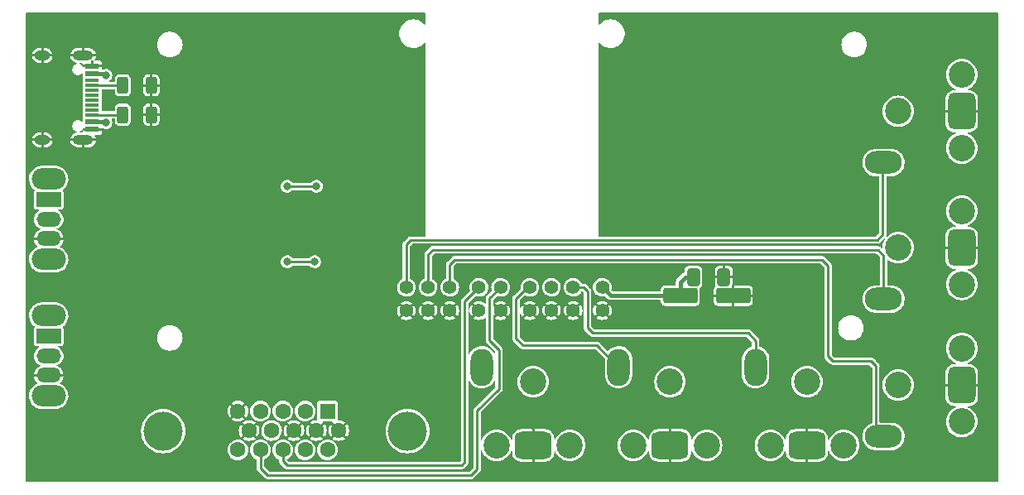
<source format=gbr>
%TF.GenerationSoftware,KiCad,Pcbnew,(6.0.7)*%
%TF.CreationDate,2022-09-12T19:31:41+02:00*%
%TF.ProjectId,Analog2HDMI,416e616c-6f67-4324-9844-4d492e6b6963,rev?*%
%TF.SameCoordinates,Original*%
%TF.FileFunction,Copper,L1,Top*%
%TF.FilePolarity,Positive*%
%FSLAX46Y46*%
G04 Gerber Fmt 4.6, Leading zero omitted, Abs format (unit mm)*
G04 Created by KiCad (PCBNEW (6.0.7)) date 2022-09-12 19:31:41*
%MOMM*%
%LPD*%
G01*
G04 APERTURE LIST*
G04 Aperture macros list*
%AMRoundRect*
0 Rectangle with rounded corners*
0 $1 Rounding radius*
0 $2 $3 $4 $5 $6 $7 $8 $9 X,Y pos of 4 corners*
0 Add a 4 corners polygon primitive as box body*
4,1,4,$2,$3,$4,$5,$6,$7,$8,$9,$2,$3,0*
0 Add four circle primitives for the rounded corners*
1,1,$1+$1,$2,$3*
1,1,$1+$1,$4,$5*
1,1,$1+$1,$6,$7*
1,1,$1+$1,$8,$9*
0 Add four rect primitives between the rounded corners*
20,1,$1+$1,$2,$3,$4,$5,0*
20,1,$1+$1,$4,$5,$6,$7,0*
20,1,$1+$1,$6,$7,$8,$9,0*
20,1,$1+$1,$8,$9,$2,$3,0*%
G04 Aperture macros list end*
%TA.AperFunction,SMDPad,CuDef*%
%ADD10R,1.450000X0.600000*%
%TD*%
%TA.AperFunction,SMDPad,CuDef*%
%ADD11R,1.450000X0.300000*%
%TD*%
%TA.AperFunction,ComponentPad*%
%ADD12O,2.100000X1.000000*%
%TD*%
%TA.AperFunction,ComponentPad*%
%ADD13O,1.600000X1.000000*%
%TD*%
%TA.AperFunction,ComponentPad*%
%ADD14O,3.500000X2.200000*%
%TD*%
%TA.AperFunction,ComponentPad*%
%ADD15R,2.500000X1.500000*%
%TD*%
%TA.AperFunction,ComponentPad*%
%ADD16O,2.500000X1.500000*%
%TD*%
%TA.AperFunction,SMDPad,CuDef*%
%ADD17RoundRect,0.250000X0.312500X0.625000X-0.312500X0.625000X-0.312500X-0.625000X0.312500X-0.625000X0*%
%TD*%
%TA.AperFunction,WasherPad*%
%ADD18C,2.700000*%
%TD*%
%TA.AperFunction,ComponentPad*%
%ADD19O,3.800000X2.300000*%
%TD*%
%TA.AperFunction,ComponentPad*%
%ADD20RoundRect,0.700000X-0.700000X1.200000X-0.700000X-1.200000X0.700000X-1.200000X0.700000X1.200000X0*%
%TD*%
%TA.AperFunction,ComponentPad*%
%ADD21O,2.300000X3.800000*%
%TD*%
%TA.AperFunction,ComponentPad*%
%ADD22RoundRect,0.700000X1.200000X0.700000X-1.200000X0.700000X-1.200000X-0.700000X1.200000X-0.700000X0*%
%TD*%
%TA.AperFunction,ComponentPad*%
%ADD23C,1.400000*%
%TD*%
%TA.AperFunction,ComponentPad*%
%ADD24C,4.000000*%
%TD*%
%TA.AperFunction,ComponentPad*%
%ADD25R,1.600000X1.600000*%
%TD*%
%TA.AperFunction,ComponentPad*%
%ADD26C,1.600000*%
%TD*%
%TA.AperFunction,SMDPad,CuDef*%
%ADD27RoundRect,0.250000X-1.500000X-0.550000X1.500000X-0.550000X1.500000X0.550000X-1.500000X0.550000X0*%
%TD*%
%TA.AperFunction,SMDPad,CuDef*%
%ADD28RoundRect,0.250000X-0.412500X-0.650000X0.412500X-0.650000X0.412500X0.650000X-0.412500X0.650000X0*%
%TD*%
%TA.AperFunction,ViaPad*%
%ADD29C,0.800000*%
%TD*%
%TA.AperFunction,Conductor*%
%ADD30C,0.400000*%
%TD*%
%TA.AperFunction,Conductor*%
%ADD31C,0.250000*%
%TD*%
G04 APERTURE END LIST*
D10*
%TO.P,J1,A1,GND*%
%TO.N,GND*%
X107055000Y-57185000D03*
%TO.P,J1,A4,VBUS*%
%TO.N,+5V*%
X107055000Y-57985000D03*
D11*
%TO.P,J1,A5,CC1*%
%TO.N,Net-(J1-PadA5)*%
X107055000Y-59185000D03*
%TO.P,J1,A6,D+*%
%TO.N,unconnected-(J1-PadA6)*%
X107055000Y-60185000D03*
%TO.P,J1,A7,D-*%
%TO.N,unconnected-(J1-PadA7)*%
X107055000Y-60685000D03*
%TO.P,J1,A8,SBU1*%
%TO.N,unconnected-(J1-PadA8)*%
X107055000Y-61685000D03*
D10*
%TO.P,J1,A9,VBUS*%
%TO.N,+5V*%
X107055000Y-62885000D03*
%TO.P,J1,A12,GND*%
%TO.N,GND*%
X107055000Y-63685000D03*
%TO.P,J1,B1,GND*%
X107055000Y-63685000D03*
%TO.P,J1,B4,VBUS*%
%TO.N,+5V*%
X107055000Y-62885000D03*
D11*
%TO.P,J1,B5,CC2*%
%TO.N,Net-(J1-PadB5)*%
X107055000Y-62185000D03*
%TO.P,J1,B6,D+*%
%TO.N,unconnected-(J1-PadB6)*%
X107055000Y-61185000D03*
%TO.P,J1,B7,D-*%
%TO.N,unconnected-(J1-PadB7)*%
X107055000Y-59685000D03*
%TO.P,J1,B8,SBU2*%
%TO.N,unconnected-(J1-PadB8)*%
X107055000Y-58685000D03*
D10*
%TO.P,J1,B9,VBUS*%
%TO.N,+5V*%
X107055000Y-57985000D03*
%TO.P,J1,B12,GND*%
%TO.N,GND*%
X107055000Y-57185000D03*
D12*
%TO.P,J1,S1,SHIELD*%
X106140000Y-56115000D03*
X106140000Y-64755000D03*
D13*
X101960000Y-56115000D03*
X101960000Y-64755000D03*
%TD*%
D14*
%TO.P,SW1,*%
%TO.N,*%
X102616000Y-76966000D03*
X102616000Y-68766000D03*
D15*
%TO.P,SW1,1,A*%
%TO.N,unconnected-(SW1-Pad1)*%
X102616000Y-70866000D03*
D16*
%TO.P,SW1,2,B*%
%TO.N,/~{RGBHV}*%
X102616000Y-72866000D03*
%TO.P,SW1,3,C*%
%TO.N,GND*%
X102616000Y-74866000D03*
%TD*%
D14*
%TO.P,SW2,*%
%TO.N,*%
X102616000Y-90936000D03*
X102616000Y-82736000D03*
D15*
%TO.P,SW2,1,A*%
%TO.N,unconnected-(SW2-Pad1)*%
X102616000Y-84836000D03*
D16*
%TO.P,SW2,2,B*%
%TO.N,/~{ANALOG}*%
X102616000Y-86836000D03*
%TO.P,SW2,3,C*%
%TO.N,GND*%
X102616000Y-88836000D03*
%TD*%
D17*
%TO.P,R1,1*%
%TO.N,GND*%
X113123749Y-59179228D03*
%TO.P,R1,2*%
%TO.N,Net-(J1-PadA5)*%
X110198749Y-59179228D03*
%TD*%
D18*
%TO.P,J6,*%
%TO.N,*%
X189500000Y-75785000D03*
X196000000Y-72035000D03*
X196000000Y-79535000D03*
D19*
%TO.P,J6,1,In*%
%TO.N,/AUDIO_R*%
X188000000Y-81035000D03*
D20*
%TO.P,J6,2,Ext*%
%TO.N,GND*%
X196000000Y-75785000D03*
%TD*%
D18*
%TO.P,J8,*%
%TO.N,*%
X196000000Y-65580000D03*
X189500000Y-61830000D03*
X196000000Y-58080000D03*
D19*
%TO.P,J8,1,In*%
%TO.N,/SPDIF*%
X188000000Y-67080000D03*
D20*
%TO.P,J8,2,Ext*%
%TO.N,GND*%
X196000000Y-61830000D03*
%TD*%
D18*
%TO.P,J7,*%
%TO.N,*%
X189500000Y-89830000D03*
X196000000Y-93580000D03*
X196000000Y-86080000D03*
D19*
%TO.P,J7,1,In*%
%TO.N,/AUDIO_L*%
X188000000Y-95080000D03*
D20*
%TO.P,J7,2,Ext*%
%TO.N,GND*%
X196000000Y-89830000D03*
%TD*%
D18*
%TO.P,J5,*%
%TO.N,*%
X180170000Y-89500000D03*
X176420000Y-96000000D03*
X183920000Y-96000000D03*
D21*
%TO.P,J5,1,In*%
%TO.N,/R|Pr*%
X174920000Y-88000000D03*
D22*
%TO.P,J5,2,Ext*%
%TO.N,GND*%
X180170000Y-96000000D03*
%TD*%
D18*
%TO.P,J3,*%
%TO.N,*%
X155920000Y-96000000D03*
X152170000Y-89500000D03*
X148420000Y-96000000D03*
D21*
%TO.P,J3,1,In*%
%TO.N,/G|Y*%
X146920000Y-88000000D03*
D22*
%TO.P,J3,2,Ext*%
%TO.N,GND*%
X152170000Y-96000000D03*
%TD*%
D23*
%TO.P,U1,1,SPDIF*%
%TO.N,/SPDIF*%
X139195000Y-79825000D03*
%TO.P,U1,2,R*%
%TO.N,/AUDIO_R*%
X141415000Y-79825000D03*
%TO.P,U1,3,L*%
%TO.N,/AUDIO_L*%
X143635000Y-79825000D03*
%TO.P,U1,4,HS*%
%TO.N,/HS*%
X146615000Y-79825000D03*
%TO.P,U1,5,VS*%
%TO.N,/VS*%
X148835000Y-79825000D03*
%TO.P,U1,6,B/Pb*%
%TO.N,/B|Pb*%
X151815000Y-79825000D03*
%TO.P,U1,7,G/Y*%
%TO.N,/G|Y*%
X154035000Y-79825000D03*
%TO.P,U1,8,R/Pr*%
%TO.N,/R|Pr*%
X156255000Y-79825000D03*
%TO.P,U1,9,5V*%
%TO.N,+5V*%
X159235000Y-79825000D03*
%TO.P,U1,10,GND*%
%TO.N,GND*%
X159235000Y-82215000D03*
X156255000Y-82215000D03*
X141415000Y-82215000D03*
X143635000Y-82215000D03*
X148835000Y-82215000D03*
X154035000Y-82215000D03*
X139195000Y-82215000D03*
X146615000Y-82215000D03*
X151815000Y-82215000D03*
%TD*%
D24*
%TO.P,J2,0*%
%TO.N,unconnected-(J2-Pad0)*%
X139318950Y-94549005D03*
X114318950Y-94549005D03*
D25*
%TO.P,J2,1*%
%TO.N,/R|Pr*%
X131133950Y-92499005D03*
D26*
%TO.P,J2,2*%
%TO.N,/G|Y*%
X128843950Y-92499005D03*
%TO.P,J2,3*%
%TO.N,/B|Pb*%
X126553950Y-92499005D03*
%TO.P,J2,4*%
%TO.N,unconnected-(J2-Pad4)*%
X124263950Y-92499005D03*
%TO.P,J2,5*%
%TO.N,GND*%
X121973950Y-92499005D03*
%TO.P,J2,6*%
X132278950Y-94479005D03*
%TO.P,J2,7*%
X129988950Y-94479005D03*
%TO.P,J2,8*%
X127698950Y-94479005D03*
%TO.P,J2,9*%
%TO.N,+5V*%
X125408950Y-94479005D03*
%TO.P,J2,10*%
%TO.N,GND*%
X123118950Y-94479005D03*
%TO.P,J2,11*%
%TO.N,unconnected-(J2-Pad11)*%
X131133950Y-96459005D03*
%TO.P,J2,12*%
%TO.N,unconnected-(J2-Pad12)*%
X128843950Y-96459005D03*
%TO.P,J2,13*%
%TO.N,/HS*%
X126553950Y-96459005D03*
%TO.P,J2,14*%
%TO.N,/VS*%
X124263950Y-96459005D03*
%TO.P,J2,15*%
%TO.N,unconnected-(J2-Pad15)*%
X121973950Y-96459005D03*
%TD*%
D18*
%TO.P,J4,*%
%TO.N,*%
X162411249Y-96000000D03*
X166161249Y-89500000D03*
X169911249Y-96000000D03*
D21*
%TO.P,J4,1,In*%
%TO.N,/B|Pb*%
X160911249Y-88000000D03*
D22*
%TO.P,J4,2,Ext*%
%TO.N,GND*%
X166161249Y-96000000D03*
%TD*%
D27*
%TO.P,C2,1*%
%TO.N,+5V*%
X167211249Y-80679228D03*
%TO.P,C2,2*%
%TO.N,GND*%
X172611249Y-80679228D03*
%TD*%
D28*
%TO.P,C1,1*%
%TO.N,+5V*%
X168548749Y-78779228D03*
%TO.P,C1,2*%
%TO.N,GND*%
X171673749Y-78779228D03*
%TD*%
D17*
%TO.P,R2,1*%
%TO.N,GND*%
X113123749Y-62179228D03*
%TO.P,R2,2*%
%TO.N,Net-(J1-PadB5)*%
X110198749Y-62179228D03*
%TD*%
D29*
%TO.N,GND*%
X156411249Y-83979228D03*
%TO.N,+5V*%
X108458000Y-58166000D03*
X108458000Y-62992000D03*
%TO.N,/~{RGBHV}*%
X127000000Y-69500000D03*
X130000000Y-69500000D03*
%TO.N,/~{ANALOG}*%
X127000000Y-77216000D03*
X129794000Y-77216000D03*
%TD*%
D30*
%TO.N,+5V*%
X108277000Y-57985000D02*
X107055000Y-57985000D01*
X108458000Y-58166000D02*
X108277000Y-57985000D01*
X160089228Y-80679228D02*
X167211249Y-80679228D01*
X167211249Y-80679228D02*
X167211249Y-79279228D01*
X108351000Y-62885000D02*
X108458000Y-62992000D01*
X167711249Y-78779228D02*
X168548749Y-78779228D01*
X167211249Y-79279228D02*
X167711249Y-78779228D01*
X107055000Y-62885000D02*
X108351000Y-62885000D01*
X159235000Y-79825000D02*
X160089228Y-80679228D01*
D31*
%TO.N,Net-(J1-PadA5)*%
X107055000Y-59185000D02*
X110192977Y-59185000D01*
X110192977Y-59185000D02*
X110198749Y-59179228D01*
%TO.N,/VS*%
X147701000Y-80959000D02*
X147701000Y-85268979D01*
X148661249Y-90229228D02*
X146411249Y-92479228D01*
X148835000Y-79825000D02*
X147701000Y-80959000D01*
X147701000Y-85268979D02*
X148661249Y-86229228D01*
X124992021Y-99060000D02*
X124263950Y-98331929D01*
X146411249Y-98479228D02*
X145830477Y-99060000D01*
X124263950Y-98331929D02*
X124263950Y-96459005D01*
X146411249Y-92479228D02*
X146411249Y-98479228D01*
X148661249Y-86229228D02*
X148661249Y-90229228D01*
X145830477Y-99060000D02*
X124992021Y-99060000D01*
%TO.N,/HS*%
X126976021Y-98044000D02*
X126553950Y-97621929D01*
X126553950Y-97621929D02*
X126553950Y-96459005D01*
X145161249Y-97729228D02*
X144846477Y-98044000D01*
X145161249Y-81278751D02*
X145161249Y-97729228D01*
X144846477Y-98044000D02*
X126976021Y-98044000D01*
X146615000Y-79825000D02*
X145161249Y-81278751D01*
%TO.N,/B|Pb*%
X151565477Y-79825000D02*
X150411249Y-80979228D01*
X151815000Y-79825000D02*
X151565477Y-79825000D01*
X150411249Y-80979228D02*
X150411249Y-85079228D01*
X150411249Y-85079228D02*
X151111249Y-85779228D01*
X151111249Y-85779228D02*
X158699228Y-85779228D01*
X158699228Y-85779228D02*
X160920000Y-88000000D01*
%TO.N,/R|Pr*%
X174920000Y-85287979D02*
X174920000Y-88000000D01*
X158234000Y-84500000D02*
X174132021Y-84500000D01*
X156255000Y-79825000D02*
X157325000Y-79825000D01*
X157734000Y-84000000D02*
X158234000Y-84500000D01*
X174132021Y-84500000D02*
X174920000Y-85287979D01*
X157325000Y-79825000D02*
X157734000Y-80234000D01*
X157734000Y-80234000D02*
X157734000Y-84000000D01*
%TO.N,/AUDIO_R*%
X188011249Y-81023751D02*
X188011249Y-76579228D01*
X141415000Y-76475477D02*
X141415000Y-79825000D01*
X141890477Y-76000000D02*
X141415000Y-76475477D01*
X187432021Y-76000000D02*
X141890477Y-76000000D01*
X188011249Y-76579228D02*
X187432021Y-76000000D01*
X188000000Y-81035000D02*
X188011249Y-81023751D01*
%TO.N,/AUDIO_L*%
X187211249Y-87879228D02*
X187211249Y-94291249D01*
X182811249Y-87379228D02*
X186711249Y-87379228D01*
X182311249Y-77629228D02*
X182311249Y-86879228D01*
X143635000Y-79825000D02*
X143635000Y-77505477D01*
X186711249Y-87379228D02*
X187211249Y-87879228D01*
X144140477Y-77000000D02*
X181682021Y-77000000D01*
X143635000Y-77505477D02*
X144140477Y-77000000D01*
X187211249Y-94291249D02*
X188000000Y-95080000D01*
X181682021Y-77000000D02*
X182311249Y-77629228D01*
X182311249Y-86879228D02*
X182811249Y-87379228D01*
%TO.N,/SPDIF*%
X187911249Y-74438260D02*
X187911249Y-67168751D01*
X139195000Y-79825000D02*
X139195000Y-75445477D01*
X139640477Y-75000000D02*
X187349509Y-75000000D01*
X187349509Y-75000000D02*
X187911249Y-74438260D01*
X139195000Y-75445477D02*
X139640477Y-75000000D01*
X187911249Y-67168751D02*
X188000000Y-67080000D01*
%TO.N,/~{RGBHV}*%
X127000000Y-69500000D02*
X130000000Y-69500000D01*
%TO.N,/~{ANALOG}*%
X127000000Y-77216000D02*
X129794000Y-77216000D01*
%TO.N,Net-(J1-PadB5)*%
X110192977Y-62185000D02*
X110198749Y-62179228D01*
X107055000Y-62185000D02*
X110192977Y-62185000D01*
%TD*%
%TA.AperFunction,Conductor*%
%TO.N,GND*%
G36*
X141127194Y-51772806D02*
G01*
X141145500Y-51817000D01*
X141145500Y-52900620D01*
X141127194Y-52944814D01*
X141083000Y-52963120D01*
X141038806Y-52944814D01*
X141033020Y-52938146D01*
X141017939Y-52918060D01*
X141016400Y-52916010D01*
X141000296Y-52900620D01*
X140845340Y-52752541D01*
X140843484Y-52750767D01*
X140645901Y-52615985D01*
X140428958Y-52515284D01*
X140426491Y-52514600D01*
X140426486Y-52514598D01*
X140200946Y-52452050D01*
X140200947Y-52452050D01*
X140198480Y-52451366D01*
X140108589Y-52441760D01*
X140004874Y-52430676D01*
X140004870Y-52430676D01*
X140003225Y-52430500D01*
X139864367Y-52430500D01*
X139686628Y-52445113D01*
X139684135Y-52445739D01*
X139684136Y-52445739D01*
X139457145Y-52502755D01*
X139457142Y-52502756D01*
X139454658Y-52503380D01*
X139452306Y-52504403D01*
X139452305Y-52504403D01*
X139424794Y-52516365D01*
X139235319Y-52598751D01*
X139034502Y-52728665D01*
X138857600Y-52889634D01*
X138856012Y-52891645D01*
X138856009Y-52891648D01*
X138710960Y-53075311D01*
X138710955Y-53075318D01*
X138709364Y-53077333D01*
X138593774Y-53286723D01*
X138592918Y-53289139D01*
X138592918Y-53289140D01*
X138581328Y-53321871D01*
X138513936Y-53512181D01*
X138513486Y-53514707D01*
X138513485Y-53514711D01*
X138478500Y-53711117D01*
X138471992Y-53747650D01*
X138469070Y-53986809D01*
X138505248Y-54223233D01*
X138506046Y-54225673D01*
X138506046Y-54225675D01*
X138517344Y-54260240D01*
X138579555Y-54450573D01*
X138580740Y-54452850D01*
X138580742Y-54452854D01*
X138597750Y-54485525D01*
X138689994Y-54662725D01*
X138833600Y-54853990D01*
X138835452Y-54855760D01*
X138835453Y-54855761D01*
X138861201Y-54880366D01*
X139006516Y-55019233D01*
X139204099Y-55154015D01*
X139421042Y-55254716D01*
X139423509Y-55255400D01*
X139423514Y-55255402D01*
X139604637Y-55305632D01*
X139651520Y-55318634D01*
X139741411Y-55328240D01*
X139845126Y-55339324D01*
X139845130Y-55339324D01*
X139846775Y-55339500D01*
X139985633Y-55339500D01*
X140163372Y-55324887D01*
X140198258Y-55316124D01*
X140392855Y-55267245D01*
X140392858Y-55267244D01*
X140395342Y-55266620D01*
X140422720Y-55254716D01*
X140491818Y-55224671D01*
X140614681Y-55171249D01*
X140815498Y-55041335D01*
X140992400Y-54880366D01*
X141033953Y-54827751D01*
X141075708Y-54804415D01*
X141121736Y-54817439D01*
X141145073Y-54859196D01*
X141145500Y-54866488D01*
X141145500Y-74468778D01*
X141144299Y-74480971D01*
X141140514Y-74500000D01*
X141141715Y-74506038D01*
X141145500Y-74525067D01*
X141149625Y-74545807D01*
X141140293Y-74592723D01*
X141100519Y-74619299D01*
X141088326Y-74620500D01*
X139687645Y-74620500D01*
X139674490Y-74619100D01*
X139670124Y-74618160D01*
X139658601Y-74615679D01*
X139653472Y-74616286D01*
X139653470Y-74616286D01*
X139621530Y-74620067D01*
X139614183Y-74620500D01*
X139608953Y-74620500D01*
X139606408Y-74620924D01*
X139606403Y-74620924D01*
X139588449Y-74623912D01*
X139585536Y-74624327D01*
X139557748Y-74627617D01*
X139533136Y-74630530D01*
X139528477Y-74632767D01*
X139524693Y-74633867D01*
X139520953Y-74635147D01*
X139515851Y-74635996D01*
X139511305Y-74638449D01*
X139511302Y-74638450D01*
X139469416Y-74661051D01*
X139466791Y-74662388D01*
X139419245Y-74685219D01*
X139414970Y-74688813D01*
X139414770Y-74689013D01*
X139411689Y-74691613D01*
X139409208Y-74693538D01*
X139404663Y-74695990D01*
X139401158Y-74699782D01*
X139367229Y-74736486D01*
X139365528Y-74738255D01*
X138960004Y-75143779D01*
X138949716Y-75152088D01*
X138936060Y-75160906D01*
X138932863Y-75164962D01*
X138912951Y-75190220D01*
X138908062Y-75195721D01*
X138904362Y-75199421D01*
X138902866Y-75201515D01*
X138902863Y-75201518D01*
X138892271Y-75216340D01*
X138890504Y-75218694D01*
X138857844Y-75260124D01*
X138856132Y-75265000D01*
X138854207Y-75268501D01*
X138852487Y-75272012D01*
X138849486Y-75276211D01*
X138848008Y-75281153D01*
X138848006Y-75281157D01*
X138834366Y-75326769D01*
X138833455Y-75329571D01*
X138817285Y-75375616D01*
X138817284Y-75375620D01*
X138815982Y-75379328D01*
X138815500Y-75384893D01*
X138815500Y-75385170D01*
X138815160Y-75389196D01*
X138814767Y-75392305D01*
X138813287Y-75397255D01*
X138813490Y-75402416D01*
X138815452Y-75452359D01*
X138815500Y-75454813D01*
X138815500Y-78908433D01*
X138797194Y-78952627D01*
X138781956Y-78963821D01*
X138698698Y-79007348D01*
X138669822Y-79022444D01*
X138523940Y-79139736D01*
X138403619Y-79283130D01*
X138313441Y-79447163D01*
X138256841Y-79625588D01*
X138256500Y-79628626D01*
X138256500Y-79628627D01*
X138237024Y-79802260D01*
X138235975Y-79811609D01*
X138239201Y-79850027D01*
X138250400Y-79983383D01*
X138251639Y-79998139D01*
X138303235Y-80178075D01*
X138349336Y-80267779D01*
X138361895Y-80292215D01*
X138388797Y-80344562D01*
X138505068Y-80491259D01*
X138507392Y-80493237D01*
X138507394Y-80493239D01*
X138572428Y-80548587D01*
X138647618Y-80612579D01*
X138811018Y-80703900D01*
X138813922Y-80704844D01*
X138813923Y-80704844D01*
X138986130Y-80760798D01*
X138986135Y-80760799D01*
X138989043Y-80761744D01*
X139174914Y-80783908D01*
X139177956Y-80783674D01*
X139177959Y-80783674D01*
X139358498Y-80769782D01*
X139358500Y-80769782D01*
X139361549Y-80769547D01*
X139541841Y-80719209D01*
X139544564Y-80717834D01*
X139544568Y-80717832D01*
X139706201Y-80636184D01*
X139708921Y-80634810D01*
X139711319Y-80632937D01*
X139711323Y-80632934D01*
X139814621Y-80552228D01*
X139856427Y-80519566D01*
X139867099Y-80507203D01*
X139904390Y-80464000D01*
X139978738Y-80377867D01*
X140042469Y-80265680D01*
X140069686Y-80217770D01*
X140069687Y-80217768D01*
X140071198Y-80215108D01*
X140130283Y-80037491D01*
X140130667Y-80034457D01*
X140153524Y-79853522D01*
X140153524Y-79853521D01*
X140153744Y-79851780D01*
X140154118Y-79825000D01*
X140151996Y-79803350D01*
X140136150Y-79641746D01*
X140135852Y-79638706D01*
X140081749Y-79459509D01*
X140017579Y-79338822D01*
X139995305Y-79296930D01*
X139995303Y-79296927D01*
X139993870Y-79294232D01*
X139949927Y-79240352D01*
X139877495Y-79151542D01*
X139877490Y-79151537D01*
X139875562Y-79149173D01*
X139731332Y-79029855D01*
X139728648Y-79028404D01*
X139728644Y-79028401D01*
X139607273Y-78962776D01*
X139577105Y-78925653D01*
X139574500Y-78907798D01*
X139574500Y-75628559D01*
X139592806Y-75584365D01*
X139779365Y-75397806D01*
X139823559Y-75379500D01*
X187302345Y-75379500D01*
X187315501Y-75380900D01*
X187331385Y-75384320D01*
X187336514Y-75383713D01*
X187336517Y-75383713D01*
X187368450Y-75379933D01*
X187375796Y-75379500D01*
X187381033Y-75379500D01*
X187383574Y-75379077D01*
X187383586Y-75379076D01*
X187401551Y-75376085D01*
X187404459Y-75375671D01*
X187456850Y-75369470D01*
X187461507Y-75367234D01*
X187465288Y-75366135D01*
X187469035Y-75364853D01*
X187474135Y-75364004D01*
X187478681Y-75361551D01*
X187478684Y-75361550D01*
X187520570Y-75338949D01*
X187523195Y-75337612D01*
X187567195Y-75316484D01*
X187567197Y-75316483D01*
X187570741Y-75314781D01*
X187573750Y-75312252D01*
X187573752Y-75312250D01*
X187573982Y-75312056D01*
X187575017Y-75311186D01*
X187575215Y-75310988D01*
X187578295Y-75308388D01*
X187580776Y-75306463D01*
X187585323Y-75304010D01*
X187611580Y-75275605D01*
X187622757Y-75263514D01*
X187624458Y-75261745D01*
X188063029Y-74823174D01*
X188107223Y-74804868D01*
X188151417Y-74823174D01*
X188169723Y-74867368D01*
X188160513Y-74900024D01*
X188065960Y-75054320D01*
X188065021Y-75056588D01*
X188065017Y-75056595D01*
X187999527Y-75214703D01*
X187969312Y-75287649D01*
X187910354Y-75533225D01*
X187910161Y-75535680D01*
X187891193Y-75776687D01*
X187869476Y-75819308D01*
X187823982Y-75834090D01*
X187784692Y-75815977D01*
X187733719Y-75765004D01*
X187725410Y-75754716D01*
X187716592Y-75741060D01*
X187687278Y-75717951D01*
X187681777Y-75713062D01*
X187678077Y-75709362D01*
X187675983Y-75707866D01*
X187675980Y-75707863D01*
X187661158Y-75697271D01*
X187658804Y-75695504D01*
X187621432Y-75666043D01*
X187617374Y-75662844D01*
X187612498Y-75661132D01*
X187608997Y-75659207D01*
X187605486Y-75657487D01*
X187601287Y-75654486D01*
X187596345Y-75653008D01*
X187596341Y-75653006D01*
X187554695Y-75640552D01*
X187550721Y-75639363D01*
X187547927Y-75638455D01*
X187501882Y-75622285D01*
X187501878Y-75622284D01*
X187498170Y-75620982D01*
X187494170Y-75620636D01*
X187493947Y-75620616D01*
X187493942Y-75620616D01*
X187492605Y-75620500D01*
X187492328Y-75620500D01*
X187488302Y-75620160D01*
X187485193Y-75619767D01*
X187480243Y-75618287D01*
X187425139Y-75620452D01*
X187422685Y-75620500D01*
X141937641Y-75620500D01*
X141924486Y-75619100D01*
X141920709Y-75618287D01*
X141908601Y-75615680D01*
X141903472Y-75616287D01*
X141903469Y-75616287D01*
X141871536Y-75620067D01*
X141864190Y-75620500D01*
X141858953Y-75620500D01*
X141856412Y-75620923D01*
X141856400Y-75620924D01*
X141838435Y-75623915D01*
X141835527Y-75624329D01*
X141783136Y-75630530D01*
X141778479Y-75632766D01*
X141774698Y-75633865D01*
X141770951Y-75635147D01*
X141765851Y-75635996D01*
X141761305Y-75638449D01*
X141761302Y-75638450D01*
X141719416Y-75661051D01*
X141716791Y-75662388D01*
X141672791Y-75683516D01*
X141672789Y-75683517D01*
X141669245Y-75685219D01*
X141666236Y-75687748D01*
X141666234Y-75687750D01*
X141666064Y-75687893D01*
X141664969Y-75688814D01*
X141664771Y-75689012D01*
X141661691Y-75691612D01*
X141659210Y-75693537D01*
X141654663Y-75695990D01*
X141651155Y-75699785D01*
X141617229Y-75736486D01*
X141615528Y-75738255D01*
X141180004Y-76173779D01*
X141169716Y-76182088D01*
X141156060Y-76190906D01*
X141152863Y-76194962D01*
X141132951Y-76220220D01*
X141128062Y-76225721D01*
X141124362Y-76229421D01*
X141122866Y-76231515D01*
X141122863Y-76231518D01*
X141112271Y-76246340D01*
X141110504Y-76248694D01*
X141077844Y-76290124D01*
X141076132Y-76295000D01*
X141074207Y-76298501D01*
X141072487Y-76302012D01*
X141069486Y-76306211D01*
X141068008Y-76311153D01*
X141068006Y-76311157D01*
X141054366Y-76356769D01*
X141053455Y-76359571D01*
X141037285Y-76405616D01*
X141037284Y-76405620D01*
X141035982Y-76409328D01*
X141035500Y-76414893D01*
X141035500Y-76415170D01*
X141035160Y-76419196D01*
X141034767Y-76422305D01*
X141033287Y-76427255D01*
X141034360Y-76454562D01*
X141035452Y-76482359D01*
X141035500Y-76484813D01*
X141035500Y-78908433D01*
X141017194Y-78952627D01*
X141001956Y-78963821D01*
X140918698Y-79007348D01*
X140889822Y-79022444D01*
X140743940Y-79139736D01*
X140623619Y-79283130D01*
X140533441Y-79447163D01*
X140476841Y-79625588D01*
X140476500Y-79628626D01*
X140476500Y-79628627D01*
X140457024Y-79802260D01*
X140455975Y-79811609D01*
X140459201Y-79850027D01*
X140470400Y-79983383D01*
X140471639Y-79998139D01*
X140523235Y-80178075D01*
X140569336Y-80267779D01*
X140581895Y-80292215D01*
X140608797Y-80344562D01*
X140725068Y-80491259D01*
X140727392Y-80493237D01*
X140727394Y-80493239D01*
X140792428Y-80548587D01*
X140867618Y-80612579D01*
X141031018Y-80703900D01*
X141033922Y-80704844D01*
X141033923Y-80704844D01*
X141206130Y-80760798D01*
X141206135Y-80760799D01*
X141209043Y-80761744D01*
X141394914Y-80783908D01*
X141397956Y-80783674D01*
X141397959Y-80783674D01*
X141578498Y-80769782D01*
X141578500Y-80769782D01*
X141581549Y-80769547D01*
X141761841Y-80719209D01*
X141764564Y-80717834D01*
X141764568Y-80717832D01*
X141926201Y-80636184D01*
X141928921Y-80634810D01*
X141931319Y-80632937D01*
X141931323Y-80632934D01*
X142034621Y-80552228D01*
X142076427Y-80519566D01*
X142087099Y-80507203D01*
X142124390Y-80464000D01*
X142198738Y-80377867D01*
X142262469Y-80265680D01*
X142289686Y-80217770D01*
X142289687Y-80217768D01*
X142291198Y-80215108D01*
X142350283Y-80037491D01*
X142350667Y-80034457D01*
X142373524Y-79853522D01*
X142373524Y-79853521D01*
X142373744Y-79851780D01*
X142374118Y-79825000D01*
X142372805Y-79811609D01*
X142675975Y-79811609D01*
X142679201Y-79850027D01*
X142690400Y-79983383D01*
X142691639Y-79998139D01*
X142743235Y-80178075D01*
X142789336Y-80267779D01*
X142801895Y-80292215D01*
X142828797Y-80344562D01*
X142945068Y-80491259D01*
X142947392Y-80493237D01*
X142947394Y-80493239D01*
X143012428Y-80548587D01*
X143087618Y-80612579D01*
X143251018Y-80703900D01*
X143253922Y-80704844D01*
X143253923Y-80704844D01*
X143426130Y-80760798D01*
X143426135Y-80760799D01*
X143429043Y-80761744D01*
X143614914Y-80783908D01*
X143617956Y-80783674D01*
X143617959Y-80783674D01*
X143798498Y-80769782D01*
X143798500Y-80769782D01*
X143801549Y-80769547D01*
X143981841Y-80719209D01*
X143984564Y-80717834D01*
X143984568Y-80717832D01*
X144146201Y-80636184D01*
X144148921Y-80634810D01*
X144151319Y-80632937D01*
X144151323Y-80632934D01*
X144254621Y-80552228D01*
X144296427Y-80519566D01*
X144307099Y-80507203D01*
X144344390Y-80464000D01*
X144418738Y-80377867D01*
X144482469Y-80265680D01*
X144509686Y-80217770D01*
X144509687Y-80217768D01*
X144511198Y-80215108D01*
X144570283Y-80037491D01*
X144570667Y-80034457D01*
X144593524Y-79853522D01*
X144593524Y-79853521D01*
X144593744Y-79851780D01*
X144594118Y-79825000D01*
X144591996Y-79803350D01*
X144576150Y-79641746D01*
X144575852Y-79638706D01*
X144521749Y-79459509D01*
X144457579Y-79338822D01*
X144435305Y-79296930D01*
X144435303Y-79296927D01*
X144433870Y-79294232D01*
X144389927Y-79240352D01*
X144317495Y-79151542D01*
X144317490Y-79151537D01*
X144315562Y-79149173D01*
X144171332Y-79029855D01*
X144168648Y-79028404D01*
X144168644Y-79028401D01*
X144047273Y-78962776D01*
X144017105Y-78925653D01*
X144014500Y-78907798D01*
X144014500Y-77688559D01*
X144032806Y-77644365D01*
X144279365Y-77397806D01*
X144323559Y-77379500D01*
X181498939Y-77379500D01*
X181543133Y-77397806D01*
X181913443Y-77768116D01*
X181931749Y-77812310D01*
X181931749Y-86832064D01*
X181930349Y-86845219D01*
X181926929Y-86861104D01*
X181927536Y-86866233D01*
X181927536Y-86866236D01*
X181931316Y-86898169D01*
X181931749Y-86905515D01*
X181931749Y-86910752D01*
X181932172Y-86913293D01*
X181932173Y-86913305D01*
X181935164Y-86931270D01*
X181935578Y-86934178D01*
X181941779Y-86986569D01*
X181944015Y-86991226D01*
X181945114Y-86995007D01*
X181946396Y-86998754D01*
X181947245Y-87003854D01*
X181949698Y-87008400D01*
X181949699Y-87008403D01*
X181972300Y-87050289D01*
X181973637Y-87052914D01*
X181996468Y-87100460D01*
X182000063Y-87104736D01*
X182000261Y-87104934D01*
X182002861Y-87108014D01*
X182004786Y-87110495D01*
X182007239Y-87115042D01*
X182011034Y-87118550D01*
X182047735Y-87152476D01*
X182049504Y-87154177D01*
X182509551Y-87614224D01*
X182517860Y-87624512D01*
X182526678Y-87638168D01*
X182546406Y-87653720D01*
X182555992Y-87661277D01*
X182561493Y-87666166D01*
X182565193Y-87669866D01*
X182567287Y-87671362D01*
X182567290Y-87671365D01*
X182582112Y-87681957D01*
X182584466Y-87683724D01*
X182591744Y-87689461D01*
X182625896Y-87716384D01*
X182630772Y-87718096D01*
X182634273Y-87720021D01*
X182637784Y-87721741D01*
X182641983Y-87724742D01*
X182646925Y-87726220D01*
X182646929Y-87726222D01*
X182683095Y-87737037D01*
X182692549Y-87739865D01*
X182695343Y-87740773D01*
X182741388Y-87756943D01*
X182741392Y-87756944D01*
X182745100Y-87758246D01*
X182749100Y-87758592D01*
X182749323Y-87758612D01*
X182749328Y-87758612D01*
X182750665Y-87758728D01*
X182750942Y-87758728D01*
X182754968Y-87759068D01*
X182758077Y-87759461D01*
X182763027Y-87760941D01*
X182818132Y-87758776D01*
X182820585Y-87758728D01*
X186528167Y-87758728D01*
X186572361Y-87777034D01*
X186813443Y-88018116D01*
X186831749Y-88062310D01*
X186831749Y-93689138D01*
X186813443Y-93733332D01*
X186786749Y-93748607D01*
X186786855Y-93748908D01*
X186785209Y-93749488D01*
X186784957Y-93749632D01*
X186784358Y-93749788D01*
X186784355Y-93749789D01*
X186781793Y-93750454D01*
X186672884Y-93799514D01*
X186566891Y-93847260D01*
X186566888Y-93847262D01*
X186564472Y-93848350D01*
X186366753Y-93981462D01*
X186364841Y-93983286D01*
X186364836Y-93983290D01*
X186285574Y-94058903D01*
X186194288Y-94145985D01*
X186052010Y-94337215D01*
X186050817Y-94339561D01*
X186050816Y-94339563D01*
X185955069Y-94527885D01*
X185943986Y-94549683D01*
X185905656Y-94673126D01*
X185875676Y-94769676D01*
X185873304Y-94777314D01*
X185841987Y-95013600D01*
X185850929Y-95251784D01*
X185851471Y-95254369D01*
X185851472Y-95254374D01*
X185885782Y-95417894D01*
X185899874Y-95485057D01*
X185987424Y-95706748D01*
X186111075Y-95910518D01*
X186112809Y-95912516D01*
X186112811Y-95912519D01*
X186239187Y-96058154D01*
X186267291Y-96090541D01*
X186269339Y-96092220D01*
X186449555Y-96239989D01*
X186449560Y-96239993D01*
X186451606Y-96241670D01*
X186453905Y-96242979D01*
X186453907Y-96242980D01*
X186559292Y-96302968D01*
X186658750Y-96359583D01*
X186661234Y-96360485D01*
X186661237Y-96360486D01*
X186742103Y-96389839D01*
X186882799Y-96440909D01*
X187117347Y-96483322D01*
X187119387Y-96483418D01*
X187119394Y-96483419D01*
X187141595Y-96484466D01*
X187141613Y-96484466D01*
X187142325Y-96484500D01*
X188809846Y-96484500D01*
X188811162Y-96484388D01*
X188811170Y-96484388D01*
X188984864Y-96469650D01*
X188984869Y-96469649D01*
X188987499Y-96469426D01*
X188990052Y-96468763D01*
X188990054Y-96468763D01*
X189215650Y-96410210D01*
X189215654Y-96410209D01*
X189218207Y-96409546D01*
X189372347Y-96340111D01*
X189433109Y-96312740D01*
X189433112Y-96312738D01*
X189435528Y-96311650D01*
X189633247Y-96178538D01*
X189635159Y-96176714D01*
X189635164Y-96176710D01*
X189759442Y-96058154D01*
X189805712Y-96014015D01*
X189947990Y-95822785D01*
X189985898Y-95748225D01*
X190054819Y-95612668D01*
X190054820Y-95612665D01*
X190056014Y-95610317D01*
X190101120Y-95465053D01*
X190125911Y-95385215D01*
X190125912Y-95385212D01*
X190126696Y-95382686D01*
X190158013Y-95146400D01*
X190149071Y-94908216D01*
X190143588Y-94882081D01*
X190100670Y-94677536D01*
X190100126Y-94674943D01*
X190012576Y-94453252D01*
X189888925Y-94249482D01*
X189797530Y-94144158D01*
X189734444Y-94071458D01*
X189734442Y-94071456D01*
X189732709Y-94069459D01*
X189683131Y-94028808D01*
X189550445Y-93920011D01*
X189550440Y-93920007D01*
X189548394Y-93918330D01*
X189503246Y-93892630D01*
X189400544Y-93834169D01*
X189341250Y-93800417D01*
X189338766Y-93799515D01*
X189338763Y-93799514D01*
X189203604Y-93750454D01*
X189117201Y-93719091D01*
X188882653Y-93676678D01*
X188880613Y-93676582D01*
X188880606Y-93676581D01*
X188858405Y-93675534D01*
X188858387Y-93675534D01*
X188857675Y-93675500D01*
X187653249Y-93675500D01*
X187609055Y-93657194D01*
X187590749Y-93613000D01*
X187590749Y-89830000D01*
X187890539Y-89830000D01*
X187910354Y-90081775D01*
X187969312Y-90327351D01*
X187970254Y-90329625D01*
X188065017Y-90558405D01*
X188065021Y-90558412D01*
X188065960Y-90560680D01*
X188197919Y-90776017D01*
X188361939Y-90968061D01*
X188553983Y-91132081D01*
X188769320Y-91264040D01*
X188771588Y-91264979D01*
X188771595Y-91264983D01*
X188926391Y-91329101D01*
X189002649Y-91360688D01*
X189248225Y-91419646D01*
X189500000Y-91439461D01*
X189751775Y-91419646D01*
X189997351Y-91360688D01*
X190073609Y-91329101D01*
X190228405Y-91264983D01*
X190228412Y-91264979D01*
X190230680Y-91264040D01*
X190446017Y-91132081D01*
X190502609Y-91083747D01*
X194346000Y-91083747D01*
X194346122Y-91086499D01*
X194355971Y-91196852D01*
X194357054Y-91202666D01*
X194408783Y-91383069D01*
X194411122Y-91388916D01*
X194497980Y-91555058D01*
X194501452Y-91560324D01*
X194619942Y-91705608D01*
X194624392Y-91710058D01*
X194769676Y-91828548D01*
X194774942Y-91832020D01*
X194941084Y-91918878D01*
X194946931Y-91921217D01*
X195127334Y-91972946D01*
X195133148Y-91974029D01*
X195243501Y-91983878D01*
X195246253Y-91984000D01*
X195346118Y-91984000D01*
X195390312Y-92002306D01*
X195408618Y-92046500D01*
X195390312Y-92090694D01*
X195370036Y-92104242D01*
X195271595Y-92145017D01*
X195271588Y-92145021D01*
X195269320Y-92145960D01*
X195267224Y-92147245D01*
X195267221Y-92147246D01*
X195194423Y-92191857D01*
X195053983Y-92277919D01*
X194861939Y-92441939D01*
X194697919Y-92633983D01*
X194696634Y-92636080D01*
X194635003Y-92736653D01*
X194565960Y-92849320D01*
X194565021Y-92851588D01*
X194565017Y-92851595D01*
X194524230Y-92950065D01*
X194469312Y-93082649D01*
X194410354Y-93328225D01*
X194390539Y-93580000D01*
X194410354Y-93831775D01*
X194469312Y-94077351D01*
X194470254Y-94079625D01*
X194565017Y-94308405D01*
X194565021Y-94308412D01*
X194565960Y-94310680D01*
X194567245Y-94312776D01*
X194567246Y-94312779D01*
X194587604Y-94346000D01*
X194697919Y-94526017D01*
X194861939Y-94718061D01*
X195053983Y-94882081D01*
X195056080Y-94883366D01*
X195103528Y-94912442D01*
X195269320Y-95014040D01*
X195271588Y-95014979D01*
X195271595Y-95014983D01*
X195445799Y-95087140D01*
X195502649Y-95110688D01*
X195748225Y-95169646D01*
X196000000Y-95189461D01*
X196251775Y-95169646D01*
X196497351Y-95110688D01*
X196554201Y-95087140D01*
X196728405Y-95014983D01*
X196728412Y-95014979D01*
X196730680Y-95014040D01*
X196896473Y-94912442D01*
X196943920Y-94883366D01*
X196946017Y-94882081D01*
X197138061Y-94718061D01*
X197302081Y-94526017D01*
X197412396Y-94346000D01*
X197432754Y-94312779D01*
X197432755Y-94312776D01*
X197434040Y-94310680D01*
X197434979Y-94308412D01*
X197434983Y-94308405D01*
X197529746Y-94079625D01*
X197530688Y-94077351D01*
X197589646Y-93831775D01*
X197609461Y-93580000D01*
X197589646Y-93328225D01*
X197530688Y-93082649D01*
X197475770Y-92950065D01*
X197434983Y-92851595D01*
X197434979Y-92851588D01*
X197434040Y-92849320D01*
X197364998Y-92736653D01*
X197303366Y-92636080D01*
X197302081Y-92633983D01*
X197138061Y-92441939D01*
X196946017Y-92277919D01*
X196805577Y-92191857D01*
X196732779Y-92147246D01*
X196732776Y-92147245D01*
X196730680Y-92145960D01*
X196728412Y-92145021D01*
X196728405Y-92145017D01*
X196629964Y-92104242D01*
X196596140Y-92070418D01*
X196596140Y-92022582D01*
X196629964Y-91988758D01*
X196653882Y-91984000D01*
X196753747Y-91984000D01*
X196756499Y-91983878D01*
X196866852Y-91974029D01*
X196872666Y-91972946D01*
X197053069Y-91921217D01*
X197058916Y-91918878D01*
X197225058Y-91832020D01*
X197230324Y-91828548D01*
X197375608Y-91710058D01*
X197380058Y-91705608D01*
X197498548Y-91560324D01*
X197502020Y-91555058D01*
X197588878Y-91388916D01*
X197591217Y-91383069D01*
X197642946Y-91202666D01*
X197644029Y-91196852D01*
X197653878Y-91086499D01*
X197654000Y-91083747D01*
X197654000Y-89969431D01*
X197650359Y-89960641D01*
X197641569Y-89957000D01*
X194358431Y-89957000D01*
X194349641Y-89960641D01*
X194346000Y-89969431D01*
X194346000Y-91083747D01*
X190502609Y-91083747D01*
X190638061Y-90968061D01*
X190802081Y-90776017D01*
X190934040Y-90560680D01*
X190934979Y-90558412D01*
X190934983Y-90558405D01*
X191029746Y-90329625D01*
X191030688Y-90327351D01*
X191089646Y-90081775D01*
X191109461Y-89830000D01*
X191098488Y-89690569D01*
X194346000Y-89690569D01*
X194349641Y-89699359D01*
X194358431Y-89703000D01*
X197641569Y-89703000D01*
X197650359Y-89699359D01*
X197654000Y-89690569D01*
X197654000Y-88576253D01*
X197653878Y-88573501D01*
X197644029Y-88463148D01*
X197642946Y-88457334D01*
X197591217Y-88276931D01*
X197588878Y-88271084D01*
X197502020Y-88104942D01*
X197498548Y-88099676D01*
X197380058Y-87954392D01*
X197375608Y-87949942D01*
X197230324Y-87831452D01*
X197225058Y-87827980D01*
X197058916Y-87741122D01*
X197053069Y-87738783D01*
X196872666Y-87687054D01*
X196866852Y-87685971D01*
X196756499Y-87676122D01*
X196753747Y-87676000D01*
X196653882Y-87676000D01*
X196609688Y-87657694D01*
X196591382Y-87613500D01*
X196609688Y-87569306D01*
X196629964Y-87555758D01*
X196728405Y-87514983D01*
X196728412Y-87514979D01*
X196730680Y-87514040D01*
X196946017Y-87382081D01*
X197138061Y-87218061D01*
X197302081Y-87026017D01*
X197327687Y-86984232D01*
X197432754Y-86812779D01*
X197432755Y-86812776D01*
X197434040Y-86810680D01*
X197434979Y-86808412D01*
X197434983Y-86808405D01*
X197519710Y-86603855D01*
X197530688Y-86577351D01*
X197589646Y-86331775D01*
X197609461Y-86080000D01*
X197589646Y-85828225D01*
X197530688Y-85582649D01*
X197512827Y-85539528D01*
X197434983Y-85351595D01*
X197434979Y-85351588D01*
X197434040Y-85349320D01*
X197417588Y-85322472D01*
X197303366Y-85136080D01*
X197302081Y-85133983D01*
X197138061Y-84941939D01*
X196946017Y-84777919D01*
X196730680Y-84645960D01*
X196728412Y-84645021D01*
X196728405Y-84645017D01*
X196523855Y-84560290D01*
X196497351Y-84549312D01*
X196251775Y-84490354D01*
X196000000Y-84470539D01*
X195748225Y-84490354D01*
X195502649Y-84549312D01*
X195476145Y-84560290D01*
X195271595Y-84645017D01*
X195271588Y-84645021D01*
X195269320Y-84645960D01*
X195053983Y-84777919D01*
X194861939Y-84941939D01*
X194697919Y-85133983D01*
X194696634Y-85136080D01*
X194582413Y-85322472D01*
X194565960Y-85349320D01*
X194565021Y-85351588D01*
X194565017Y-85351595D01*
X194487173Y-85539528D01*
X194469312Y-85582649D01*
X194410354Y-85828225D01*
X194390539Y-86080000D01*
X194410354Y-86331775D01*
X194469312Y-86577351D01*
X194480290Y-86603855D01*
X194565017Y-86808405D01*
X194565021Y-86808412D01*
X194565960Y-86810680D01*
X194567245Y-86812776D01*
X194567246Y-86812779D01*
X194672313Y-86984232D01*
X194697919Y-87026017D01*
X194861939Y-87218061D01*
X195053983Y-87382081D01*
X195269320Y-87514040D01*
X195271588Y-87514979D01*
X195271595Y-87514983D01*
X195370036Y-87555758D01*
X195403860Y-87589582D01*
X195403860Y-87637418D01*
X195370036Y-87671242D01*
X195346118Y-87676000D01*
X195246253Y-87676000D01*
X195243501Y-87676122D01*
X195133148Y-87685971D01*
X195127334Y-87687054D01*
X194946931Y-87738783D01*
X194941084Y-87741122D01*
X194774942Y-87827980D01*
X194769676Y-87831452D01*
X194624392Y-87949942D01*
X194619942Y-87954392D01*
X194501452Y-88099676D01*
X194497980Y-88104942D01*
X194411122Y-88271084D01*
X194408783Y-88276931D01*
X194357054Y-88457334D01*
X194355971Y-88463148D01*
X194346122Y-88573501D01*
X194346000Y-88576253D01*
X194346000Y-89690569D01*
X191098488Y-89690569D01*
X191089646Y-89578225D01*
X191030688Y-89332649D01*
X191019710Y-89306145D01*
X190934983Y-89101595D01*
X190934979Y-89101588D01*
X190934040Y-89099320D01*
X190802081Y-88883983D01*
X190638061Y-88691939D01*
X190446017Y-88527919D01*
X190230680Y-88395960D01*
X190228412Y-88395021D01*
X190228405Y-88395017D01*
X189999625Y-88300254D01*
X189999626Y-88300254D01*
X189997351Y-88299312D01*
X189751775Y-88240354D01*
X189500000Y-88220539D01*
X189248225Y-88240354D01*
X189002649Y-88299312D01*
X189000374Y-88300254D01*
X189000375Y-88300254D01*
X188771595Y-88395017D01*
X188771588Y-88395021D01*
X188769320Y-88395960D01*
X188553983Y-88527919D01*
X188361939Y-88691939D01*
X188197919Y-88883983D01*
X188065960Y-89099320D01*
X188065021Y-89101588D01*
X188065017Y-89101595D01*
X187980290Y-89306145D01*
X187969312Y-89332649D01*
X187910354Y-89578225D01*
X187890539Y-89830000D01*
X187590749Y-89830000D01*
X187590749Y-87926392D01*
X187592149Y-87913237D01*
X187594481Y-87902404D01*
X187595569Y-87897352D01*
X187594786Y-87890732D01*
X187591182Y-87860287D01*
X187590749Y-87852941D01*
X187590749Y-87847704D01*
X187590326Y-87845163D01*
X187590325Y-87845151D01*
X187587334Y-87827186D01*
X187586918Y-87824267D01*
X187581527Y-87778710D01*
X187580719Y-87771887D01*
X187578483Y-87767230D01*
X187577384Y-87763449D01*
X187576102Y-87759702D01*
X187575253Y-87754602D01*
X187572800Y-87750056D01*
X187572799Y-87750053D01*
X187550198Y-87708167D01*
X187548861Y-87705542D01*
X187534675Y-87676000D01*
X187526030Y-87657996D01*
X187522436Y-87653720D01*
X187522239Y-87653523D01*
X187519630Y-87650433D01*
X187517713Y-87647961D01*
X187515259Y-87643414D01*
X187474775Y-87605991D01*
X187473006Y-87604290D01*
X187249201Y-87380485D01*
X187012947Y-87144232D01*
X187004638Y-87133944D01*
X186995820Y-87120288D01*
X186966506Y-87097179D01*
X186961005Y-87092290D01*
X186957305Y-87088590D01*
X186955211Y-87087094D01*
X186955208Y-87087091D01*
X186940386Y-87076499D01*
X186938032Y-87074732D01*
X186900660Y-87045271D01*
X186896602Y-87042072D01*
X186891726Y-87040360D01*
X186888225Y-87038435D01*
X186884714Y-87036715D01*
X186880515Y-87033714D01*
X186875573Y-87032236D01*
X186875569Y-87032234D01*
X186839403Y-87021419D01*
X186829949Y-87018591D01*
X186827155Y-87017683D01*
X186781110Y-87001513D01*
X186781106Y-87001512D01*
X186777398Y-87000210D01*
X186773398Y-86999864D01*
X186773175Y-86999844D01*
X186773170Y-86999844D01*
X186771833Y-86999728D01*
X186771556Y-86999728D01*
X186767530Y-86999388D01*
X186764421Y-86998995D01*
X186759471Y-86997515D01*
X186704367Y-86999680D01*
X186701913Y-86999728D01*
X182994332Y-86999728D01*
X182950138Y-86981422D01*
X182709055Y-86740340D01*
X182690749Y-86696146D01*
X182690749Y-83979228D01*
X183351766Y-83979228D01*
X183352004Y-83981948D01*
X183366970Y-84153006D01*
X183371660Y-84206617D01*
X183372365Y-84209250D01*
X183372366Y-84209253D01*
X183409471Y-84347730D01*
X183430737Y-84427098D01*
X183527203Y-84633969D01*
X183658127Y-84820947D01*
X183819530Y-84982350D01*
X184006508Y-85113274D01*
X184104147Y-85158804D01*
X184210512Y-85208403D01*
X184213379Y-85209740D01*
X184216012Y-85210445D01*
X184216016Y-85210447D01*
X184431224Y-85268111D01*
X184431227Y-85268112D01*
X184433860Y-85268817D01*
X184436576Y-85269055D01*
X184436578Y-85269055D01*
X184602941Y-85283610D01*
X184602947Y-85283610D01*
X184604293Y-85283728D01*
X184718205Y-85283728D01*
X184719551Y-85283610D01*
X184719557Y-85283610D01*
X184885920Y-85269055D01*
X184885922Y-85269055D01*
X184888638Y-85268817D01*
X184891271Y-85268112D01*
X184891274Y-85268111D01*
X185106482Y-85210447D01*
X185106486Y-85210445D01*
X185109119Y-85209740D01*
X185111987Y-85208403D01*
X185218351Y-85158804D01*
X185315990Y-85113274D01*
X185502968Y-84982350D01*
X185664371Y-84820947D01*
X185795295Y-84633970D01*
X185891761Y-84427098D01*
X185913028Y-84347730D01*
X185950132Y-84209253D01*
X185950133Y-84209250D01*
X185950838Y-84206617D01*
X185955529Y-84153006D01*
X185970494Y-83981948D01*
X185970732Y-83979228D01*
X185960398Y-83861112D01*
X185951076Y-83754557D01*
X185951076Y-83754555D01*
X185950838Y-83751839D01*
X185939674Y-83710173D01*
X185892468Y-83533995D01*
X185892466Y-83533991D01*
X185891761Y-83531358D01*
X185795295Y-83324487D01*
X185664371Y-83137509D01*
X185502968Y-82976106D01*
X185315990Y-82845182D01*
X185109119Y-82748716D01*
X185106486Y-82748011D01*
X185106482Y-82748009D01*
X184891274Y-82690345D01*
X184891271Y-82690344D01*
X184888638Y-82689639D01*
X184885922Y-82689401D01*
X184885920Y-82689401D01*
X184719557Y-82674846D01*
X184719551Y-82674846D01*
X184718205Y-82674728D01*
X184604293Y-82674728D01*
X184602947Y-82674846D01*
X184602941Y-82674846D01*
X184436578Y-82689401D01*
X184436576Y-82689401D01*
X184433860Y-82689639D01*
X184431227Y-82690344D01*
X184431224Y-82690345D01*
X184216016Y-82748009D01*
X184216012Y-82748011D01*
X184213379Y-82748716D01*
X184006508Y-82845182D01*
X183819530Y-82976106D01*
X183658127Y-83137509D01*
X183527203Y-83324486D01*
X183430737Y-83531358D01*
X183430032Y-83533991D01*
X183430030Y-83533995D01*
X183382824Y-83710173D01*
X183371660Y-83751839D01*
X183371422Y-83754555D01*
X183371422Y-83754557D01*
X183362100Y-83861112D01*
X183351766Y-83979228D01*
X182690749Y-83979228D01*
X182690749Y-77676392D01*
X182692149Y-77663237D01*
X182694481Y-77652404D01*
X182695569Y-77647352D01*
X182693848Y-77632805D01*
X182691182Y-77610287D01*
X182690749Y-77602941D01*
X182690749Y-77597704D01*
X182690326Y-77595163D01*
X182690325Y-77595151D01*
X182687334Y-77577186D01*
X182686918Y-77574267D01*
X182681326Y-77527017D01*
X182680719Y-77521887D01*
X182678483Y-77517230D01*
X182677384Y-77513449D01*
X182676102Y-77509702D01*
X182675253Y-77504602D01*
X182672800Y-77500056D01*
X182672799Y-77500053D01*
X182650198Y-77458167D01*
X182648861Y-77455542D01*
X182627731Y-77411539D01*
X182626030Y-77407996D01*
X182622436Y-77403720D01*
X182622239Y-77403523D01*
X182619630Y-77400433D01*
X182617713Y-77397961D01*
X182615259Y-77393414D01*
X182574775Y-77355991D01*
X182573006Y-77354290D01*
X182281193Y-77062477D01*
X181983719Y-76765004D01*
X181975410Y-76754716D01*
X181966592Y-76741060D01*
X181937278Y-76717951D01*
X181931777Y-76713062D01*
X181928077Y-76709362D01*
X181925983Y-76707866D01*
X181925980Y-76707863D01*
X181911158Y-76697271D01*
X181908804Y-76695504D01*
X181871432Y-76666043D01*
X181867374Y-76662844D01*
X181862498Y-76661132D01*
X181858997Y-76659207D01*
X181855486Y-76657487D01*
X181851287Y-76654486D01*
X181846345Y-76653008D01*
X181846341Y-76653006D01*
X181810175Y-76642191D01*
X181800721Y-76639363D01*
X181797927Y-76638455D01*
X181751882Y-76622285D01*
X181751878Y-76622284D01*
X181748170Y-76620982D01*
X181744170Y-76620636D01*
X181743947Y-76620616D01*
X181743942Y-76620616D01*
X181742605Y-76620500D01*
X181742328Y-76620500D01*
X181738302Y-76620160D01*
X181735193Y-76619767D01*
X181730243Y-76618287D01*
X181675139Y-76620452D01*
X181672685Y-76620500D01*
X144187641Y-76620500D01*
X144174486Y-76619100D01*
X144170709Y-76618287D01*
X144158601Y-76615680D01*
X144153472Y-76616287D01*
X144153469Y-76616287D01*
X144121538Y-76620067D01*
X144114191Y-76620500D01*
X144108953Y-76620500D01*
X144106412Y-76620923D01*
X144106400Y-76620924D01*
X144088423Y-76623917D01*
X144085520Y-76624331D01*
X144033136Y-76630531D01*
X144028480Y-76632767D01*
X144024651Y-76633879D01*
X144020944Y-76635148D01*
X144015851Y-76635996D01*
X144011306Y-76638448D01*
X144011304Y-76638449D01*
X143969407Y-76661055D01*
X143966784Y-76662392D01*
X143919245Y-76685220D01*
X143914969Y-76688814D01*
X143914773Y-76689010D01*
X143911688Y-76691615D01*
X143909212Y-76693535D01*
X143904663Y-76695990D01*
X143901154Y-76699786D01*
X143867229Y-76736486D01*
X143865528Y-76738255D01*
X143400004Y-77203779D01*
X143389716Y-77212088D01*
X143376060Y-77220906D01*
X143354851Y-77247810D01*
X143352951Y-77250220D01*
X143348062Y-77255721D01*
X143344362Y-77259421D01*
X143342866Y-77261515D01*
X143342863Y-77261518D01*
X143332271Y-77276340D01*
X143330504Y-77278694D01*
X143297844Y-77320124D01*
X143296132Y-77325000D01*
X143294207Y-77328501D01*
X143292487Y-77332012D01*
X143289486Y-77336211D01*
X143288008Y-77341153D01*
X143288006Y-77341157D01*
X143279353Y-77370094D01*
X143275519Y-77382915D01*
X143274366Y-77386769D01*
X143273455Y-77389571D01*
X143257285Y-77435616D01*
X143257284Y-77435620D01*
X143255982Y-77439328D01*
X143255500Y-77444893D01*
X143255500Y-77445170D01*
X143255160Y-77449196D01*
X143254767Y-77452305D01*
X143253287Y-77457255D01*
X143255147Y-77504602D01*
X143255452Y-77512359D01*
X143255500Y-77514813D01*
X143255500Y-78908433D01*
X143237194Y-78952627D01*
X143221956Y-78963821D01*
X143138698Y-79007348D01*
X143109822Y-79022444D01*
X142963940Y-79139736D01*
X142843619Y-79283130D01*
X142753441Y-79447163D01*
X142696841Y-79625588D01*
X142696500Y-79628626D01*
X142696500Y-79628627D01*
X142677024Y-79802260D01*
X142675975Y-79811609D01*
X142372805Y-79811609D01*
X142371996Y-79803350D01*
X142356150Y-79641746D01*
X142355852Y-79638706D01*
X142301749Y-79459509D01*
X142237579Y-79338822D01*
X142215305Y-79296930D01*
X142215303Y-79296927D01*
X142213870Y-79294232D01*
X142169927Y-79240352D01*
X142097495Y-79151542D01*
X142097490Y-79151537D01*
X142095562Y-79149173D01*
X141951332Y-79029855D01*
X141948648Y-79028404D01*
X141948644Y-79028401D01*
X141827273Y-78962776D01*
X141797105Y-78925653D01*
X141794500Y-78907798D01*
X141794500Y-76658559D01*
X141812806Y-76614365D01*
X142029365Y-76397806D01*
X142073559Y-76379500D01*
X187248939Y-76379500D01*
X187293133Y-76397806D01*
X187613443Y-76718116D01*
X187631749Y-76762310D01*
X187631749Y-79568000D01*
X187613443Y-79612194D01*
X187569249Y-79630500D01*
X187190154Y-79630500D01*
X187188838Y-79630612D01*
X187188830Y-79630612D01*
X187015136Y-79645350D01*
X187015131Y-79645351D01*
X187012501Y-79645574D01*
X187009948Y-79646237D01*
X187009946Y-79646237D01*
X186784350Y-79704790D01*
X186784346Y-79704791D01*
X186781793Y-79705454D01*
X186706798Y-79739237D01*
X186566891Y-79802260D01*
X186566888Y-79802262D01*
X186564472Y-79803350D01*
X186366753Y-79936462D01*
X186364841Y-79938286D01*
X186364836Y-79938290D01*
X186302049Y-79998186D01*
X186194288Y-80100985D01*
X186052010Y-80292215D01*
X186050817Y-80294561D01*
X186050816Y-80294563D01*
X185955069Y-80482885D01*
X185943986Y-80504683D01*
X185905254Y-80629420D01*
X185875895Y-80723971D01*
X185873304Y-80732314D01*
X185841987Y-80968600D01*
X185850929Y-81206784D01*
X185851471Y-81209369D01*
X185851472Y-81209374D01*
X185876279Y-81327604D01*
X185899874Y-81440057D01*
X185900847Y-81442520D01*
X185900847Y-81442521D01*
X185906198Y-81456070D01*
X185987424Y-81661748D01*
X186111075Y-81865518D01*
X186112809Y-81867516D01*
X186112811Y-81867519D01*
X186255406Y-82031845D01*
X186267291Y-82045541D01*
X186269339Y-82047220D01*
X186449555Y-82194989D01*
X186449560Y-82194993D01*
X186451606Y-82196670D01*
X186453905Y-82197979D01*
X186453907Y-82197980D01*
X186549071Y-82252150D01*
X186658750Y-82314583D01*
X186661234Y-82315485D01*
X186661237Y-82315486D01*
X186736759Y-82342899D01*
X186882799Y-82395909D01*
X187117347Y-82438322D01*
X187119387Y-82438418D01*
X187119394Y-82438419D01*
X187141595Y-82439466D01*
X187141613Y-82439466D01*
X187142325Y-82439500D01*
X188809846Y-82439500D01*
X188811162Y-82439388D01*
X188811170Y-82439388D01*
X188984864Y-82424650D01*
X188984869Y-82424649D01*
X188987499Y-82424426D01*
X188990052Y-82423763D01*
X188990054Y-82423763D01*
X189215650Y-82365210D01*
X189215654Y-82365209D01*
X189218207Y-82364546D01*
X189347410Y-82306344D01*
X189433109Y-82267740D01*
X189433112Y-82267738D01*
X189435528Y-82266650D01*
X189633247Y-82133538D01*
X189635159Y-82131714D01*
X189635164Y-82131710D01*
X189759836Y-82012778D01*
X189805712Y-81969015D01*
X189947990Y-81777785D01*
X189970644Y-81733228D01*
X190054819Y-81567668D01*
X190054820Y-81567665D01*
X190056014Y-81565317D01*
X190112769Y-81382539D01*
X190125911Y-81340215D01*
X190125912Y-81340212D01*
X190126696Y-81337686D01*
X190158013Y-81101400D01*
X190149071Y-80863216D01*
X190148506Y-80860520D01*
X190100670Y-80632536D01*
X190100126Y-80629943D01*
X190012576Y-80408252D01*
X189888925Y-80204482D01*
X189887185Y-80202476D01*
X189734444Y-80026458D01*
X189734442Y-80026456D01*
X189732709Y-80024459D01*
X189641285Y-79949496D01*
X189550445Y-79875011D01*
X189550440Y-79875007D01*
X189548394Y-79873330D01*
X189507457Y-79850027D01*
X189343544Y-79756723D01*
X189341250Y-79755417D01*
X189338766Y-79754515D01*
X189338763Y-79754514D01*
X189201775Y-79704790D01*
X189117201Y-79674091D01*
X188882653Y-79631678D01*
X188880613Y-79631582D01*
X188880606Y-79631581D01*
X188858405Y-79630534D01*
X188858387Y-79630534D01*
X188857675Y-79630500D01*
X188453249Y-79630500D01*
X188409055Y-79612194D01*
X188390749Y-79568000D01*
X188390749Y-77083240D01*
X188409055Y-77039046D01*
X188453249Y-77020740D01*
X188493839Y-77035714D01*
X188500613Y-77041499D01*
X188553983Y-77087081D01*
X188556080Y-77088366D01*
X188761047Y-77213970D01*
X188769320Y-77219040D01*
X188771588Y-77219979D01*
X188771595Y-77219983D01*
X188976145Y-77304710D01*
X189002649Y-77315688D01*
X189248225Y-77374646D01*
X189500000Y-77394461D01*
X189751775Y-77374646D01*
X189997351Y-77315688D01*
X190023855Y-77304710D01*
X190228405Y-77219983D01*
X190228412Y-77219979D01*
X190230680Y-77219040D01*
X190238954Y-77213970D01*
X190443920Y-77088366D01*
X190446017Y-77087081D01*
X190502609Y-77038747D01*
X194346000Y-77038747D01*
X194346122Y-77041499D01*
X194355971Y-77151852D01*
X194357054Y-77157666D01*
X194408783Y-77338069D01*
X194411122Y-77343916D01*
X194497980Y-77510058D01*
X194501452Y-77515324D01*
X194619942Y-77660608D01*
X194624392Y-77665058D01*
X194769676Y-77783548D01*
X194774942Y-77787020D01*
X194941084Y-77873878D01*
X194946931Y-77876217D01*
X195127334Y-77927946D01*
X195133148Y-77929029D01*
X195243501Y-77938878D01*
X195246253Y-77939000D01*
X195346118Y-77939000D01*
X195390312Y-77957306D01*
X195408618Y-78001500D01*
X195390312Y-78045694D01*
X195370036Y-78059242D01*
X195271595Y-78100017D01*
X195271588Y-78100021D01*
X195269320Y-78100960D01*
X195267224Y-78102245D01*
X195267221Y-78102246D01*
X195109784Y-78198724D01*
X195053983Y-78232919D01*
X194861939Y-78396939D01*
X194697919Y-78588983D01*
X194696634Y-78591080D01*
X194661394Y-78648587D01*
X194565960Y-78804320D01*
X194565021Y-78806588D01*
X194565017Y-78806595D01*
X194499575Y-78964587D01*
X194469312Y-79037649D01*
X194410354Y-79283225D01*
X194390539Y-79535000D01*
X194410354Y-79786775D01*
X194469312Y-80032351D01*
X194470254Y-80034625D01*
X194565017Y-80263405D01*
X194565021Y-80263412D01*
X194565960Y-80265680D01*
X194567245Y-80267776D01*
X194567246Y-80267779D01*
X194612633Y-80341844D01*
X194697919Y-80481017D01*
X194861939Y-80673061D01*
X195053983Y-80837081D01*
X195056080Y-80838366D01*
X195266161Y-80967104D01*
X195269320Y-80969040D01*
X195271588Y-80969979D01*
X195271595Y-80969983D01*
X195428059Y-81034792D01*
X195502649Y-81065688D01*
X195748225Y-81124646D01*
X196000000Y-81144461D01*
X196251775Y-81124646D01*
X196497351Y-81065688D01*
X196571941Y-81034792D01*
X196728405Y-80969983D01*
X196728412Y-80969979D01*
X196730680Y-80969040D01*
X196733840Y-80967104D01*
X196943920Y-80838366D01*
X196946017Y-80837081D01*
X197138061Y-80673061D01*
X197302081Y-80481017D01*
X197387367Y-80341844D01*
X197432754Y-80267779D01*
X197432755Y-80267776D01*
X197434040Y-80265680D01*
X197434979Y-80263412D01*
X197434983Y-80263405D01*
X197529746Y-80034625D01*
X197530688Y-80032351D01*
X197589646Y-79786775D01*
X197609461Y-79535000D01*
X197589646Y-79283225D01*
X197530688Y-79037649D01*
X197500425Y-78964587D01*
X197434983Y-78806595D01*
X197434979Y-78806588D01*
X197434040Y-78804320D01*
X197338607Y-78648587D01*
X197303366Y-78591080D01*
X197302081Y-78588983D01*
X197138061Y-78396939D01*
X196946017Y-78232919D01*
X196890216Y-78198724D01*
X196732779Y-78102246D01*
X196732776Y-78102245D01*
X196730680Y-78100960D01*
X196728412Y-78100021D01*
X196728405Y-78100017D01*
X196629964Y-78059242D01*
X196596140Y-78025418D01*
X196596140Y-77977582D01*
X196629964Y-77943758D01*
X196653882Y-77939000D01*
X196753747Y-77939000D01*
X196756499Y-77938878D01*
X196866852Y-77929029D01*
X196872666Y-77927946D01*
X197053069Y-77876217D01*
X197058916Y-77873878D01*
X197225058Y-77787020D01*
X197230324Y-77783548D01*
X197375608Y-77665058D01*
X197380058Y-77660608D01*
X197498548Y-77515324D01*
X197502020Y-77510058D01*
X197588878Y-77343916D01*
X197591217Y-77338069D01*
X197642946Y-77157666D01*
X197644029Y-77151852D01*
X197653878Y-77041499D01*
X197654000Y-77038747D01*
X197654000Y-75924431D01*
X197650359Y-75915641D01*
X197641569Y-75912000D01*
X194358431Y-75912000D01*
X194349641Y-75915641D01*
X194346000Y-75924431D01*
X194346000Y-77038747D01*
X190502609Y-77038747D01*
X190638061Y-76923061D01*
X190802081Y-76731017D01*
X190837527Y-76673175D01*
X190932754Y-76517779D01*
X190932755Y-76517776D01*
X190934040Y-76515680D01*
X190934979Y-76513412D01*
X190934983Y-76513405D01*
X191029746Y-76284625D01*
X191030688Y-76282351D01*
X191089646Y-76036775D01*
X191109461Y-75785000D01*
X191098488Y-75645569D01*
X194346000Y-75645569D01*
X194349641Y-75654359D01*
X194358431Y-75658000D01*
X197641569Y-75658000D01*
X197650359Y-75654359D01*
X197654000Y-75645569D01*
X197654000Y-74531253D01*
X197653878Y-74528501D01*
X197644029Y-74418148D01*
X197642946Y-74412334D01*
X197591217Y-74231931D01*
X197588878Y-74226084D01*
X197502020Y-74059942D01*
X197498548Y-74054676D01*
X197380058Y-73909392D01*
X197375608Y-73904942D01*
X197230324Y-73786452D01*
X197225058Y-73782980D01*
X197058916Y-73696122D01*
X197053069Y-73693783D01*
X196872666Y-73642054D01*
X196866852Y-73640971D01*
X196756499Y-73631122D01*
X196753747Y-73631000D01*
X196653882Y-73631000D01*
X196609688Y-73612694D01*
X196591382Y-73568500D01*
X196609688Y-73524306D01*
X196629964Y-73510758D01*
X196728405Y-73469983D01*
X196728412Y-73469979D01*
X196730680Y-73469040D01*
X196946017Y-73337081D01*
X197138061Y-73173061D01*
X197302081Y-72981017D01*
X197342338Y-72915323D01*
X197432754Y-72767779D01*
X197432755Y-72767776D01*
X197434040Y-72765680D01*
X197434979Y-72763412D01*
X197434983Y-72763405D01*
X197529746Y-72534625D01*
X197530688Y-72532351D01*
X197589646Y-72286775D01*
X197609461Y-72035000D01*
X197589646Y-71783225D01*
X197530688Y-71537649D01*
X197519710Y-71511145D01*
X197434983Y-71306595D01*
X197434979Y-71306588D01*
X197434040Y-71304320D01*
X197302081Y-71088983D01*
X197138061Y-70896939D01*
X196946017Y-70732919D01*
X196730680Y-70600960D01*
X196728412Y-70600021D01*
X196728405Y-70600017D01*
X196499625Y-70505254D01*
X196499626Y-70505254D01*
X196497351Y-70504312D01*
X196251775Y-70445354D01*
X196000000Y-70425539D01*
X195748225Y-70445354D01*
X195502649Y-70504312D01*
X195500374Y-70505254D01*
X195500375Y-70505254D01*
X195271595Y-70600017D01*
X195271588Y-70600021D01*
X195269320Y-70600960D01*
X195053983Y-70732919D01*
X194861939Y-70896939D01*
X194697919Y-71088983D01*
X194565960Y-71304320D01*
X194565021Y-71306588D01*
X194565017Y-71306595D01*
X194480290Y-71511145D01*
X194469312Y-71537649D01*
X194410354Y-71783225D01*
X194390539Y-72035000D01*
X194410354Y-72286775D01*
X194469312Y-72532351D01*
X194470254Y-72534625D01*
X194565017Y-72763405D01*
X194565021Y-72763412D01*
X194565960Y-72765680D01*
X194567245Y-72767776D01*
X194567246Y-72767779D01*
X194657662Y-72915323D01*
X194697919Y-72981017D01*
X194861939Y-73173061D01*
X195053983Y-73337081D01*
X195269320Y-73469040D01*
X195271588Y-73469979D01*
X195271595Y-73469983D01*
X195370036Y-73510758D01*
X195403860Y-73544582D01*
X195403860Y-73592418D01*
X195370036Y-73626242D01*
X195346118Y-73631000D01*
X195246253Y-73631000D01*
X195243501Y-73631122D01*
X195133148Y-73640971D01*
X195127334Y-73642054D01*
X194946931Y-73693783D01*
X194941084Y-73696122D01*
X194774942Y-73782980D01*
X194769676Y-73786452D01*
X194624392Y-73904942D01*
X194619942Y-73909392D01*
X194501452Y-74054676D01*
X194497980Y-74059942D01*
X194411122Y-74226084D01*
X194408783Y-74231931D01*
X194357054Y-74412334D01*
X194355971Y-74418148D01*
X194346122Y-74528501D01*
X194346000Y-74531253D01*
X194346000Y-75645569D01*
X191098488Y-75645569D01*
X191089646Y-75533225D01*
X191030688Y-75287649D01*
X191000473Y-75214703D01*
X190934983Y-75056595D01*
X190934979Y-75056588D01*
X190934040Y-75054320D01*
X190802081Y-74838983D01*
X190638061Y-74646939D01*
X190446017Y-74482919D01*
X190359916Y-74430156D01*
X190232779Y-74352246D01*
X190232776Y-74352245D01*
X190230680Y-74350960D01*
X190228412Y-74350021D01*
X190228405Y-74350017D01*
X189999625Y-74255254D01*
X189999626Y-74255254D01*
X189997351Y-74254312D01*
X189751775Y-74195354D01*
X189500000Y-74175539D01*
X189248225Y-74195354D01*
X189002649Y-74254312D01*
X189000374Y-74255254D01*
X189000375Y-74255254D01*
X188771595Y-74350017D01*
X188771588Y-74350021D01*
X188769320Y-74350960D01*
X188767224Y-74352245D01*
X188767221Y-74352246D01*
X188640084Y-74430156D01*
X188553983Y-74482919D01*
X188552117Y-74484513D01*
X188552107Y-74484520D01*
X188366068Y-74643412D01*
X188320574Y-74658194D01*
X188277953Y-74636477D01*
X188263171Y-74590983D01*
X188265599Y-74577978D01*
X188271874Y-74556997D01*
X188272783Y-74554198D01*
X188288965Y-74508116D01*
X188290267Y-74504409D01*
X188290749Y-74498844D01*
X188290749Y-74498567D01*
X188291089Y-74494541D01*
X188291482Y-74491432D01*
X188292962Y-74486482D01*
X188290797Y-74431377D01*
X188290749Y-74428924D01*
X188290749Y-68547000D01*
X188309055Y-68502806D01*
X188353249Y-68484500D01*
X188809846Y-68484500D01*
X188811162Y-68484388D01*
X188811170Y-68484388D01*
X188984864Y-68469650D01*
X188984869Y-68469649D01*
X188987499Y-68469426D01*
X188990052Y-68468763D01*
X188990054Y-68468763D01*
X189215650Y-68410210D01*
X189215654Y-68410209D01*
X189218207Y-68409546D01*
X189347410Y-68351344D01*
X189433109Y-68312740D01*
X189433112Y-68312738D01*
X189435528Y-68311650D01*
X189633247Y-68178538D01*
X189635159Y-68176714D01*
X189635164Y-68176710D01*
X189770563Y-68047545D01*
X189805712Y-68014015D01*
X189947990Y-67822785D01*
X189949184Y-67820437D01*
X190054819Y-67612668D01*
X190054820Y-67612665D01*
X190056014Y-67610317D01*
X190117714Y-67411612D01*
X190125911Y-67385215D01*
X190125912Y-67385212D01*
X190126696Y-67382686D01*
X190158013Y-67146400D01*
X190149071Y-66908216D01*
X190143588Y-66882081D01*
X190100670Y-66677536D01*
X190100126Y-66674943D01*
X190012576Y-66453252D01*
X189888925Y-66249482D01*
X189797530Y-66144158D01*
X189734444Y-66071458D01*
X189734442Y-66071456D01*
X189732709Y-66069459D01*
X189683131Y-66028808D01*
X189550445Y-65920011D01*
X189550440Y-65920007D01*
X189548394Y-65918330D01*
X189341250Y-65800417D01*
X189338766Y-65799515D01*
X189338763Y-65799514D01*
X189201775Y-65749790D01*
X189117201Y-65719091D01*
X188882653Y-65676678D01*
X188880613Y-65676582D01*
X188880606Y-65676581D01*
X188858405Y-65675534D01*
X188858387Y-65675534D01*
X188857675Y-65675500D01*
X187190154Y-65675500D01*
X187188838Y-65675612D01*
X187188830Y-65675612D01*
X187015136Y-65690350D01*
X187015131Y-65690351D01*
X187012501Y-65690574D01*
X187009948Y-65691237D01*
X187009946Y-65691237D01*
X186784350Y-65749790D01*
X186784346Y-65749791D01*
X186781793Y-65750454D01*
X186672884Y-65799514D01*
X186566891Y-65847260D01*
X186566888Y-65847262D01*
X186564472Y-65848350D01*
X186366753Y-65981462D01*
X186364841Y-65983286D01*
X186364836Y-65983290D01*
X186283125Y-66061239D01*
X186194288Y-66145985D01*
X186052010Y-66337215D01*
X186050817Y-66339561D01*
X186050816Y-66339563D01*
X185955069Y-66527885D01*
X185943986Y-66549683D01*
X185905091Y-66674943D01*
X185892282Y-66716197D01*
X185873304Y-66777314D01*
X185841987Y-67013600D01*
X185850929Y-67251784D01*
X185851471Y-67254369D01*
X185851472Y-67254374D01*
X185884464Y-67411612D01*
X185899874Y-67485057D01*
X185987424Y-67706748D01*
X186111075Y-67910518D01*
X186112809Y-67912516D01*
X186112811Y-67912519D01*
X186233852Y-68052006D01*
X186267291Y-68090541D01*
X186269339Y-68092220D01*
X186449555Y-68239989D01*
X186449560Y-68239993D01*
X186451606Y-68241670D01*
X186658750Y-68359583D01*
X186661234Y-68360485D01*
X186661237Y-68360486D01*
X186742103Y-68389839D01*
X186882799Y-68440909D01*
X187117347Y-68483322D01*
X187119387Y-68483418D01*
X187119394Y-68483419D01*
X187141595Y-68484466D01*
X187141613Y-68484466D01*
X187142325Y-68484500D01*
X187469249Y-68484500D01*
X187513443Y-68502806D01*
X187531749Y-68547000D01*
X187531749Y-74255178D01*
X187513443Y-74299372D01*
X187210621Y-74602194D01*
X187166427Y-74620500D01*
X158911674Y-74620500D01*
X158867480Y-74602194D01*
X158849174Y-74558000D01*
X158850375Y-74545808D01*
X158854500Y-74525068D01*
X158858285Y-74506039D01*
X158858285Y-74506038D01*
X158859486Y-74500000D01*
X158855701Y-74480971D01*
X158854500Y-74468778D01*
X158854500Y-61830000D01*
X187890539Y-61830000D01*
X187910354Y-62081775D01*
X187969312Y-62327351D01*
X187970254Y-62329625D01*
X188065017Y-62558405D01*
X188065021Y-62558412D01*
X188065960Y-62560680D01*
X188197919Y-62776017D01*
X188361939Y-62968061D01*
X188553983Y-63132081D01*
X188556080Y-63133366D01*
X188751081Y-63252863D01*
X188769320Y-63264040D01*
X188771588Y-63264979D01*
X188771595Y-63264983D01*
X188976145Y-63349710D01*
X189002649Y-63360688D01*
X189248225Y-63419646D01*
X189500000Y-63439461D01*
X189751775Y-63419646D01*
X189997351Y-63360688D01*
X190023855Y-63349710D01*
X190228405Y-63264983D01*
X190228412Y-63264979D01*
X190230680Y-63264040D01*
X190248920Y-63252863D01*
X190443920Y-63133366D01*
X190446017Y-63132081D01*
X190502609Y-63083747D01*
X194346000Y-63083747D01*
X194346122Y-63086499D01*
X194355971Y-63196852D01*
X194357054Y-63202666D01*
X194408783Y-63383069D01*
X194411122Y-63388916D01*
X194497980Y-63555058D01*
X194501452Y-63560324D01*
X194619942Y-63705608D01*
X194624392Y-63710058D01*
X194769676Y-63828548D01*
X194774942Y-63832020D01*
X194941084Y-63918878D01*
X194946931Y-63921217D01*
X195127334Y-63972946D01*
X195133148Y-63974029D01*
X195243501Y-63983878D01*
X195246253Y-63984000D01*
X195346118Y-63984000D01*
X195390312Y-64002306D01*
X195408618Y-64046500D01*
X195390312Y-64090694D01*
X195370036Y-64104242D01*
X195271595Y-64145017D01*
X195271588Y-64145021D01*
X195269320Y-64145960D01*
X195267224Y-64147245D01*
X195267221Y-64147246D01*
X195115535Y-64240200D01*
X195053983Y-64277919D01*
X194861939Y-64441939D01*
X194697919Y-64633983D01*
X194565960Y-64849320D01*
X194565021Y-64851588D01*
X194565017Y-64851595D01*
X194514864Y-64972676D01*
X194469312Y-65082649D01*
X194410354Y-65328225D01*
X194390539Y-65580000D01*
X194410354Y-65831775D01*
X194469312Y-66077351D01*
X194470254Y-66079625D01*
X194565017Y-66308405D01*
X194565021Y-66308412D01*
X194565960Y-66310680D01*
X194567245Y-66312776D01*
X194567246Y-66312779D01*
X194651940Y-66450986D01*
X194697919Y-66526017D01*
X194861939Y-66718061D01*
X195053983Y-66882081D01*
X195269320Y-67014040D01*
X195271588Y-67014979D01*
X195271595Y-67014983D01*
X195476145Y-67099710D01*
X195502649Y-67110688D01*
X195748225Y-67169646D01*
X196000000Y-67189461D01*
X196251775Y-67169646D01*
X196497351Y-67110688D01*
X196523855Y-67099710D01*
X196728405Y-67014983D01*
X196728412Y-67014979D01*
X196730680Y-67014040D01*
X196946017Y-66882081D01*
X197138061Y-66718061D01*
X197302081Y-66526017D01*
X197348060Y-66450986D01*
X197432754Y-66312779D01*
X197432755Y-66312776D01*
X197434040Y-66310680D01*
X197434979Y-66308412D01*
X197434983Y-66308405D01*
X197529746Y-66079625D01*
X197530688Y-66077351D01*
X197589646Y-65831775D01*
X197609461Y-65580000D01*
X197589646Y-65328225D01*
X197530688Y-65082649D01*
X197485136Y-64972676D01*
X197434983Y-64851595D01*
X197434979Y-64851588D01*
X197434040Y-64849320D01*
X197302081Y-64633983D01*
X197138061Y-64441939D01*
X196946017Y-64277919D01*
X196884465Y-64240200D01*
X196732779Y-64147246D01*
X196732776Y-64147245D01*
X196730680Y-64145960D01*
X196728412Y-64145021D01*
X196728405Y-64145017D01*
X196629964Y-64104242D01*
X196596140Y-64070418D01*
X196596140Y-64022582D01*
X196629964Y-63988758D01*
X196653882Y-63984000D01*
X196753747Y-63984000D01*
X196756499Y-63983878D01*
X196866852Y-63974029D01*
X196872666Y-63972946D01*
X197053069Y-63921217D01*
X197058916Y-63918878D01*
X197225058Y-63832020D01*
X197230324Y-63828548D01*
X197375608Y-63710058D01*
X197380058Y-63705608D01*
X197498548Y-63560324D01*
X197502020Y-63555058D01*
X197588878Y-63388916D01*
X197591217Y-63383069D01*
X197642946Y-63202666D01*
X197644029Y-63196852D01*
X197653878Y-63086499D01*
X197654000Y-63083747D01*
X197654000Y-61969431D01*
X197650359Y-61960641D01*
X197641569Y-61957000D01*
X194358431Y-61957000D01*
X194349641Y-61960641D01*
X194346000Y-61969431D01*
X194346000Y-63083747D01*
X190502609Y-63083747D01*
X190638061Y-62968061D01*
X190802081Y-62776017D01*
X190934040Y-62560680D01*
X190934979Y-62558412D01*
X190934983Y-62558405D01*
X191029746Y-62329625D01*
X191030688Y-62327351D01*
X191089646Y-62081775D01*
X191109461Y-61830000D01*
X191098488Y-61690569D01*
X194346000Y-61690569D01*
X194349641Y-61699359D01*
X194358431Y-61703000D01*
X197641569Y-61703000D01*
X197650359Y-61699359D01*
X197654000Y-61690569D01*
X197654000Y-60576253D01*
X197653878Y-60573501D01*
X197644029Y-60463148D01*
X197642946Y-60457334D01*
X197591217Y-60276931D01*
X197588878Y-60271084D01*
X197502020Y-60104942D01*
X197498548Y-60099676D01*
X197380058Y-59954392D01*
X197375608Y-59949942D01*
X197230324Y-59831452D01*
X197225058Y-59827980D01*
X197058916Y-59741122D01*
X197053069Y-59738783D01*
X196872666Y-59687054D01*
X196866852Y-59685971D01*
X196756499Y-59676122D01*
X196753747Y-59676000D01*
X196653882Y-59676000D01*
X196609688Y-59657694D01*
X196591382Y-59613500D01*
X196609688Y-59569306D01*
X196629964Y-59555758D01*
X196728405Y-59514983D01*
X196728412Y-59514979D01*
X196730680Y-59514040D01*
X196946017Y-59382081D01*
X197138061Y-59218061D01*
X197302081Y-59026017D01*
X197357428Y-58935699D01*
X197432754Y-58812779D01*
X197432755Y-58812776D01*
X197434040Y-58810680D01*
X197434979Y-58808412D01*
X197434983Y-58808405D01*
X197529746Y-58579625D01*
X197530688Y-58577351D01*
X197589646Y-58331775D01*
X197609461Y-58080000D01*
X197589646Y-57828225D01*
X197530688Y-57582649D01*
X197508186Y-57528325D01*
X197434983Y-57351595D01*
X197434979Y-57351588D01*
X197434040Y-57349320D01*
X197413402Y-57315641D01*
X197303366Y-57136080D01*
X197302081Y-57133983D01*
X197138061Y-56941939D01*
X196946017Y-56777919D01*
X196913181Y-56757797D01*
X196732779Y-56647246D01*
X196732776Y-56647245D01*
X196730680Y-56645960D01*
X196728412Y-56645021D01*
X196728405Y-56645017D01*
X196499625Y-56550254D01*
X196499626Y-56550254D01*
X196497351Y-56549312D01*
X196251775Y-56490354D01*
X196000000Y-56470539D01*
X195748225Y-56490354D01*
X195502649Y-56549312D01*
X195500374Y-56550254D01*
X195500375Y-56550254D01*
X195271595Y-56645017D01*
X195271588Y-56645021D01*
X195269320Y-56645960D01*
X195267224Y-56647245D01*
X195267221Y-56647246D01*
X195086819Y-56757797D01*
X195053983Y-56777919D01*
X194861939Y-56941939D01*
X194697919Y-57133983D01*
X194696634Y-57136080D01*
X194586599Y-57315641D01*
X194565960Y-57349320D01*
X194565021Y-57351588D01*
X194565017Y-57351595D01*
X194491814Y-57528325D01*
X194469312Y-57582649D01*
X194410354Y-57828225D01*
X194390539Y-58080000D01*
X194410354Y-58331775D01*
X194469312Y-58577351D01*
X194470254Y-58579625D01*
X194565017Y-58808405D01*
X194565021Y-58808412D01*
X194565960Y-58810680D01*
X194567245Y-58812776D01*
X194567246Y-58812779D01*
X194642572Y-58935699D01*
X194697919Y-59026017D01*
X194861939Y-59218061D01*
X195053983Y-59382081D01*
X195269320Y-59514040D01*
X195271588Y-59514979D01*
X195271595Y-59514983D01*
X195370036Y-59555758D01*
X195403860Y-59589582D01*
X195403860Y-59637418D01*
X195370036Y-59671242D01*
X195346118Y-59676000D01*
X195246253Y-59676000D01*
X195243501Y-59676122D01*
X195133148Y-59685971D01*
X195127334Y-59687054D01*
X194946931Y-59738783D01*
X194941084Y-59741122D01*
X194774942Y-59827980D01*
X194769676Y-59831452D01*
X194624392Y-59949942D01*
X194619942Y-59954392D01*
X194501452Y-60099676D01*
X194497980Y-60104942D01*
X194411122Y-60271084D01*
X194408783Y-60276931D01*
X194357054Y-60457334D01*
X194355971Y-60463148D01*
X194346122Y-60573501D01*
X194346000Y-60576253D01*
X194346000Y-61690569D01*
X191098488Y-61690569D01*
X191089646Y-61578225D01*
X191030688Y-61332649D01*
X191019608Y-61305900D01*
X190934983Y-61101595D01*
X190934979Y-61101588D01*
X190934040Y-61099320D01*
X190904069Y-61050411D01*
X190803366Y-60886080D01*
X190802081Y-60883983D01*
X190638061Y-60691939D01*
X190446017Y-60527919D01*
X190295528Y-60435699D01*
X190232779Y-60397246D01*
X190232776Y-60397245D01*
X190230680Y-60395960D01*
X190228412Y-60395021D01*
X190228405Y-60395017D01*
X190010086Y-60304587D01*
X189997351Y-60299312D01*
X189751775Y-60240354D01*
X189500000Y-60220539D01*
X189248225Y-60240354D01*
X189002649Y-60299312D01*
X188989914Y-60304587D01*
X188771595Y-60395017D01*
X188771588Y-60395021D01*
X188769320Y-60395960D01*
X188767224Y-60397245D01*
X188767221Y-60397246D01*
X188704472Y-60435699D01*
X188553983Y-60527919D01*
X188361939Y-60691939D01*
X188197919Y-60883983D01*
X188196634Y-60886080D01*
X188095932Y-61050411D01*
X188065960Y-61099320D01*
X188065021Y-61101588D01*
X188065017Y-61101595D01*
X187980392Y-61305900D01*
X187969312Y-61332649D01*
X187910354Y-61578225D01*
X187890539Y-61830000D01*
X158854500Y-61830000D01*
X158854500Y-54869380D01*
X158872806Y-54825186D01*
X158917000Y-54806880D01*
X158961194Y-54825186D01*
X158966979Y-54831852D01*
X158983600Y-54853990D01*
X158985452Y-54855760D01*
X158985453Y-54855761D01*
X159011201Y-54880366D01*
X159156516Y-55019233D01*
X159354099Y-55154015D01*
X159571042Y-55254716D01*
X159573509Y-55255400D01*
X159573514Y-55255402D01*
X159754637Y-55305632D01*
X159801520Y-55318634D01*
X159891411Y-55328240D01*
X159995126Y-55339324D01*
X159995130Y-55339324D01*
X159996775Y-55339500D01*
X160135633Y-55339500D01*
X160313372Y-55324887D01*
X160348258Y-55316124D01*
X160542855Y-55267245D01*
X160542858Y-55267244D01*
X160545342Y-55266620D01*
X160572720Y-55254716D01*
X160641818Y-55224671D01*
X160764681Y-55171249D01*
X160965498Y-55041335D01*
X161010924Y-55000000D01*
X183690517Y-55000000D01*
X183690755Y-55002720D01*
X183703992Y-55154015D01*
X183710411Y-55227389D01*
X183711116Y-55230022D01*
X183711117Y-55230025D01*
X183766034Y-55434979D01*
X183769488Y-55447870D01*
X183770640Y-55450341D01*
X183770641Y-55450343D01*
X183787171Y-55485792D01*
X183865954Y-55654741D01*
X183996878Y-55841719D01*
X184158281Y-56003122D01*
X184345259Y-56134046D01*
X184552130Y-56230512D01*
X184554763Y-56231217D01*
X184554767Y-56231219D01*
X184769975Y-56288883D01*
X184769978Y-56288884D01*
X184772611Y-56289589D01*
X184775327Y-56289827D01*
X184775329Y-56289827D01*
X184941692Y-56304382D01*
X184941698Y-56304382D01*
X184943044Y-56304500D01*
X185056956Y-56304500D01*
X185058302Y-56304382D01*
X185058308Y-56304382D01*
X185224671Y-56289827D01*
X185224673Y-56289827D01*
X185227389Y-56289589D01*
X185230022Y-56288884D01*
X185230025Y-56288883D01*
X185445233Y-56231219D01*
X185445237Y-56231217D01*
X185447870Y-56230512D01*
X185654741Y-56134046D01*
X185841719Y-56003122D01*
X186003122Y-55841719D01*
X186134046Y-55654742D01*
X186230512Y-55447870D01*
X186233967Y-55434979D01*
X186288883Y-55230025D01*
X186288884Y-55230022D01*
X186289589Y-55227389D01*
X186296009Y-55154015D01*
X186309245Y-55002720D01*
X186309483Y-55000000D01*
X186296709Y-54853990D01*
X186289827Y-54775329D01*
X186289827Y-54775327D01*
X186289589Y-54772611D01*
X186268710Y-54694689D01*
X186231219Y-54554767D01*
X186231217Y-54554763D01*
X186230512Y-54552130D01*
X186134046Y-54345259D01*
X186003122Y-54158281D01*
X185841719Y-53996878D01*
X185654741Y-53865954D01*
X185447870Y-53769488D01*
X185445237Y-53768783D01*
X185445233Y-53768781D01*
X185230025Y-53711117D01*
X185230022Y-53711116D01*
X185227389Y-53710411D01*
X185224673Y-53710173D01*
X185224671Y-53710173D01*
X185058308Y-53695618D01*
X185058302Y-53695618D01*
X185056956Y-53695500D01*
X184943044Y-53695500D01*
X184941698Y-53695618D01*
X184941692Y-53695618D01*
X184775329Y-53710173D01*
X184775327Y-53710173D01*
X184772611Y-53710411D01*
X184769978Y-53711116D01*
X184769975Y-53711117D01*
X184554767Y-53768781D01*
X184554763Y-53768783D01*
X184552130Y-53769488D01*
X184345259Y-53865954D01*
X184158281Y-53996878D01*
X183996878Y-54158281D01*
X183865954Y-54345258D01*
X183769488Y-54552130D01*
X183768783Y-54554763D01*
X183768781Y-54554767D01*
X183731290Y-54694689D01*
X183710411Y-54772611D01*
X183710173Y-54775327D01*
X183710173Y-54775329D01*
X183703291Y-54853990D01*
X183690517Y-55000000D01*
X161010924Y-55000000D01*
X161142400Y-54880366D01*
X161143991Y-54878352D01*
X161289040Y-54694689D01*
X161289045Y-54694682D01*
X161290636Y-54692667D01*
X161406226Y-54483277D01*
X161417807Y-54450573D01*
X161485207Y-54260240D01*
X161485208Y-54260237D01*
X161486064Y-54257819D01*
X161503795Y-54158281D01*
X161527557Y-54024884D01*
X161527557Y-54024879D01*
X161528008Y-54022350D01*
X161530930Y-53783191D01*
X161494752Y-53546767D01*
X161484275Y-53514711D01*
X161421244Y-53321871D01*
X161421243Y-53321869D01*
X161420445Y-53319427D01*
X161403421Y-53286723D01*
X161311192Y-53109554D01*
X161310006Y-53107275D01*
X161166400Y-52916010D01*
X161150296Y-52900620D01*
X160995340Y-52752541D01*
X160993484Y-52750767D01*
X160795901Y-52615985D01*
X160578958Y-52515284D01*
X160576491Y-52514600D01*
X160576486Y-52514598D01*
X160350946Y-52452050D01*
X160350947Y-52452050D01*
X160348480Y-52451366D01*
X160258589Y-52441760D01*
X160154874Y-52430676D01*
X160154870Y-52430676D01*
X160153225Y-52430500D01*
X160014367Y-52430500D01*
X159836628Y-52445113D01*
X159834135Y-52445739D01*
X159834136Y-52445739D01*
X159607145Y-52502755D01*
X159607142Y-52502756D01*
X159604658Y-52503380D01*
X159602306Y-52504403D01*
X159602305Y-52504403D01*
X159574794Y-52516365D01*
X159385319Y-52598751D01*
X159184502Y-52728665D01*
X159007600Y-52889634D01*
X158966047Y-52942249D01*
X158924292Y-52965585D01*
X158878264Y-52952561D01*
X158854927Y-52910804D01*
X158854500Y-52903512D01*
X158854500Y-51817000D01*
X158872806Y-51772806D01*
X158917000Y-51754500D01*
X199683000Y-51754500D01*
X199727194Y-51772806D01*
X199745500Y-51817000D01*
X199745500Y-99683000D01*
X199727194Y-99727194D01*
X199683000Y-99745500D01*
X100317000Y-99745500D01*
X100272806Y-99727194D01*
X100254500Y-99683000D01*
X100254500Y-94549005D01*
X112059613Y-94549005D01*
X112059747Y-94551049D01*
X112074422Y-94774942D01*
X112078942Y-94843908D01*
X112136598Y-95133764D01*
X112137253Y-95135695D01*
X112137254Y-95135697D01*
X112226873Y-95399705D01*
X112231595Y-95413616D01*
X112362307Y-95678673D01*
X112363435Y-95680362D01*
X112363439Y-95680368D01*
X112491904Y-95872630D01*
X112526497Y-95924402D01*
X112721357Y-96146598D01*
X112943553Y-96341458D01*
X112945247Y-96342590D01*
X112945251Y-96342593D01*
X113187586Y-96504516D01*
X113187592Y-96504520D01*
X113189281Y-96505648D01*
X113454339Y-96636360D01*
X113456270Y-96637015D01*
X113456276Y-96637018D01*
X113732258Y-96730701D01*
X113734191Y-96731357D01*
X114024047Y-96789013D01*
X114026081Y-96789146D01*
X114026086Y-96789147D01*
X114316906Y-96808208D01*
X114318950Y-96808342D01*
X114320994Y-96808208D01*
X114611814Y-96789147D01*
X114611819Y-96789146D01*
X114613853Y-96789013D01*
X114903709Y-96731357D01*
X114905642Y-96730701D01*
X115181624Y-96637018D01*
X115181630Y-96637015D01*
X115183561Y-96636360D01*
X115448619Y-96505648D01*
X115450308Y-96504520D01*
X115450314Y-96504516D01*
X115540567Y-96444211D01*
X120914451Y-96444211D01*
X120916587Y-96469650D01*
X120930587Y-96636360D01*
X120931756Y-96650283D01*
X120988757Y-96849071D01*
X120990153Y-96851787D01*
X121081884Y-97030277D01*
X121081887Y-97030281D01*
X121083284Y-97033000D01*
X121211736Y-97195066D01*
X121214066Y-97197049D01*
X121246977Y-97225058D01*
X121369221Y-97329096D01*
X121371885Y-97330585D01*
X121371888Y-97330587D01*
X121523265Y-97415189D01*
X121549739Y-97429985D01*
X121746416Y-97493889D01*
X121951759Y-97518375D01*
X121954801Y-97518141D01*
X121954804Y-97518141D01*
X122154897Y-97502744D01*
X122154899Y-97502744D01*
X122157948Y-97502509D01*
X122357128Y-97446897D01*
X122359851Y-97445522D01*
X122359855Y-97445520D01*
X122538993Y-97355031D01*
X122541713Y-97353657D01*
X122544111Y-97351784D01*
X122544115Y-97351781D01*
X122699571Y-97230324D01*
X122704672Y-97226339D01*
X122706669Y-97224026D01*
X122837804Y-97072105D01*
X122837808Y-97072100D01*
X122839798Y-97069794D01*
X122845978Y-97058916D01*
X122940434Y-96892645D01*
X122940436Y-96892640D01*
X122941945Y-96889984D01*
X123007220Y-96693758D01*
X123012342Y-96653219D01*
X123032032Y-96497351D01*
X123033139Y-96488591D01*
X123033552Y-96459005D01*
X123032101Y-96444211D01*
X123204451Y-96444211D01*
X123206587Y-96469650D01*
X123220587Y-96636360D01*
X123221756Y-96650283D01*
X123278757Y-96849071D01*
X123280153Y-96851787D01*
X123371884Y-97030277D01*
X123371887Y-97030281D01*
X123373284Y-97033000D01*
X123501736Y-97195066D01*
X123504066Y-97197049D01*
X123536977Y-97225058D01*
X123659221Y-97329096D01*
X123661885Y-97330585D01*
X123661888Y-97330587D01*
X123813265Y-97415189D01*
X123839739Y-97429985D01*
X123842648Y-97430930D01*
X123845445Y-97432152D01*
X123844840Y-97433537D01*
X123877635Y-97461541D01*
X123884450Y-97489921D01*
X123884450Y-98284765D01*
X123883050Y-98297920D01*
X123879630Y-98313805D01*
X123880237Y-98318934D01*
X123880237Y-98318937D01*
X123884017Y-98350870D01*
X123884450Y-98358216D01*
X123884450Y-98363453D01*
X123884873Y-98365994D01*
X123884874Y-98366006D01*
X123887865Y-98383971D01*
X123888279Y-98386879D01*
X123894480Y-98439270D01*
X123896716Y-98443927D01*
X123897815Y-98447708D01*
X123899097Y-98451455D01*
X123899946Y-98456555D01*
X123902399Y-98461101D01*
X123902400Y-98461104D01*
X123925001Y-98502990D01*
X123926338Y-98505615D01*
X123947214Y-98549089D01*
X123949169Y-98553161D01*
X123952764Y-98557437D01*
X123952962Y-98557635D01*
X123955562Y-98560715D01*
X123957487Y-98563196D01*
X123959940Y-98567743D01*
X123963735Y-98571251D01*
X124000436Y-98605177D01*
X124002205Y-98606878D01*
X124690323Y-99294996D01*
X124698632Y-99305284D01*
X124707450Y-99318940D01*
X124734354Y-99340149D01*
X124736764Y-99342049D01*
X124742265Y-99346938D01*
X124745965Y-99350638D01*
X124748059Y-99352134D01*
X124748062Y-99352137D01*
X124762884Y-99362729D01*
X124765238Y-99364496D01*
X124778285Y-99374781D01*
X124806668Y-99397156D01*
X124811544Y-99398868D01*
X124815045Y-99400793D01*
X124818556Y-99402513D01*
X124822755Y-99405514D01*
X124827697Y-99406992D01*
X124827701Y-99406994D01*
X124863867Y-99417809D01*
X124873321Y-99420637D01*
X124876115Y-99421545D01*
X124922160Y-99437715D01*
X124922164Y-99437716D01*
X124925872Y-99439018D01*
X124929872Y-99439364D01*
X124930095Y-99439384D01*
X124930100Y-99439384D01*
X124931437Y-99439500D01*
X124931714Y-99439500D01*
X124935740Y-99439840D01*
X124938849Y-99440233D01*
X124943799Y-99441713D01*
X124998904Y-99439548D01*
X125001357Y-99439500D01*
X145783313Y-99439500D01*
X145796469Y-99440900D01*
X145812353Y-99444320D01*
X145817482Y-99443713D01*
X145817485Y-99443713D01*
X145849418Y-99439933D01*
X145856764Y-99439500D01*
X145862001Y-99439500D01*
X145864542Y-99439077D01*
X145864554Y-99439076D01*
X145882519Y-99436085D01*
X145885427Y-99435671D01*
X145937818Y-99429470D01*
X145942475Y-99427234D01*
X145946256Y-99426135D01*
X145950003Y-99424853D01*
X145955103Y-99424004D01*
X145959649Y-99421551D01*
X145959652Y-99421550D01*
X146001538Y-99398949D01*
X146004163Y-99397612D01*
X146048163Y-99376484D01*
X146048165Y-99376483D01*
X146051709Y-99374781D01*
X146054718Y-99372252D01*
X146054720Y-99372250D01*
X146054950Y-99372056D01*
X146055985Y-99371186D01*
X146056183Y-99370988D01*
X146059263Y-99368388D01*
X146061744Y-99366463D01*
X146066291Y-99364010D01*
X146103725Y-99323514D01*
X146105426Y-99321745D01*
X146646245Y-98780926D01*
X146656533Y-98772617D01*
X146670189Y-98763799D01*
X146693298Y-98734485D01*
X146698187Y-98728984D01*
X146701887Y-98725284D01*
X146713978Y-98708365D01*
X146715745Y-98706011D01*
X146745206Y-98668639D01*
X146748405Y-98664581D01*
X146750117Y-98659705D01*
X146752042Y-98656204D01*
X146753762Y-98652693D01*
X146756763Y-98648494D01*
X146758241Y-98643552D01*
X146758243Y-98643548D01*
X146771883Y-98597936D01*
X146772794Y-98595134D01*
X146788964Y-98549089D01*
X146788965Y-98549085D01*
X146790267Y-98545377D01*
X146790749Y-98539812D01*
X146790749Y-98539535D01*
X146791089Y-98535509D01*
X146791482Y-98532400D01*
X146792962Y-98527450D01*
X146790797Y-98472345D01*
X146790749Y-98469892D01*
X146790749Y-96573607D01*
X146809055Y-96529413D01*
X146853249Y-96511107D01*
X146897443Y-96529413D01*
X146910991Y-96549689D01*
X146985017Y-96728405D01*
X146985021Y-96728412D01*
X146985960Y-96730680D01*
X146987245Y-96732776D01*
X146987246Y-96732779D01*
X147097797Y-96913181D01*
X147117919Y-96946017D01*
X147281939Y-97138061D01*
X147473983Y-97302081D01*
X147476080Y-97303366D01*
X147685043Y-97431419D01*
X147689320Y-97434040D01*
X147691588Y-97434979D01*
X147691595Y-97434983D01*
X147833808Y-97493889D01*
X147922649Y-97530688D01*
X148168225Y-97589646D01*
X148420000Y-97609461D01*
X148671775Y-97589646D01*
X148917351Y-97530688D01*
X149006192Y-97493889D01*
X149148405Y-97434983D01*
X149148412Y-97434979D01*
X149150680Y-97434040D01*
X149154958Y-97431419D01*
X149363920Y-97303366D01*
X149366017Y-97302081D01*
X149558061Y-97138061D01*
X149722081Y-96946017D01*
X149742203Y-96913181D01*
X149852754Y-96732779D01*
X149852755Y-96732776D01*
X149854040Y-96730680D01*
X149854979Y-96728412D01*
X149854983Y-96728405D01*
X149895758Y-96629964D01*
X149929582Y-96596140D01*
X149977418Y-96596140D01*
X150011242Y-96629964D01*
X150016000Y-96653882D01*
X150016000Y-96753747D01*
X150016122Y-96756499D01*
X150025971Y-96866852D01*
X150027054Y-96872666D01*
X150078783Y-97053069D01*
X150081122Y-97058916D01*
X150167980Y-97225058D01*
X150171452Y-97230324D01*
X150289942Y-97375608D01*
X150294392Y-97380058D01*
X150439676Y-97498548D01*
X150444942Y-97502020D01*
X150611084Y-97588878D01*
X150616931Y-97591217D01*
X150797334Y-97642946D01*
X150803148Y-97644029D01*
X150913501Y-97653878D01*
X150916253Y-97654000D01*
X152030569Y-97654000D01*
X152039359Y-97650359D01*
X152043000Y-97641569D01*
X152297000Y-97641569D01*
X152300641Y-97650359D01*
X152309431Y-97654000D01*
X153423747Y-97654000D01*
X153426499Y-97653878D01*
X153536852Y-97644029D01*
X153542666Y-97642946D01*
X153723069Y-97591217D01*
X153728916Y-97588878D01*
X153895058Y-97502020D01*
X153900324Y-97498548D01*
X154045608Y-97380058D01*
X154050058Y-97375608D01*
X154168548Y-97230324D01*
X154172020Y-97225058D01*
X154258878Y-97058916D01*
X154261217Y-97053069D01*
X154312946Y-96872666D01*
X154314029Y-96866852D01*
X154323878Y-96756499D01*
X154324000Y-96753747D01*
X154324000Y-96653882D01*
X154342306Y-96609688D01*
X154386500Y-96591382D01*
X154430694Y-96609688D01*
X154444242Y-96629964D01*
X154485017Y-96728405D01*
X154485021Y-96728412D01*
X154485960Y-96730680D01*
X154487245Y-96732776D01*
X154487246Y-96732779D01*
X154597797Y-96913181D01*
X154617919Y-96946017D01*
X154781939Y-97138061D01*
X154973983Y-97302081D01*
X154976080Y-97303366D01*
X155185043Y-97431419D01*
X155189320Y-97434040D01*
X155191588Y-97434979D01*
X155191595Y-97434983D01*
X155333808Y-97493889D01*
X155422649Y-97530688D01*
X155668225Y-97589646D01*
X155920000Y-97609461D01*
X156171775Y-97589646D01*
X156417351Y-97530688D01*
X156506192Y-97493889D01*
X156648405Y-97434983D01*
X156648412Y-97434979D01*
X156650680Y-97434040D01*
X156654958Y-97431419D01*
X156863920Y-97303366D01*
X156866017Y-97302081D01*
X157058061Y-97138061D01*
X157222081Y-96946017D01*
X157242203Y-96913181D01*
X157352754Y-96732779D01*
X157352755Y-96732776D01*
X157354040Y-96730680D01*
X157354979Y-96728412D01*
X157354983Y-96728405D01*
X157449746Y-96499625D01*
X157450688Y-96497351D01*
X157509646Y-96251775D01*
X157529461Y-96000000D01*
X160801788Y-96000000D01*
X160821603Y-96251775D01*
X160880561Y-96497351D01*
X160881503Y-96499625D01*
X160976266Y-96728405D01*
X160976270Y-96728412D01*
X160977209Y-96730680D01*
X160978494Y-96732776D01*
X160978495Y-96732779D01*
X161089046Y-96913181D01*
X161109168Y-96946017D01*
X161273188Y-97138061D01*
X161465232Y-97302081D01*
X161467329Y-97303366D01*
X161676292Y-97431419D01*
X161680569Y-97434040D01*
X161682837Y-97434979D01*
X161682844Y-97434983D01*
X161825057Y-97493889D01*
X161913898Y-97530688D01*
X162159474Y-97589646D01*
X162411249Y-97609461D01*
X162663024Y-97589646D01*
X162908600Y-97530688D01*
X162997441Y-97493889D01*
X163139654Y-97434983D01*
X163139661Y-97434979D01*
X163141929Y-97434040D01*
X163146207Y-97431419D01*
X163355169Y-97303366D01*
X163357266Y-97302081D01*
X163549310Y-97138061D01*
X163713330Y-96946017D01*
X163733452Y-96913181D01*
X163844003Y-96732779D01*
X163844004Y-96732776D01*
X163845289Y-96730680D01*
X163846228Y-96728412D01*
X163846232Y-96728405D01*
X163887007Y-96629964D01*
X163920831Y-96596140D01*
X163968667Y-96596140D01*
X164002491Y-96629964D01*
X164007249Y-96653882D01*
X164007249Y-96753747D01*
X164007371Y-96756499D01*
X164017220Y-96866852D01*
X164018303Y-96872666D01*
X164070032Y-97053069D01*
X164072371Y-97058916D01*
X164159229Y-97225058D01*
X164162701Y-97230324D01*
X164281191Y-97375608D01*
X164285641Y-97380058D01*
X164430925Y-97498548D01*
X164436191Y-97502020D01*
X164602333Y-97588878D01*
X164608180Y-97591217D01*
X164788583Y-97642946D01*
X164794397Y-97644029D01*
X164904750Y-97653878D01*
X164907502Y-97654000D01*
X166021818Y-97654000D01*
X166030608Y-97650359D01*
X166034249Y-97641569D01*
X166288249Y-97641569D01*
X166291890Y-97650359D01*
X166300680Y-97654000D01*
X167414996Y-97654000D01*
X167417748Y-97653878D01*
X167528101Y-97644029D01*
X167533915Y-97642946D01*
X167714318Y-97591217D01*
X167720165Y-97588878D01*
X167886307Y-97502020D01*
X167891573Y-97498548D01*
X168036857Y-97380058D01*
X168041307Y-97375608D01*
X168159797Y-97230324D01*
X168163269Y-97225058D01*
X168250127Y-97058916D01*
X168252466Y-97053069D01*
X168304195Y-96872666D01*
X168305278Y-96866852D01*
X168315127Y-96756499D01*
X168315249Y-96753747D01*
X168315249Y-96653882D01*
X168333555Y-96609688D01*
X168377749Y-96591382D01*
X168421943Y-96609688D01*
X168435491Y-96629964D01*
X168476266Y-96728405D01*
X168476270Y-96728412D01*
X168477209Y-96730680D01*
X168478494Y-96732776D01*
X168478495Y-96732779D01*
X168589046Y-96913181D01*
X168609168Y-96946017D01*
X168773188Y-97138061D01*
X168965232Y-97302081D01*
X168967329Y-97303366D01*
X169176292Y-97431419D01*
X169180569Y-97434040D01*
X169182837Y-97434979D01*
X169182844Y-97434983D01*
X169325057Y-97493889D01*
X169413898Y-97530688D01*
X169659474Y-97589646D01*
X169911249Y-97609461D01*
X170163024Y-97589646D01*
X170408600Y-97530688D01*
X170497441Y-97493889D01*
X170639654Y-97434983D01*
X170639661Y-97434979D01*
X170641929Y-97434040D01*
X170646207Y-97431419D01*
X170855169Y-97303366D01*
X170857266Y-97302081D01*
X171049310Y-97138061D01*
X171213330Y-96946017D01*
X171233452Y-96913181D01*
X171344003Y-96732779D01*
X171344004Y-96732776D01*
X171345289Y-96730680D01*
X171346228Y-96728412D01*
X171346232Y-96728405D01*
X171440995Y-96499625D01*
X171441937Y-96497351D01*
X171500895Y-96251775D01*
X171520710Y-96000000D01*
X174810539Y-96000000D01*
X174830354Y-96251775D01*
X174889312Y-96497351D01*
X174890254Y-96499625D01*
X174985017Y-96728405D01*
X174985021Y-96728412D01*
X174985960Y-96730680D01*
X174987245Y-96732776D01*
X174987246Y-96732779D01*
X175097797Y-96913181D01*
X175117919Y-96946017D01*
X175281939Y-97138061D01*
X175473983Y-97302081D01*
X175476080Y-97303366D01*
X175685043Y-97431419D01*
X175689320Y-97434040D01*
X175691588Y-97434979D01*
X175691595Y-97434983D01*
X175833808Y-97493889D01*
X175922649Y-97530688D01*
X176168225Y-97589646D01*
X176420000Y-97609461D01*
X176671775Y-97589646D01*
X176917351Y-97530688D01*
X177006192Y-97493889D01*
X177148405Y-97434983D01*
X177148412Y-97434979D01*
X177150680Y-97434040D01*
X177154958Y-97431419D01*
X177363920Y-97303366D01*
X177366017Y-97302081D01*
X177558061Y-97138061D01*
X177722081Y-96946017D01*
X177742203Y-96913181D01*
X177852754Y-96732779D01*
X177852755Y-96732776D01*
X177854040Y-96730680D01*
X177854979Y-96728412D01*
X177854983Y-96728405D01*
X177895758Y-96629964D01*
X177929582Y-96596140D01*
X177977418Y-96596140D01*
X178011242Y-96629964D01*
X178016000Y-96653882D01*
X178016000Y-96753747D01*
X178016122Y-96756499D01*
X178025971Y-96866852D01*
X178027054Y-96872666D01*
X178078783Y-97053069D01*
X178081122Y-97058916D01*
X178167980Y-97225058D01*
X178171452Y-97230324D01*
X178289942Y-97375608D01*
X178294392Y-97380058D01*
X178439676Y-97498548D01*
X178444942Y-97502020D01*
X178611084Y-97588878D01*
X178616931Y-97591217D01*
X178797334Y-97642946D01*
X178803148Y-97644029D01*
X178913501Y-97653878D01*
X178916253Y-97654000D01*
X180030569Y-97654000D01*
X180039359Y-97650359D01*
X180043000Y-97641569D01*
X180297000Y-97641569D01*
X180300641Y-97650359D01*
X180309431Y-97654000D01*
X181423747Y-97654000D01*
X181426499Y-97653878D01*
X181536852Y-97644029D01*
X181542666Y-97642946D01*
X181723069Y-97591217D01*
X181728916Y-97588878D01*
X181895058Y-97502020D01*
X181900324Y-97498548D01*
X182045608Y-97380058D01*
X182050058Y-97375608D01*
X182168548Y-97230324D01*
X182172020Y-97225058D01*
X182258878Y-97058916D01*
X182261217Y-97053069D01*
X182312946Y-96872666D01*
X182314029Y-96866852D01*
X182323878Y-96756499D01*
X182324000Y-96753747D01*
X182324000Y-96653882D01*
X182342306Y-96609688D01*
X182386500Y-96591382D01*
X182430694Y-96609688D01*
X182444242Y-96629964D01*
X182485017Y-96728405D01*
X182485021Y-96728412D01*
X182485960Y-96730680D01*
X182487245Y-96732776D01*
X182487246Y-96732779D01*
X182597797Y-96913181D01*
X182617919Y-96946017D01*
X182781939Y-97138061D01*
X182973983Y-97302081D01*
X182976080Y-97303366D01*
X183185043Y-97431419D01*
X183189320Y-97434040D01*
X183191588Y-97434979D01*
X183191595Y-97434983D01*
X183333808Y-97493889D01*
X183422649Y-97530688D01*
X183668225Y-97589646D01*
X183920000Y-97609461D01*
X184171775Y-97589646D01*
X184417351Y-97530688D01*
X184506192Y-97493889D01*
X184648405Y-97434983D01*
X184648412Y-97434979D01*
X184650680Y-97434040D01*
X184654958Y-97431419D01*
X184863920Y-97303366D01*
X184866017Y-97302081D01*
X185058061Y-97138061D01*
X185222081Y-96946017D01*
X185242203Y-96913181D01*
X185352754Y-96732779D01*
X185352755Y-96732776D01*
X185354040Y-96730680D01*
X185354979Y-96728412D01*
X185354983Y-96728405D01*
X185449746Y-96499625D01*
X185450688Y-96497351D01*
X185509646Y-96251775D01*
X185529461Y-96000000D01*
X185509646Y-95748225D01*
X185450688Y-95502649D01*
X185416887Y-95421045D01*
X185354983Y-95271595D01*
X185354979Y-95271588D01*
X185354040Y-95269320D01*
X185341110Y-95248219D01*
X185223366Y-95056080D01*
X185222081Y-95053983D01*
X185058061Y-94861939D01*
X184866017Y-94697919D01*
X184746032Y-94624392D01*
X184652779Y-94567246D01*
X184652776Y-94567245D01*
X184650680Y-94565960D01*
X184648412Y-94565021D01*
X184648405Y-94565017D01*
X184419625Y-94470254D01*
X184419626Y-94470254D01*
X184417351Y-94469312D01*
X184171775Y-94410354D01*
X183920000Y-94390539D01*
X183668225Y-94410354D01*
X183422649Y-94469312D01*
X183420374Y-94470254D01*
X183420375Y-94470254D01*
X183191595Y-94565017D01*
X183191588Y-94565021D01*
X183189320Y-94565960D01*
X183187224Y-94567245D01*
X183187221Y-94567246D01*
X183093968Y-94624392D01*
X182973983Y-94697919D01*
X182781939Y-94861939D01*
X182617919Y-95053983D01*
X182616634Y-95056080D01*
X182498891Y-95248219D01*
X182485960Y-95269320D01*
X182485021Y-95271588D01*
X182485017Y-95271595D01*
X182444242Y-95370036D01*
X182410418Y-95403860D01*
X182362582Y-95403860D01*
X182328758Y-95370036D01*
X182324000Y-95346118D01*
X182324000Y-95246253D01*
X182323878Y-95243501D01*
X182314029Y-95133148D01*
X182312946Y-95127334D01*
X182261217Y-94946931D01*
X182258878Y-94941084D01*
X182172020Y-94774942D01*
X182168548Y-94769676D01*
X182050058Y-94624392D01*
X182045608Y-94619942D01*
X181900324Y-94501452D01*
X181895058Y-94497980D01*
X181728916Y-94411122D01*
X181723069Y-94408783D01*
X181542666Y-94357054D01*
X181536852Y-94355971D01*
X181426499Y-94346122D01*
X181423747Y-94346000D01*
X180309431Y-94346000D01*
X180300641Y-94349641D01*
X180297000Y-94358431D01*
X180297000Y-97641569D01*
X180043000Y-97641569D01*
X180043000Y-94358431D01*
X180039359Y-94349641D01*
X180030569Y-94346000D01*
X178916253Y-94346000D01*
X178913501Y-94346122D01*
X178803148Y-94355971D01*
X178797334Y-94357054D01*
X178616931Y-94408783D01*
X178611084Y-94411122D01*
X178444942Y-94497980D01*
X178439676Y-94501452D01*
X178294392Y-94619942D01*
X178289942Y-94624392D01*
X178171452Y-94769676D01*
X178167980Y-94774942D01*
X178081122Y-94941084D01*
X178078783Y-94946931D01*
X178027054Y-95127334D01*
X178025971Y-95133148D01*
X178016122Y-95243501D01*
X178016000Y-95246253D01*
X178016000Y-95346118D01*
X177997694Y-95390312D01*
X177953500Y-95408618D01*
X177909306Y-95390312D01*
X177895758Y-95370036D01*
X177854983Y-95271595D01*
X177854979Y-95271588D01*
X177854040Y-95269320D01*
X177841110Y-95248219D01*
X177723366Y-95056080D01*
X177722081Y-95053983D01*
X177558061Y-94861939D01*
X177366017Y-94697919D01*
X177246032Y-94624392D01*
X177152779Y-94567246D01*
X177152776Y-94567245D01*
X177150680Y-94565960D01*
X177148412Y-94565021D01*
X177148405Y-94565017D01*
X176919625Y-94470254D01*
X176919626Y-94470254D01*
X176917351Y-94469312D01*
X176671775Y-94410354D01*
X176420000Y-94390539D01*
X176168225Y-94410354D01*
X175922649Y-94469312D01*
X175920374Y-94470254D01*
X175920375Y-94470254D01*
X175691595Y-94565017D01*
X175691588Y-94565021D01*
X175689320Y-94565960D01*
X175687224Y-94567245D01*
X175687221Y-94567246D01*
X175593968Y-94624392D01*
X175473983Y-94697919D01*
X175281939Y-94861939D01*
X175117919Y-95053983D01*
X175116634Y-95056080D01*
X174998891Y-95248219D01*
X174985960Y-95269320D01*
X174985021Y-95271588D01*
X174985017Y-95271595D01*
X174923113Y-95421045D01*
X174889312Y-95502649D01*
X174830354Y-95748225D01*
X174810539Y-96000000D01*
X171520710Y-96000000D01*
X171500895Y-95748225D01*
X171441937Y-95502649D01*
X171408136Y-95421045D01*
X171346232Y-95271595D01*
X171346228Y-95271588D01*
X171345289Y-95269320D01*
X171332359Y-95248219D01*
X171214615Y-95056080D01*
X171213330Y-95053983D01*
X171049310Y-94861939D01*
X170857266Y-94697919D01*
X170737281Y-94624392D01*
X170644028Y-94567246D01*
X170644025Y-94567245D01*
X170641929Y-94565960D01*
X170639661Y-94565021D01*
X170639654Y-94565017D01*
X170410874Y-94470254D01*
X170410875Y-94470254D01*
X170408600Y-94469312D01*
X170163024Y-94410354D01*
X169911249Y-94390539D01*
X169659474Y-94410354D01*
X169413898Y-94469312D01*
X169411623Y-94470254D01*
X169411624Y-94470254D01*
X169182844Y-94565017D01*
X169182837Y-94565021D01*
X169180569Y-94565960D01*
X169178473Y-94567245D01*
X169178470Y-94567246D01*
X169085217Y-94624392D01*
X168965232Y-94697919D01*
X168773188Y-94861939D01*
X168609168Y-95053983D01*
X168607883Y-95056080D01*
X168490140Y-95248219D01*
X168477209Y-95269320D01*
X168476270Y-95271588D01*
X168476266Y-95271595D01*
X168435491Y-95370036D01*
X168401667Y-95403860D01*
X168353831Y-95403860D01*
X168320007Y-95370036D01*
X168315249Y-95346118D01*
X168315249Y-95246253D01*
X168315127Y-95243501D01*
X168305278Y-95133148D01*
X168304195Y-95127334D01*
X168252466Y-94946931D01*
X168250127Y-94941084D01*
X168163269Y-94774942D01*
X168159797Y-94769676D01*
X168041307Y-94624392D01*
X168036857Y-94619942D01*
X167891573Y-94501452D01*
X167886307Y-94497980D01*
X167720165Y-94411122D01*
X167714318Y-94408783D01*
X167533915Y-94357054D01*
X167528101Y-94355971D01*
X167417748Y-94346122D01*
X167414996Y-94346000D01*
X166300680Y-94346000D01*
X166291890Y-94349641D01*
X166288249Y-94358431D01*
X166288249Y-97641569D01*
X166034249Y-97641569D01*
X166034249Y-94358431D01*
X166030608Y-94349641D01*
X166021818Y-94346000D01*
X164907502Y-94346000D01*
X164904750Y-94346122D01*
X164794397Y-94355971D01*
X164788583Y-94357054D01*
X164608180Y-94408783D01*
X164602333Y-94411122D01*
X164436191Y-94497980D01*
X164430925Y-94501452D01*
X164285641Y-94619942D01*
X164281191Y-94624392D01*
X164162701Y-94769676D01*
X164159229Y-94774942D01*
X164072371Y-94941084D01*
X164070032Y-94946931D01*
X164018303Y-95127334D01*
X164017220Y-95133148D01*
X164007371Y-95243501D01*
X164007249Y-95246253D01*
X164007249Y-95346118D01*
X163988943Y-95390312D01*
X163944749Y-95408618D01*
X163900555Y-95390312D01*
X163887007Y-95370036D01*
X163846232Y-95271595D01*
X163846228Y-95271588D01*
X163845289Y-95269320D01*
X163832359Y-95248219D01*
X163714615Y-95056080D01*
X163713330Y-95053983D01*
X163549310Y-94861939D01*
X163357266Y-94697919D01*
X163237281Y-94624392D01*
X163144028Y-94567246D01*
X163144025Y-94567245D01*
X163141929Y-94565960D01*
X163139661Y-94565021D01*
X163139654Y-94565017D01*
X162910874Y-94470254D01*
X162910875Y-94470254D01*
X162908600Y-94469312D01*
X162663024Y-94410354D01*
X162411249Y-94390539D01*
X162159474Y-94410354D01*
X161913898Y-94469312D01*
X161911623Y-94470254D01*
X161911624Y-94470254D01*
X161682844Y-94565017D01*
X161682837Y-94565021D01*
X161680569Y-94565960D01*
X161678473Y-94567245D01*
X161678470Y-94567246D01*
X161585217Y-94624392D01*
X161465232Y-94697919D01*
X161273188Y-94861939D01*
X161109168Y-95053983D01*
X161107883Y-95056080D01*
X160990140Y-95248219D01*
X160977209Y-95269320D01*
X160976270Y-95271588D01*
X160976266Y-95271595D01*
X160914362Y-95421045D01*
X160880561Y-95502649D01*
X160821603Y-95748225D01*
X160801788Y-96000000D01*
X157529461Y-96000000D01*
X157509646Y-95748225D01*
X157450688Y-95502649D01*
X157416887Y-95421045D01*
X157354983Y-95271595D01*
X157354979Y-95271588D01*
X157354040Y-95269320D01*
X157341110Y-95248219D01*
X157223366Y-95056080D01*
X157222081Y-95053983D01*
X157058061Y-94861939D01*
X156866017Y-94697919D01*
X156746032Y-94624392D01*
X156652779Y-94567246D01*
X156652776Y-94567245D01*
X156650680Y-94565960D01*
X156648412Y-94565021D01*
X156648405Y-94565017D01*
X156419625Y-94470254D01*
X156419626Y-94470254D01*
X156417351Y-94469312D01*
X156171775Y-94410354D01*
X155920000Y-94390539D01*
X155668225Y-94410354D01*
X155422649Y-94469312D01*
X155420374Y-94470254D01*
X155420375Y-94470254D01*
X155191595Y-94565017D01*
X155191588Y-94565021D01*
X155189320Y-94565960D01*
X155187224Y-94567245D01*
X155187221Y-94567246D01*
X155093968Y-94624392D01*
X154973983Y-94697919D01*
X154781939Y-94861939D01*
X154617919Y-95053983D01*
X154616634Y-95056080D01*
X154498891Y-95248219D01*
X154485960Y-95269320D01*
X154485021Y-95271588D01*
X154485017Y-95271595D01*
X154444242Y-95370036D01*
X154410418Y-95403860D01*
X154362582Y-95403860D01*
X154328758Y-95370036D01*
X154324000Y-95346118D01*
X154324000Y-95246253D01*
X154323878Y-95243501D01*
X154314029Y-95133148D01*
X154312946Y-95127334D01*
X154261217Y-94946931D01*
X154258878Y-94941084D01*
X154172020Y-94774942D01*
X154168548Y-94769676D01*
X154050058Y-94624392D01*
X154045608Y-94619942D01*
X153900324Y-94501452D01*
X153895058Y-94497980D01*
X153728916Y-94411122D01*
X153723069Y-94408783D01*
X153542666Y-94357054D01*
X153536852Y-94355971D01*
X153426499Y-94346122D01*
X153423747Y-94346000D01*
X152309431Y-94346000D01*
X152300641Y-94349641D01*
X152297000Y-94358431D01*
X152297000Y-97641569D01*
X152043000Y-97641569D01*
X152043000Y-94358431D01*
X152039359Y-94349641D01*
X152030569Y-94346000D01*
X150916253Y-94346000D01*
X150913501Y-94346122D01*
X150803148Y-94355971D01*
X150797334Y-94357054D01*
X150616931Y-94408783D01*
X150611084Y-94411122D01*
X150444942Y-94497980D01*
X150439676Y-94501452D01*
X150294392Y-94619942D01*
X150289942Y-94624392D01*
X150171452Y-94769676D01*
X150167980Y-94774942D01*
X150081122Y-94941084D01*
X150078783Y-94946931D01*
X150027054Y-95127334D01*
X150025971Y-95133148D01*
X150016122Y-95243501D01*
X150016000Y-95246253D01*
X150016000Y-95346118D01*
X149997694Y-95390312D01*
X149953500Y-95408618D01*
X149909306Y-95390312D01*
X149895758Y-95370036D01*
X149854983Y-95271595D01*
X149854979Y-95271588D01*
X149854040Y-95269320D01*
X149841110Y-95248219D01*
X149723366Y-95056080D01*
X149722081Y-95053983D01*
X149558061Y-94861939D01*
X149366017Y-94697919D01*
X149246032Y-94624392D01*
X149152779Y-94567246D01*
X149152776Y-94567245D01*
X149150680Y-94565960D01*
X149148412Y-94565021D01*
X149148405Y-94565017D01*
X148919625Y-94470254D01*
X148919626Y-94470254D01*
X148917351Y-94469312D01*
X148671775Y-94410354D01*
X148420000Y-94390539D01*
X148168225Y-94410354D01*
X147922649Y-94469312D01*
X147920374Y-94470254D01*
X147920375Y-94470254D01*
X147691595Y-94565017D01*
X147691588Y-94565021D01*
X147689320Y-94565960D01*
X147687224Y-94567245D01*
X147687221Y-94567246D01*
X147593968Y-94624392D01*
X147473983Y-94697919D01*
X147281939Y-94861939D01*
X147117919Y-95053983D01*
X147116634Y-95056080D01*
X146998891Y-95248219D01*
X146985960Y-95269320D01*
X146985021Y-95271588D01*
X146985017Y-95271595D01*
X146910991Y-95450311D01*
X146877167Y-95484135D01*
X146829331Y-95484135D01*
X146795507Y-95450311D01*
X146790749Y-95426393D01*
X146790749Y-92662310D01*
X146809055Y-92618116D01*
X148896245Y-90530926D01*
X148906533Y-90522617D01*
X148920189Y-90513799D01*
X148943298Y-90484485D01*
X148948187Y-90478984D01*
X148951887Y-90475284D01*
X148963993Y-90458342D01*
X148965749Y-90456005D01*
X148995207Y-90418638D01*
X148995208Y-90418637D01*
X148998405Y-90414581D01*
X149000117Y-90409707D01*
X149002021Y-90406243D01*
X149003758Y-90402699D01*
X149006763Y-90398493D01*
X149021889Y-90347914D01*
X149022799Y-90345117D01*
X149038962Y-90299093D01*
X149040267Y-90295377D01*
X149040749Y-90289812D01*
X149040749Y-90289534D01*
X149041089Y-90285508D01*
X149041481Y-90282405D01*
X149042963Y-90277450D01*
X149040797Y-90222331D01*
X149040749Y-90219877D01*
X149040749Y-89500000D01*
X150560539Y-89500000D01*
X150580354Y-89751775D01*
X150639312Y-89997351D01*
X150640254Y-89999625D01*
X150735017Y-90228405D01*
X150735021Y-90228412D01*
X150735960Y-90230680D01*
X150737245Y-90232776D01*
X150737246Y-90232779D01*
X150806087Y-90345117D01*
X150867919Y-90446017D01*
X151031939Y-90638061D01*
X151223983Y-90802081D01*
X151226080Y-90803366D01*
X151333730Y-90869334D01*
X151439320Y-90934040D01*
X151441588Y-90934979D01*
X151441595Y-90934983D01*
X151592248Y-90997385D01*
X151672649Y-91030688D01*
X151918225Y-91089646D01*
X152170000Y-91109461D01*
X152421775Y-91089646D01*
X152667351Y-91030688D01*
X152747752Y-90997385D01*
X152898405Y-90934983D01*
X152898412Y-90934979D01*
X152900680Y-90934040D01*
X153006271Y-90869334D01*
X153113920Y-90803366D01*
X153116017Y-90802081D01*
X153308061Y-90638061D01*
X153472081Y-90446017D01*
X153533913Y-90345117D01*
X153602754Y-90232779D01*
X153602755Y-90232776D01*
X153604040Y-90230680D01*
X153604979Y-90228412D01*
X153604983Y-90228405D01*
X153699746Y-89999625D01*
X153700688Y-89997351D01*
X153759646Y-89751775D01*
X153779461Y-89500000D01*
X153759646Y-89248225D01*
X153700688Y-89002649D01*
X153650984Y-88882653D01*
X153604983Y-88771595D01*
X153604979Y-88771588D01*
X153604040Y-88769320D01*
X153552233Y-88684778D01*
X153473366Y-88556080D01*
X153472081Y-88553983D01*
X153308061Y-88361939D01*
X153116017Y-88197919D01*
X152964293Y-88104942D01*
X152902779Y-88067246D01*
X152902776Y-88067245D01*
X152900680Y-88065960D01*
X152898412Y-88065021D01*
X152898405Y-88065017D01*
X152669625Y-87970254D01*
X152669626Y-87970254D01*
X152667351Y-87969312D01*
X152421775Y-87910354D01*
X152170000Y-87890539D01*
X151918225Y-87910354D01*
X151672649Y-87969312D01*
X151670374Y-87970254D01*
X151670375Y-87970254D01*
X151441595Y-88065017D01*
X151441588Y-88065021D01*
X151439320Y-88065960D01*
X151437224Y-88067245D01*
X151437221Y-88067246D01*
X151375707Y-88104942D01*
X151223983Y-88197919D01*
X151031939Y-88361939D01*
X150867919Y-88553983D01*
X150866634Y-88556080D01*
X150787768Y-88684778D01*
X150735960Y-88769320D01*
X150735021Y-88771588D01*
X150735017Y-88771595D01*
X150689016Y-88882653D01*
X150639312Y-89002649D01*
X150580354Y-89248225D01*
X150560539Y-89500000D01*
X149040749Y-89500000D01*
X149040749Y-86276392D01*
X149042149Y-86263237D01*
X149044481Y-86252404D01*
X149045569Y-86247352D01*
X149043660Y-86231219D01*
X149041182Y-86210287D01*
X149040749Y-86202941D01*
X149040749Y-86197704D01*
X149040326Y-86195163D01*
X149040325Y-86195151D01*
X149037334Y-86177186D01*
X149036918Y-86174267D01*
X149033124Y-86142204D01*
X149030719Y-86121887D01*
X149028483Y-86117230D01*
X149027384Y-86113449D01*
X149026101Y-86109700D01*
X149025253Y-86104602D01*
X149000192Y-86058156D01*
X148998860Y-86055541D01*
X148977732Y-86011541D01*
X148977729Y-86011537D01*
X148976029Y-86007996D01*
X148972435Y-86003720D01*
X148972239Y-86003524D01*
X148969634Y-86000439D01*
X148967714Y-85997963D01*
X148965259Y-85993414D01*
X148924763Y-85955980D01*
X148922994Y-85954279D01*
X148098806Y-85130091D01*
X148080500Y-85085897D01*
X148080500Y-85061104D01*
X150026929Y-85061104D01*
X150027536Y-85066233D01*
X150027536Y-85066236D01*
X150031316Y-85098169D01*
X150031749Y-85105515D01*
X150031749Y-85110752D01*
X150032172Y-85113293D01*
X150032173Y-85113305D01*
X150035164Y-85131270D01*
X150035578Y-85134178D01*
X150041779Y-85186569D01*
X150044015Y-85191226D01*
X150045114Y-85195007D01*
X150046396Y-85198754D01*
X150047245Y-85203854D01*
X150049698Y-85208400D01*
X150049699Y-85208403D01*
X150072300Y-85250289D01*
X150073637Y-85252914D01*
X150088434Y-85283728D01*
X150096468Y-85300460D01*
X150100063Y-85304736D01*
X150100261Y-85304934D01*
X150102861Y-85308014D01*
X150104786Y-85310495D01*
X150107239Y-85315042D01*
X150111034Y-85318550D01*
X150147734Y-85352475D01*
X150149503Y-85354176D01*
X150809553Y-86014227D01*
X150817865Y-86024519D01*
X150826678Y-86038168D01*
X150842722Y-86050816D01*
X150855987Y-86061273D01*
X150861488Y-86066162D01*
X150865192Y-86069866D01*
X150882148Y-86081982D01*
X150884441Y-86083704D01*
X150925896Y-86116384D01*
X150930770Y-86118095D01*
X150934225Y-86119995D01*
X150937777Y-86121736D01*
X150941983Y-86124741D01*
X150946932Y-86126221D01*
X150946934Y-86126222D01*
X150992512Y-86139853D01*
X150995311Y-86140762D01*
X151027738Y-86152149D01*
X151045100Y-86158246D01*
X151049100Y-86158592D01*
X151049323Y-86158612D01*
X151049328Y-86158612D01*
X151050665Y-86158728D01*
X151050942Y-86158728D01*
X151054968Y-86159068D01*
X151058077Y-86159461D01*
X151063027Y-86160941D01*
X151118132Y-86158776D01*
X151120585Y-86158728D01*
X158516146Y-86158728D01*
X158560340Y-86177034D01*
X159488443Y-87105137D01*
X159506749Y-87149331D01*
X159506749Y-88809846D01*
X159506861Y-88811162D01*
X159506861Y-88811170D01*
X159520798Y-88975416D01*
X159521823Y-88987499D01*
X159522486Y-88990052D01*
X159522486Y-88990054D01*
X159574542Y-89190615D01*
X159581703Y-89218207D01*
X159632231Y-89330375D01*
X159663047Y-89398783D01*
X159679599Y-89435528D01*
X159812711Y-89633247D01*
X159814535Y-89635159D01*
X159814539Y-89635164D01*
X159877411Y-89701070D01*
X159977234Y-89805712D01*
X160168464Y-89947990D01*
X160170810Y-89949183D01*
X160170812Y-89949184D01*
X160378581Y-90054819D01*
X160378584Y-90054820D01*
X160380932Y-90056014D01*
X160491479Y-90090340D01*
X160606034Y-90125911D01*
X160606037Y-90125912D01*
X160608563Y-90126696D01*
X160844849Y-90158013D01*
X161083033Y-90149071D01*
X161085618Y-90148529D01*
X161085623Y-90148528D01*
X161313713Y-90100670D01*
X161313712Y-90100670D01*
X161316306Y-90100126D01*
X161537997Y-90012576D01*
X161741767Y-89888925D01*
X161753899Y-89878398D01*
X161919791Y-89734444D01*
X161919793Y-89734442D01*
X161921790Y-89732709D01*
X161986503Y-89653786D01*
X162071238Y-89550445D01*
X162071242Y-89550440D01*
X162072919Y-89548394D01*
X162100467Y-89500000D01*
X164551788Y-89500000D01*
X164571603Y-89751775D01*
X164630561Y-89997351D01*
X164631503Y-89999625D01*
X164726266Y-90228405D01*
X164726270Y-90228412D01*
X164727209Y-90230680D01*
X164728494Y-90232776D01*
X164728495Y-90232779D01*
X164797336Y-90345117D01*
X164859168Y-90446017D01*
X165023188Y-90638061D01*
X165215232Y-90802081D01*
X165217329Y-90803366D01*
X165324979Y-90869334D01*
X165430569Y-90934040D01*
X165432837Y-90934979D01*
X165432844Y-90934983D01*
X165583497Y-90997385D01*
X165663898Y-91030688D01*
X165909474Y-91089646D01*
X166161249Y-91109461D01*
X166413024Y-91089646D01*
X166658600Y-91030688D01*
X166739001Y-90997385D01*
X166889654Y-90934983D01*
X166889661Y-90934979D01*
X166891929Y-90934040D01*
X166997520Y-90869334D01*
X167105169Y-90803366D01*
X167107266Y-90802081D01*
X167299310Y-90638061D01*
X167463330Y-90446017D01*
X167525162Y-90345117D01*
X167594003Y-90232779D01*
X167594004Y-90232776D01*
X167595289Y-90230680D01*
X167596228Y-90228412D01*
X167596232Y-90228405D01*
X167690995Y-89999625D01*
X167691937Y-89997351D01*
X167750895Y-89751775D01*
X167770710Y-89500000D01*
X167750895Y-89248225D01*
X167691937Y-89002649D01*
X167642233Y-88882653D01*
X167596232Y-88771595D01*
X167596228Y-88771588D01*
X167595289Y-88769320D01*
X167543482Y-88684778D01*
X167464615Y-88556080D01*
X167463330Y-88553983D01*
X167299310Y-88361939D01*
X167107266Y-88197919D01*
X166955542Y-88104942D01*
X166894028Y-88067246D01*
X166894025Y-88067245D01*
X166891929Y-88065960D01*
X166889661Y-88065021D01*
X166889654Y-88065017D01*
X166660874Y-87970254D01*
X166660875Y-87970254D01*
X166658600Y-87969312D01*
X166413024Y-87910354D01*
X166161249Y-87890539D01*
X165909474Y-87910354D01*
X165663898Y-87969312D01*
X165661623Y-87970254D01*
X165661624Y-87970254D01*
X165432844Y-88065017D01*
X165432837Y-88065021D01*
X165430569Y-88065960D01*
X165428473Y-88067245D01*
X165428470Y-88067246D01*
X165366956Y-88104942D01*
X165215232Y-88197919D01*
X165023188Y-88361939D01*
X164859168Y-88553983D01*
X164857883Y-88556080D01*
X164779017Y-88684778D01*
X164727209Y-88769320D01*
X164726270Y-88771588D01*
X164726266Y-88771595D01*
X164680265Y-88882653D01*
X164630561Y-89002649D01*
X164571603Y-89248225D01*
X164551788Y-89500000D01*
X162100467Y-89500000D01*
X162172597Y-89373284D01*
X162190832Y-89341250D01*
X162194780Y-89330375D01*
X162223707Y-89250680D01*
X162272158Y-89117201D01*
X162314571Y-88882653D01*
X162315749Y-88857675D01*
X162315749Y-87190154D01*
X162315562Y-87187946D01*
X162300899Y-87015136D01*
X162300898Y-87015131D01*
X162300675Y-87012501D01*
X162300012Y-87009946D01*
X162241459Y-86784350D01*
X162241458Y-86784346D01*
X162240795Y-86781793D01*
X162165322Y-86614249D01*
X162143989Y-86566891D01*
X162143987Y-86566888D01*
X162142899Y-86564472D01*
X162009787Y-86366753D01*
X162007963Y-86364841D01*
X162007959Y-86364836D01*
X161911038Y-86263237D01*
X161845264Y-86194288D01*
X161654034Y-86052010D01*
X161618273Y-86033828D01*
X161443917Y-85945181D01*
X161443914Y-85945180D01*
X161441566Y-85943986D01*
X161282235Y-85894512D01*
X161216464Y-85874089D01*
X161216461Y-85874088D01*
X161213935Y-85873304D01*
X160977649Y-85841987D01*
X160739465Y-85850929D01*
X160736880Y-85851471D01*
X160736875Y-85851472D01*
X160599863Y-85880220D01*
X160506192Y-85899874D01*
X160284501Y-85987424D01*
X160080731Y-86111075D01*
X160078733Y-86112809D01*
X160078730Y-86112811D01*
X159902707Y-86265556D01*
X159900708Y-86267291D01*
X159899029Y-86269339D01*
X159864830Y-86311047D01*
X159822653Y-86333614D01*
X159776871Y-86319748D01*
X159772306Y-86315612D01*
X159000926Y-85544232D01*
X158992617Y-85533944D01*
X158983799Y-85520288D01*
X158954485Y-85497179D01*
X158948984Y-85492290D01*
X158945284Y-85488590D01*
X158943190Y-85487094D01*
X158943187Y-85487091D01*
X158928365Y-85476499D01*
X158926011Y-85474732D01*
X158888639Y-85445271D01*
X158884581Y-85442072D01*
X158879705Y-85440360D01*
X158876204Y-85438435D01*
X158872693Y-85436715D01*
X158868494Y-85433714D01*
X158863552Y-85432236D01*
X158863548Y-85432234D01*
X158827382Y-85421419D01*
X158817928Y-85418591D01*
X158815134Y-85417683D01*
X158769089Y-85401513D01*
X158769085Y-85401512D01*
X158765377Y-85400210D01*
X158761377Y-85399864D01*
X158761154Y-85399844D01*
X158761149Y-85399844D01*
X158759812Y-85399728D01*
X158759535Y-85399728D01*
X158755509Y-85399388D01*
X158752400Y-85398995D01*
X158747450Y-85397515D01*
X158692346Y-85399680D01*
X158689892Y-85399728D01*
X151294331Y-85399728D01*
X151250137Y-85381422D01*
X150809055Y-84940340D01*
X150790749Y-84896146D01*
X150790749Y-82974366D01*
X151240388Y-82974366D01*
X151243192Y-82981134D01*
X151265576Y-83000185D01*
X151270575Y-83003659D01*
X151428553Y-83091950D01*
X151434124Y-83094384D01*
X151606238Y-83150308D01*
X151612195Y-83151617D01*
X151791889Y-83173044D01*
X151797969Y-83173172D01*
X151978411Y-83159287D01*
X151984409Y-83158229D01*
X152158716Y-83109563D01*
X152164386Y-83107364D01*
X152325932Y-83025760D01*
X152331054Y-83022510D01*
X152384051Y-82981104D01*
X152387863Y-82974366D01*
X153460388Y-82974366D01*
X153463192Y-82981134D01*
X153485576Y-83000185D01*
X153490575Y-83003659D01*
X153648553Y-83091950D01*
X153654124Y-83094384D01*
X153826238Y-83150308D01*
X153832195Y-83151617D01*
X154011889Y-83173044D01*
X154017969Y-83173172D01*
X154198411Y-83159287D01*
X154204409Y-83158229D01*
X154378716Y-83109563D01*
X154384386Y-83107364D01*
X154545932Y-83025760D01*
X154551054Y-83022510D01*
X154604051Y-82981104D01*
X154607863Y-82974366D01*
X155680388Y-82974366D01*
X155683192Y-82981134D01*
X155705576Y-83000185D01*
X155710575Y-83003659D01*
X155868553Y-83091950D01*
X155874124Y-83094384D01*
X156046238Y-83150308D01*
X156052195Y-83151617D01*
X156231889Y-83173044D01*
X156237969Y-83173172D01*
X156418411Y-83159287D01*
X156424409Y-83158229D01*
X156598716Y-83109563D01*
X156604386Y-83107364D01*
X156765932Y-83025760D01*
X156771054Y-83022510D01*
X156824051Y-82981104D01*
X156828735Y-82972824D01*
X156827015Y-82966620D01*
X156263790Y-82403395D01*
X156255000Y-82399754D01*
X156246210Y-82403395D01*
X155684029Y-82965576D01*
X155680388Y-82974366D01*
X154607863Y-82974366D01*
X154608735Y-82972824D01*
X154607015Y-82966620D01*
X154043790Y-82403395D01*
X154035000Y-82399754D01*
X154026210Y-82403395D01*
X153464029Y-82965576D01*
X153460388Y-82974366D01*
X152387863Y-82974366D01*
X152388735Y-82972824D01*
X152387015Y-82966620D01*
X151823790Y-82403395D01*
X151815000Y-82399754D01*
X151806210Y-82403395D01*
X151244029Y-82965576D01*
X151240388Y-82974366D01*
X150790749Y-82974366D01*
X150790749Y-82548942D01*
X150809055Y-82504748D01*
X150853249Y-82486442D01*
X150897443Y-82504748D01*
X150913328Y-82531715D01*
X150922859Y-82564954D01*
X150925096Y-82570604D01*
X151007822Y-82731572D01*
X151011120Y-82736688D01*
X151048756Y-82784174D01*
X151057069Y-82788801D01*
X151063396Y-82786999D01*
X151626605Y-82223790D01*
X151630246Y-82215000D01*
X151999754Y-82215000D01*
X152003395Y-82223790D01*
X152565843Y-82786238D01*
X152573384Y-82789361D01*
X152583536Y-82784713D01*
X152596329Y-82769892D01*
X152599840Y-82764915D01*
X152689227Y-82607566D01*
X152691704Y-82602002D01*
X152748831Y-82430275D01*
X152750177Y-82424351D01*
X152773022Y-82243509D01*
X152773267Y-82240012D01*
X152773592Y-82216738D01*
X152773447Y-82213272D01*
X152772603Y-82204663D01*
X153076733Y-82204663D01*
X153091877Y-82385006D01*
X153092975Y-82390985D01*
X153142859Y-82564954D01*
X153145096Y-82570604D01*
X153227822Y-82731572D01*
X153231120Y-82736688D01*
X153268756Y-82784174D01*
X153277069Y-82788801D01*
X153283396Y-82786999D01*
X153846605Y-82223790D01*
X153850246Y-82215000D01*
X154219754Y-82215000D01*
X154223395Y-82223790D01*
X154785843Y-82786238D01*
X154793384Y-82789361D01*
X154803536Y-82784713D01*
X154816329Y-82769892D01*
X154819840Y-82764915D01*
X154909227Y-82607566D01*
X154911704Y-82602002D01*
X154968831Y-82430275D01*
X154970177Y-82424351D01*
X154993022Y-82243509D01*
X154993267Y-82240012D01*
X154993592Y-82216738D01*
X154993447Y-82213272D01*
X154992603Y-82204663D01*
X155296733Y-82204663D01*
X155311877Y-82385006D01*
X155312975Y-82390985D01*
X155362859Y-82564954D01*
X155365096Y-82570604D01*
X155447822Y-82731572D01*
X155451120Y-82736688D01*
X155488756Y-82784174D01*
X155497069Y-82788801D01*
X155503396Y-82786999D01*
X156066605Y-82223790D01*
X156070246Y-82215000D01*
X156439754Y-82215000D01*
X156443395Y-82223790D01*
X157005843Y-82786238D01*
X157013384Y-82789361D01*
X157023536Y-82784713D01*
X157036329Y-82769892D01*
X157039840Y-82764915D01*
X157129227Y-82607566D01*
X157131704Y-82602002D01*
X157188831Y-82430275D01*
X157190177Y-82424351D01*
X157213022Y-82243509D01*
X157213267Y-82240012D01*
X157213592Y-82216738D01*
X157213447Y-82213272D01*
X157195657Y-82031845D01*
X157194476Y-82025880D01*
X157142167Y-81852622D01*
X157139851Y-81847003D01*
X157054887Y-81687208D01*
X157051521Y-81682143D01*
X157021618Y-81645478D01*
X157013241Y-81640967D01*
X157006665Y-81642940D01*
X156443395Y-82206210D01*
X156439754Y-82215000D01*
X156070246Y-82215000D01*
X156066605Y-82206210D01*
X155504659Y-81644264D01*
X155495869Y-81640623D01*
X155489246Y-81643367D01*
X155466001Y-81671068D01*
X155462558Y-81676096D01*
X155375375Y-81834681D01*
X155372977Y-81840278D01*
X155318257Y-82012778D01*
X155316991Y-82018732D01*
X155296818Y-82198574D01*
X155296733Y-82204663D01*
X154992603Y-82204663D01*
X154975657Y-82031845D01*
X154974476Y-82025880D01*
X154922167Y-81852622D01*
X154919851Y-81847003D01*
X154834887Y-81687208D01*
X154831521Y-81682143D01*
X154801618Y-81645478D01*
X154793241Y-81640967D01*
X154786665Y-81642940D01*
X154223395Y-82206210D01*
X154219754Y-82215000D01*
X153850246Y-82215000D01*
X153846605Y-82206210D01*
X153284659Y-81644264D01*
X153275869Y-81640623D01*
X153269246Y-81643367D01*
X153246001Y-81671068D01*
X153242558Y-81676096D01*
X153155375Y-81834681D01*
X153152977Y-81840278D01*
X153098257Y-82012778D01*
X153096991Y-82018732D01*
X153076818Y-82198574D01*
X153076733Y-82204663D01*
X152772603Y-82204663D01*
X152755657Y-82031845D01*
X152754476Y-82025880D01*
X152702167Y-81852622D01*
X152699851Y-81847003D01*
X152614887Y-81687208D01*
X152611521Y-81682143D01*
X152581618Y-81645478D01*
X152573241Y-81640967D01*
X152566665Y-81642940D01*
X152003395Y-82206210D01*
X151999754Y-82215000D01*
X151630246Y-82215000D01*
X151626605Y-82206210D01*
X151064659Y-81644264D01*
X151055869Y-81640623D01*
X151049246Y-81643367D01*
X151026001Y-81671068D01*
X151022558Y-81676096D01*
X150935375Y-81834681D01*
X150932977Y-81840278D01*
X150912823Y-81903811D01*
X150882012Y-81940401D01*
X150834351Y-81944487D01*
X150797761Y-81913676D01*
X150790749Y-81884913D01*
X150790749Y-81456931D01*
X151241099Y-81456931D01*
X151242985Y-81463380D01*
X151806210Y-82026605D01*
X151815000Y-82030246D01*
X151823790Y-82026605D01*
X152385535Y-81464860D01*
X152388819Y-81456931D01*
X153461099Y-81456931D01*
X153462985Y-81463380D01*
X154026210Y-82026605D01*
X154035000Y-82030246D01*
X154043790Y-82026605D01*
X154605535Y-81464860D01*
X154608819Y-81456931D01*
X155681099Y-81456931D01*
X155682985Y-81463380D01*
X156246210Y-82026605D01*
X156255000Y-82030246D01*
X156263790Y-82026605D01*
X156825535Y-81464860D01*
X156829176Y-81456070D01*
X156826491Y-81449590D01*
X156793407Y-81422220D01*
X156788363Y-81418817D01*
X156629164Y-81332739D01*
X156623564Y-81330385D01*
X156450672Y-81276865D01*
X156444723Y-81275644D01*
X156264724Y-81256726D01*
X156258655Y-81256683D01*
X156078411Y-81273088D01*
X156072444Y-81274226D01*
X155898832Y-81325323D01*
X155893186Y-81327604D01*
X155732801Y-81411450D01*
X155727719Y-81414776D01*
X155685668Y-81448586D01*
X155681099Y-81456931D01*
X154608819Y-81456931D01*
X154609176Y-81456070D01*
X154606491Y-81449590D01*
X154573407Y-81422220D01*
X154568363Y-81418817D01*
X154409164Y-81332739D01*
X154403564Y-81330385D01*
X154230672Y-81276865D01*
X154224723Y-81275644D01*
X154044724Y-81256726D01*
X154038655Y-81256683D01*
X153858411Y-81273088D01*
X153852444Y-81274226D01*
X153678832Y-81325323D01*
X153673186Y-81327604D01*
X153512801Y-81411450D01*
X153507719Y-81414776D01*
X153465668Y-81448586D01*
X153461099Y-81456931D01*
X152388819Y-81456931D01*
X152389176Y-81456070D01*
X152386491Y-81449590D01*
X152353407Y-81422220D01*
X152348363Y-81418817D01*
X152189164Y-81332739D01*
X152183564Y-81330385D01*
X152010672Y-81276865D01*
X152004723Y-81275644D01*
X151824724Y-81256726D01*
X151818655Y-81256683D01*
X151638411Y-81273088D01*
X151632444Y-81274226D01*
X151458832Y-81325323D01*
X151453186Y-81327604D01*
X151292801Y-81411450D01*
X151287719Y-81414776D01*
X151245668Y-81448586D01*
X151241099Y-81456931D01*
X150790749Y-81456931D01*
X150790749Y-81162310D01*
X150809055Y-81118116D01*
X151264327Y-80662844D01*
X151308521Y-80644538D01*
X151339012Y-80652480D01*
X151378686Y-80674653D01*
X151431018Y-80703900D01*
X151433922Y-80704844D01*
X151433923Y-80704844D01*
X151606130Y-80760798D01*
X151606135Y-80760799D01*
X151609043Y-80761744D01*
X151794914Y-80783908D01*
X151797956Y-80783674D01*
X151797959Y-80783674D01*
X151978498Y-80769782D01*
X151978500Y-80769782D01*
X151981549Y-80769547D01*
X152161841Y-80719209D01*
X152164564Y-80717834D01*
X152164568Y-80717832D01*
X152326201Y-80636184D01*
X152328921Y-80634810D01*
X152331319Y-80632937D01*
X152331323Y-80632934D01*
X152434621Y-80552228D01*
X152476427Y-80519566D01*
X152487099Y-80507203D01*
X152524390Y-80464000D01*
X152598738Y-80377867D01*
X152662469Y-80265680D01*
X152689686Y-80217770D01*
X152689687Y-80217768D01*
X152691198Y-80215108D01*
X152750283Y-80037491D01*
X152750667Y-80034457D01*
X152773524Y-79853522D01*
X152773524Y-79853521D01*
X152773744Y-79851780D01*
X152774118Y-79825000D01*
X152772805Y-79811609D01*
X153075975Y-79811609D01*
X153079201Y-79850027D01*
X153090400Y-79983383D01*
X153091639Y-79998139D01*
X153143235Y-80178075D01*
X153189336Y-80267779D01*
X153201895Y-80292215D01*
X153228797Y-80344562D01*
X153345068Y-80491259D01*
X153347392Y-80493237D01*
X153347394Y-80493239D01*
X153412428Y-80548587D01*
X153487618Y-80612579D01*
X153651018Y-80703900D01*
X153653922Y-80704844D01*
X153653923Y-80704844D01*
X153826130Y-80760798D01*
X153826135Y-80760799D01*
X153829043Y-80761744D01*
X154014914Y-80783908D01*
X154017956Y-80783674D01*
X154017959Y-80783674D01*
X154198498Y-80769782D01*
X154198500Y-80769782D01*
X154201549Y-80769547D01*
X154381841Y-80719209D01*
X154384564Y-80717834D01*
X154384568Y-80717832D01*
X154546201Y-80636184D01*
X154548921Y-80634810D01*
X154551319Y-80632937D01*
X154551323Y-80632934D01*
X154654621Y-80552228D01*
X154696427Y-80519566D01*
X154707099Y-80507203D01*
X154744390Y-80464000D01*
X154818738Y-80377867D01*
X154882469Y-80265680D01*
X154909686Y-80217770D01*
X154909687Y-80217768D01*
X154911198Y-80215108D01*
X154970283Y-80037491D01*
X154970667Y-80034457D01*
X154993524Y-79853522D01*
X154993524Y-79853521D01*
X154993744Y-79851780D01*
X154994118Y-79825000D01*
X154992805Y-79811609D01*
X155295975Y-79811609D01*
X155299201Y-79850027D01*
X155310400Y-79983383D01*
X155311639Y-79998139D01*
X155363235Y-80178075D01*
X155409336Y-80267779D01*
X155421895Y-80292215D01*
X155448797Y-80344562D01*
X155565068Y-80491259D01*
X155567392Y-80493237D01*
X155567394Y-80493239D01*
X155632428Y-80548587D01*
X155707618Y-80612579D01*
X155871018Y-80703900D01*
X155873922Y-80704844D01*
X155873923Y-80704844D01*
X156046130Y-80760798D01*
X156046135Y-80760799D01*
X156049043Y-80761744D01*
X156234914Y-80783908D01*
X156237956Y-80783674D01*
X156237959Y-80783674D01*
X156418498Y-80769782D01*
X156418500Y-80769782D01*
X156421549Y-80769547D01*
X156601841Y-80719209D01*
X156604564Y-80717834D01*
X156604568Y-80717832D01*
X156766201Y-80636184D01*
X156768921Y-80634810D01*
X156771319Y-80632937D01*
X156771323Y-80632934D01*
X156874621Y-80552228D01*
X156916427Y-80519566D01*
X156927099Y-80507203D01*
X156964390Y-80464000D01*
X157038738Y-80377867D01*
X157102469Y-80265680D01*
X157107779Y-80256333D01*
X157145525Y-80226948D01*
X157192993Y-80232861D01*
X157206316Y-80243010D01*
X157336194Y-80372888D01*
X157354500Y-80417082D01*
X157354500Y-83952836D01*
X157353100Y-83965991D01*
X157349680Y-83981876D01*
X157350287Y-83987005D01*
X157350287Y-83987008D01*
X157354067Y-84018941D01*
X157354500Y-84026287D01*
X157354500Y-84031524D01*
X157354923Y-84034065D01*
X157354924Y-84034077D01*
X157357915Y-84052042D01*
X157358329Y-84054950D01*
X157364530Y-84107341D01*
X157366766Y-84111998D01*
X157367865Y-84115779D01*
X157369147Y-84119526D01*
X157369996Y-84124626D01*
X157372449Y-84129172D01*
X157372450Y-84129175D01*
X157395051Y-84171061D01*
X157396388Y-84173686D01*
X157419219Y-84221232D01*
X157422814Y-84225508D01*
X157423012Y-84225706D01*
X157425612Y-84228786D01*
X157427537Y-84231267D01*
X157429990Y-84235814D01*
X157433785Y-84239322D01*
X157470486Y-84273248D01*
X157472255Y-84274949D01*
X157932302Y-84734996D01*
X157940611Y-84745284D01*
X157949429Y-84758940D01*
X157963427Y-84769975D01*
X157978743Y-84782049D01*
X157984244Y-84786938D01*
X157987944Y-84790638D01*
X157990038Y-84792134D01*
X157990041Y-84792137D01*
X158004863Y-84802729D01*
X158007217Y-84804496D01*
X158030539Y-84822881D01*
X158048647Y-84837156D01*
X158053523Y-84838868D01*
X158057024Y-84840793D01*
X158060535Y-84842513D01*
X158064734Y-84845514D01*
X158069676Y-84846992D01*
X158069680Y-84846994D01*
X158105846Y-84857809D01*
X158115300Y-84860637D01*
X158118094Y-84861545D01*
X158164139Y-84877715D01*
X158164143Y-84877716D01*
X158167851Y-84879018D01*
X158171851Y-84879364D01*
X158172074Y-84879384D01*
X158172079Y-84879384D01*
X158173416Y-84879500D01*
X158173693Y-84879500D01*
X158177719Y-84879840D01*
X158180828Y-84880233D01*
X158185778Y-84881713D01*
X158240883Y-84879548D01*
X158243336Y-84879500D01*
X173948939Y-84879500D01*
X173993133Y-84897806D01*
X174522194Y-85426867D01*
X174540500Y-85471061D01*
X174540500Y-85847266D01*
X174522194Y-85891460D01*
X174500957Y-85905397D01*
X174415695Y-85939069D01*
X174293252Y-85987424D01*
X174089482Y-86111075D01*
X174087484Y-86112809D01*
X174087481Y-86112811D01*
X173911458Y-86265556D01*
X173909459Y-86267291D01*
X173873581Y-86311047D01*
X173760011Y-86449555D01*
X173760007Y-86449560D01*
X173758330Y-86451606D01*
X173757021Y-86453905D01*
X173757020Y-86453907D01*
X173738113Y-86487122D01*
X173640417Y-86658750D01*
X173639515Y-86661234D01*
X173639514Y-86661237D01*
X173626843Y-86696146D01*
X173559091Y-86882799D01*
X173516678Y-87117347D01*
X173516582Y-87119387D01*
X173516581Y-87119394D01*
X173515534Y-87141595D01*
X173515500Y-87142325D01*
X173515500Y-88809846D01*
X173515612Y-88811162D01*
X173515612Y-88811170D01*
X173529549Y-88975416D01*
X173530574Y-88987499D01*
X173531237Y-88990052D01*
X173531237Y-88990054D01*
X173583293Y-89190615D01*
X173590454Y-89218207D01*
X173640982Y-89330375D01*
X173671798Y-89398783D01*
X173688350Y-89435528D01*
X173821462Y-89633247D01*
X173823286Y-89635159D01*
X173823290Y-89635164D01*
X173886162Y-89701070D01*
X173985985Y-89805712D01*
X174177215Y-89947990D01*
X174179561Y-89949183D01*
X174179563Y-89949184D01*
X174387332Y-90054819D01*
X174387335Y-90054820D01*
X174389683Y-90056014D01*
X174500230Y-90090340D01*
X174614785Y-90125911D01*
X174614788Y-90125912D01*
X174617314Y-90126696D01*
X174853600Y-90158013D01*
X175091784Y-90149071D01*
X175094369Y-90148529D01*
X175094374Y-90148528D01*
X175322464Y-90100670D01*
X175322463Y-90100670D01*
X175325057Y-90100126D01*
X175546748Y-90012576D01*
X175750518Y-89888925D01*
X175762650Y-89878398D01*
X175928542Y-89734444D01*
X175928544Y-89734442D01*
X175930541Y-89732709D01*
X175995254Y-89653786D01*
X176079989Y-89550445D01*
X176079993Y-89550440D01*
X176081670Y-89548394D01*
X176109218Y-89500000D01*
X178560539Y-89500000D01*
X178580354Y-89751775D01*
X178639312Y-89997351D01*
X178640254Y-89999625D01*
X178735017Y-90228405D01*
X178735021Y-90228412D01*
X178735960Y-90230680D01*
X178737245Y-90232776D01*
X178737246Y-90232779D01*
X178806087Y-90345117D01*
X178867919Y-90446017D01*
X179031939Y-90638061D01*
X179223983Y-90802081D01*
X179226080Y-90803366D01*
X179333730Y-90869334D01*
X179439320Y-90934040D01*
X179441588Y-90934979D01*
X179441595Y-90934983D01*
X179592248Y-90997385D01*
X179672649Y-91030688D01*
X179918225Y-91089646D01*
X180170000Y-91109461D01*
X180421775Y-91089646D01*
X180667351Y-91030688D01*
X180747752Y-90997385D01*
X180898405Y-90934983D01*
X180898412Y-90934979D01*
X180900680Y-90934040D01*
X181006271Y-90869334D01*
X181113920Y-90803366D01*
X181116017Y-90802081D01*
X181308061Y-90638061D01*
X181472081Y-90446017D01*
X181533913Y-90345117D01*
X181602754Y-90232779D01*
X181602755Y-90232776D01*
X181604040Y-90230680D01*
X181604979Y-90228412D01*
X181604983Y-90228405D01*
X181699746Y-89999625D01*
X181700688Y-89997351D01*
X181759646Y-89751775D01*
X181779461Y-89500000D01*
X181759646Y-89248225D01*
X181700688Y-89002649D01*
X181650984Y-88882653D01*
X181604983Y-88771595D01*
X181604979Y-88771588D01*
X181604040Y-88769320D01*
X181552233Y-88684778D01*
X181473366Y-88556080D01*
X181472081Y-88553983D01*
X181308061Y-88361939D01*
X181116017Y-88197919D01*
X180964293Y-88104942D01*
X180902779Y-88067246D01*
X180902776Y-88067245D01*
X180900680Y-88065960D01*
X180898412Y-88065021D01*
X180898405Y-88065017D01*
X180669625Y-87970254D01*
X180669626Y-87970254D01*
X180667351Y-87969312D01*
X180421775Y-87910354D01*
X180170000Y-87890539D01*
X179918225Y-87910354D01*
X179672649Y-87969312D01*
X179670374Y-87970254D01*
X179670375Y-87970254D01*
X179441595Y-88065017D01*
X179441588Y-88065021D01*
X179439320Y-88065960D01*
X179437224Y-88067245D01*
X179437221Y-88067246D01*
X179375707Y-88104942D01*
X179223983Y-88197919D01*
X179031939Y-88361939D01*
X178867919Y-88553983D01*
X178866634Y-88556080D01*
X178787768Y-88684778D01*
X178735960Y-88769320D01*
X178735021Y-88771588D01*
X178735017Y-88771595D01*
X178689016Y-88882653D01*
X178639312Y-89002649D01*
X178580354Y-89248225D01*
X178560539Y-89500000D01*
X176109218Y-89500000D01*
X176181348Y-89373284D01*
X176199583Y-89341250D01*
X176203531Y-89330375D01*
X176232458Y-89250680D01*
X176280909Y-89117201D01*
X176323322Y-88882653D01*
X176324500Y-88857675D01*
X176324500Y-87190154D01*
X176324313Y-87187946D01*
X176309650Y-87015136D01*
X176309649Y-87015131D01*
X176309426Y-87012501D01*
X176308763Y-87009946D01*
X176250210Y-86784350D01*
X176250209Y-86784346D01*
X176249546Y-86781793D01*
X176174073Y-86614249D01*
X176152740Y-86566891D01*
X176152738Y-86566888D01*
X176151650Y-86564472D01*
X176018538Y-86366753D01*
X176016714Y-86364841D01*
X176016710Y-86364836D01*
X175919789Y-86263237D01*
X175854015Y-86194288D01*
X175662785Y-86052010D01*
X175627024Y-86033828D01*
X175452668Y-85945181D01*
X175452665Y-85945180D01*
X175450317Y-85943986D01*
X175343466Y-85910808D01*
X175306688Y-85880220D01*
X175299500Y-85851119D01*
X175299500Y-85335147D01*
X175300900Y-85321992D01*
X175303233Y-85311155D01*
X175304321Y-85306103D01*
X175303234Y-85296914D01*
X175299933Y-85269032D01*
X175299500Y-85261685D01*
X175299500Y-85256455D01*
X175298911Y-85252914D01*
X175296088Y-85235951D01*
X175295673Y-85233038D01*
X175290077Y-85185768D01*
X175289470Y-85180638D01*
X175287233Y-85175979D01*
X175286133Y-85172195D01*
X175284853Y-85168455D01*
X175284004Y-85163353D01*
X175281551Y-85158807D01*
X175281550Y-85158804D01*
X175258949Y-85116918D01*
X175257612Y-85114293D01*
X175249869Y-85098169D01*
X175234781Y-85066747D01*
X175231187Y-85062472D01*
X175230987Y-85062272D01*
X175228387Y-85059191D01*
X175226462Y-85056710D01*
X175224010Y-85052165D01*
X175183514Y-85014731D01*
X175181745Y-85013030D01*
X174433719Y-84265004D01*
X174425410Y-84254716D01*
X174416592Y-84241060D01*
X174387278Y-84217951D01*
X174381777Y-84213062D01*
X174378077Y-84209362D01*
X174375983Y-84207866D01*
X174375980Y-84207863D01*
X174361158Y-84197271D01*
X174358804Y-84195504D01*
X174321432Y-84166043D01*
X174317374Y-84162844D01*
X174312498Y-84161132D01*
X174308997Y-84159207D01*
X174305486Y-84157487D01*
X174301287Y-84154486D01*
X174296345Y-84153008D01*
X174296341Y-84153006D01*
X174260175Y-84142191D01*
X174250721Y-84139363D01*
X174247927Y-84138455D01*
X174201882Y-84122285D01*
X174201878Y-84122284D01*
X174198170Y-84120982D01*
X174194170Y-84120636D01*
X174193947Y-84120616D01*
X174193942Y-84120616D01*
X174192605Y-84120500D01*
X174192328Y-84120500D01*
X174188302Y-84120160D01*
X174185193Y-84119767D01*
X174180243Y-84118287D01*
X174125139Y-84120452D01*
X174122685Y-84120500D01*
X158417083Y-84120500D01*
X158372889Y-84102194D01*
X158131806Y-83861112D01*
X158113500Y-83816918D01*
X158113500Y-82974366D01*
X158660388Y-82974366D01*
X158663192Y-82981134D01*
X158685576Y-83000185D01*
X158690575Y-83003659D01*
X158848553Y-83091950D01*
X158854124Y-83094384D01*
X159026238Y-83150308D01*
X159032195Y-83151617D01*
X159211889Y-83173044D01*
X159217969Y-83173172D01*
X159398411Y-83159287D01*
X159404409Y-83158229D01*
X159578716Y-83109563D01*
X159584386Y-83107364D01*
X159745932Y-83025760D01*
X159751054Y-83022510D01*
X159804051Y-82981104D01*
X159808735Y-82972824D01*
X159807015Y-82966620D01*
X159243790Y-82403395D01*
X159235000Y-82399754D01*
X159226210Y-82403395D01*
X158664029Y-82965576D01*
X158660388Y-82974366D01*
X158113500Y-82974366D01*
X158113500Y-82204663D01*
X158276733Y-82204663D01*
X158291877Y-82385006D01*
X158292975Y-82390985D01*
X158342859Y-82564954D01*
X158345096Y-82570604D01*
X158427822Y-82731572D01*
X158431120Y-82736688D01*
X158468756Y-82784174D01*
X158477069Y-82788801D01*
X158483396Y-82786999D01*
X159046605Y-82223790D01*
X159050246Y-82215000D01*
X159419754Y-82215000D01*
X159423395Y-82223790D01*
X159985843Y-82786238D01*
X159993384Y-82789361D01*
X160003536Y-82784713D01*
X160016329Y-82769892D01*
X160019840Y-82764915D01*
X160109227Y-82607566D01*
X160111704Y-82602002D01*
X160168831Y-82430275D01*
X160170177Y-82424351D01*
X160193022Y-82243509D01*
X160193267Y-82240012D01*
X160193592Y-82216738D01*
X160193447Y-82213272D01*
X160175657Y-82031845D01*
X160174476Y-82025880D01*
X160122167Y-81852622D01*
X160119851Y-81847003D01*
X160034887Y-81687208D01*
X160031521Y-81682143D01*
X160001618Y-81645478D01*
X159993241Y-81640967D01*
X159986665Y-81642940D01*
X159423395Y-82206210D01*
X159419754Y-82215000D01*
X159050246Y-82215000D01*
X159046605Y-82206210D01*
X158484659Y-81644264D01*
X158475869Y-81640623D01*
X158469246Y-81643367D01*
X158446001Y-81671068D01*
X158442558Y-81676096D01*
X158355375Y-81834681D01*
X158352977Y-81840278D01*
X158298257Y-82012778D01*
X158296991Y-82018732D01*
X158276818Y-82198574D01*
X158276733Y-82204663D01*
X158113500Y-82204663D01*
X158113500Y-81456931D01*
X158661099Y-81456931D01*
X158662985Y-81463380D01*
X159226210Y-82026605D01*
X159235000Y-82030246D01*
X159243790Y-82026605D01*
X159805535Y-81464860D01*
X159809176Y-81456070D01*
X159806491Y-81449590D01*
X159773407Y-81422220D01*
X159768363Y-81418817D01*
X159609164Y-81332739D01*
X159603564Y-81330385D01*
X159430672Y-81276865D01*
X159424723Y-81275644D01*
X159244724Y-81256726D01*
X159238655Y-81256683D01*
X159058411Y-81273088D01*
X159052444Y-81274226D01*
X158878832Y-81325323D01*
X158873186Y-81327604D01*
X158712801Y-81411450D01*
X158707719Y-81414776D01*
X158665668Y-81448586D01*
X158661099Y-81456931D01*
X158113500Y-81456931D01*
X158113500Y-80281164D01*
X158114900Y-80268009D01*
X158117232Y-80257176D01*
X158118320Y-80252124D01*
X158117242Y-80243010D01*
X158113933Y-80215061D01*
X158113500Y-80207714D01*
X158113500Y-80202476D01*
X158113077Y-80199935D01*
X158113076Y-80199923D01*
X158110083Y-80181946D01*
X158109667Y-80179028D01*
X158109555Y-80178075D01*
X158103469Y-80126659D01*
X158101233Y-80122003D01*
X158100121Y-80118174D01*
X158098852Y-80114467D01*
X158098004Y-80109374D01*
X158083887Y-80083210D01*
X158072945Y-80062930D01*
X158071608Y-80060307D01*
X158060652Y-80037491D01*
X158048780Y-80012768D01*
X158045186Y-80008492D01*
X158044990Y-80008296D01*
X158042385Y-80005211D01*
X158040465Y-80002735D01*
X158038010Y-79998186D01*
X157997514Y-79960752D01*
X157995745Y-79959051D01*
X157848303Y-79811609D01*
X158275975Y-79811609D01*
X158279201Y-79850027D01*
X158290400Y-79983383D01*
X158291639Y-79998139D01*
X158343235Y-80178075D01*
X158389336Y-80267779D01*
X158401895Y-80292215D01*
X158428797Y-80344562D01*
X158545068Y-80491259D01*
X158547392Y-80493237D01*
X158547394Y-80493239D01*
X158612428Y-80548587D01*
X158687618Y-80612579D01*
X158851018Y-80703900D01*
X158853922Y-80704844D01*
X158853923Y-80704844D01*
X159026130Y-80760798D01*
X159026135Y-80760799D01*
X159029043Y-80761744D01*
X159214914Y-80783908D01*
X159217956Y-80783674D01*
X159217959Y-80783674D01*
X159398498Y-80769782D01*
X159398500Y-80769782D01*
X159401549Y-80769547D01*
X159472094Y-80749851D01*
X159519583Y-80755598D01*
X159533095Y-80765855D01*
X159746129Y-80978889D01*
X159751017Y-80984389D01*
X159752374Y-80986110D01*
X159774587Y-81014287D01*
X159824123Y-81048523D01*
X159825711Y-81049658D01*
X159874152Y-81085437D01*
X159878559Y-81086985D01*
X159880495Y-81088010D01*
X159880741Y-81088159D01*
X159880943Y-81088262D01*
X159881222Y-81088379D01*
X159883170Y-81089333D01*
X159887017Y-81091992D01*
X159918764Y-81102032D01*
X159944437Y-81110151D01*
X159946294Y-81110771D01*
X160003102Y-81130721D01*
X160007767Y-81130904D01*
X160009919Y-81131315D01*
X160010480Y-81131456D01*
X160013921Y-81132127D01*
X160017325Y-81133203D01*
X160020881Y-81133483D01*
X160020882Y-81133483D01*
X160022757Y-81133631D01*
X160022770Y-81133632D01*
X160023996Y-81133728D01*
X160078412Y-81133728D01*
X160080865Y-81133776D01*
X160134996Y-81135903D01*
X160134999Y-81135903D01*
X160139665Y-81136086D01*
X160144181Y-81134889D01*
X160148824Y-81134376D01*
X160148865Y-81134750D01*
X160156704Y-81133728D01*
X165144249Y-81133728D01*
X165188443Y-81152034D01*
X165206749Y-81196228D01*
X165206749Y-81276984D01*
X165213451Y-81338676D01*
X165214826Y-81342344D01*
X165262524Y-81469579D01*
X165264178Y-81473992D01*
X165350845Y-81589632D01*
X165354405Y-81592300D01*
X165443781Y-81659283D01*
X165466485Y-81676299D01*
X165470654Y-81677862D01*
X165470656Y-81677863D01*
X165585182Y-81720796D01*
X165601801Y-81727026D01*
X165663493Y-81733728D01*
X168759005Y-81733728D01*
X168820697Y-81727026D01*
X168837316Y-81720796D01*
X168951842Y-81677863D01*
X168951844Y-81677862D01*
X168956013Y-81676299D01*
X168978718Y-81659283D01*
X169068093Y-81592300D01*
X169071653Y-81589632D01*
X169158320Y-81473992D01*
X169159975Y-81469579D01*
X169207672Y-81342344D01*
X169209047Y-81338676D01*
X169215749Y-81276984D01*
X169215749Y-81275246D01*
X170607250Y-81275246D01*
X170607432Y-81278616D01*
X170613521Y-81334671D01*
X170615320Y-81342240D01*
X170663057Y-81469579D01*
X170667292Y-81477314D01*
X170748534Y-81585715D01*
X170754762Y-81591943D01*
X170863163Y-81673185D01*
X170870898Y-81677420D01*
X170998241Y-81725158D01*
X171005805Y-81726956D01*
X171061857Y-81733045D01*
X171065225Y-81733228D01*
X172471818Y-81733228D01*
X172480608Y-81729587D01*
X172484249Y-81720797D01*
X172484249Y-81720796D01*
X172738249Y-81720796D01*
X172741890Y-81729586D01*
X172750680Y-81733227D01*
X174157267Y-81733227D01*
X174160637Y-81733045D01*
X174216692Y-81726956D01*
X174224261Y-81725157D01*
X174351600Y-81677420D01*
X174359335Y-81673185D01*
X174467736Y-81591943D01*
X174473964Y-81585715D01*
X174555206Y-81477314D01*
X174559441Y-81469579D01*
X174607179Y-81342236D01*
X174608977Y-81334672D01*
X174615066Y-81278620D01*
X174615249Y-81275252D01*
X174615249Y-80818659D01*
X174611608Y-80809869D01*
X174602818Y-80806228D01*
X172750680Y-80806228D01*
X172741890Y-80809869D01*
X172738249Y-80818659D01*
X172738249Y-81720796D01*
X172484249Y-81720796D01*
X172484249Y-80818659D01*
X172480608Y-80809869D01*
X172471818Y-80806228D01*
X170619681Y-80806228D01*
X170610891Y-80809869D01*
X170607250Y-80818659D01*
X170607250Y-81275246D01*
X169215749Y-81275246D01*
X169215749Y-80539797D01*
X170607249Y-80539797D01*
X170610890Y-80548587D01*
X170619680Y-80552228D01*
X172471818Y-80552228D01*
X172480608Y-80548587D01*
X172484249Y-80539797D01*
X172738249Y-80539797D01*
X172741890Y-80548587D01*
X172750680Y-80552228D01*
X174602817Y-80552228D01*
X174611607Y-80548587D01*
X174615248Y-80539797D01*
X174615248Y-80083210D01*
X174615066Y-80079840D01*
X174608977Y-80023785D01*
X174607178Y-80016216D01*
X174559441Y-79888877D01*
X174555206Y-79881142D01*
X174473964Y-79772741D01*
X174467736Y-79766513D01*
X174359335Y-79685271D01*
X174351600Y-79681036D01*
X174224257Y-79633298D01*
X174216693Y-79631500D01*
X174160641Y-79625411D01*
X174157273Y-79625228D01*
X172750680Y-79625229D01*
X172741890Y-79628870D01*
X172738249Y-79637660D01*
X172738249Y-80539797D01*
X172484249Y-80539797D01*
X172484249Y-79647728D01*
X172502555Y-79603534D01*
X172546749Y-79585228D01*
X172553631Y-79585228D01*
X172568284Y-79579158D01*
X172568411Y-79578961D01*
X172582179Y-79542236D01*
X172583977Y-79534672D01*
X172590066Y-79478620D01*
X172590249Y-79475252D01*
X172590249Y-78918659D01*
X172586608Y-78909869D01*
X172577818Y-78906228D01*
X170769681Y-78906228D01*
X170760891Y-78909869D01*
X170757250Y-78918659D01*
X170757250Y-79475246D01*
X170757432Y-79478616D01*
X170763521Y-79534671D01*
X170765320Y-79542240D01*
X170812197Y-79667285D01*
X170810569Y-79715093D01*
X170791157Y-79739237D01*
X170754762Y-79766513D01*
X170748533Y-79772742D01*
X170667292Y-79881142D01*
X170663057Y-79888877D01*
X170615319Y-80016220D01*
X170613521Y-80023784D01*
X170607432Y-80079836D01*
X170607249Y-80083204D01*
X170607249Y-80539797D01*
X169215749Y-80539797D01*
X169215749Y-80081472D01*
X169209047Y-80019780D01*
X169182699Y-79949496D01*
X169184327Y-79901688D01*
X169206856Y-79877424D01*
X169206013Y-79876299D01*
X169318093Y-79792300D01*
X169321653Y-79789632D01*
X169408320Y-79673992D01*
X169410835Y-79667285D01*
X169457672Y-79542344D01*
X169459047Y-79538676D01*
X169465749Y-79476984D01*
X169465749Y-78639797D01*
X170757249Y-78639797D01*
X170760890Y-78648587D01*
X170769680Y-78652228D01*
X171534318Y-78652228D01*
X171543108Y-78648587D01*
X171546749Y-78639797D01*
X171800749Y-78639797D01*
X171804390Y-78648587D01*
X171813180Y-78652228D01*
X172577817Y-78652228D01*
X172586607Y-78648587D01*
X172590248Y-78639797D01*
X172590248Y-78083210D01*
X172590066Y-78079840D01*
X172583977Y-78023785D01*
X172582178Y-78016216D01*
X172534441Y-77888877D01*
X172530206Y-77881142D01*
X172448964Y-77772741D01*
X172442736Y-77766513D01*
X172334335Y-77685271D01*
X172326600Y-77681036D01*
X172199257Y-77633298D01*
X172191693Y-77631500D01*
X172135641Y-77625411D01*
X172132273Y-77625228D01*
X171813180Y-77625228D01*
X171804390Y-77628869D01*
X171800749Y-77637659D01*
X171800749Y-78639797D01*
X171546749Y-78639797D01*
X171546749Y-77637660D01*
X171543108Y-77628870D01*
X171534318Y-77625229D01*
X171215231Y-77625229D01*
X171211861Y-77625411D01*
X171155806Y-77631500D01*
X171148237Y-77633299D01*
X171020898Y-77681036D01*
X171013163Y-77685271D01*
X170904762Y-77766513D01*
X170898534Y-77772741D01*
X170817292Y-77881142D01*
X170813057Y-77888877D01*
X170765319Y-78016220D01*
X170763521Y-78023784D01*
X170757432Y-78079836D01*
X170757249Y-78083204D01*
X170757249Y-78639797D01*
X169465749Y-78639797D01*
X169465749Y-78081472D01*
X169459047Y-78019780D01*
X169435627Y-77957306D01*
X169409884Y-77888635D01*
X169409883Y-77888633D01*
X169408320Y-77884464D01*
X169321653Y-77768824D01*
X169206013Y-77682157D01*
X169201844Y-77680594D01*
X169201842Y-77680593D01*
X169074365Y-77632805D01*
X169070697Y-77631430D01*
X169009005Y-77624728D01*
X168088493Y-77624728D01*
X168026801Y-77631430D01*
X168023133Y-77632805D01*
X167895656Y-77680593D01*
X167895654Y-77680594D01*
X167891485Y-77682157D01*
X167775845Y-77768824D01*
X167689178Y-77884464D01*
X167687615Y-77888633D01*
X167687614Y-77888635D01*
X167661871Y-77957306D01*
X167638451Y-78019780D01*
X167631749Y-78081472D01*
X167631749Y-78277741D01*
X167613443Y-78321935D01*
X167584742Y-78336415D01*
X167585182Y-78337845D01*
X167580717Y-78339219D01*
X167576098Y-78339913D01*
X167571887Y-78341935D01*
X167569796Y-78342578D01*
X167569519Y-78342646D01*
X167569297Y-78342718D01*
X167569023Y-78342830D01*
X167566964Y-78343535D01*
X167562366Y-78344375D01*
X167508945Y-78372125D01*
X167507188Y-78373003D01*
X167457108Y-78397051D01*
X167457106Y-78397052D01*
X167452896Y-78399074D01*
X167449467Y-78402244D01*
X167447663Y-78403470D01*
X167447154Y-78403774D01*
X167444249Y-78405731D01*
X167441083Y-78407376D01*
X167435995Y-78411722D01*
X167397516Y-78450201D01*
X167395747Y-78451902D01*
X167352537Y-78491845D01*
X167350191Y-78495884D01*
X167347269Y-78499531D01*
X167346976Y-78499296D01*
X167342155Y-78505562D01*
X166911588Y-78936129D01*
X166906088Y-78941017D01*
X166876190Y-78964587D01*
X166841954Y-79014123D01*
X166840819Y-79015711D01*
X166805040Y-79064152D01*
X166803492Y-79068559D01*
X166802467Y-79070495D01*
X166802318Y-79070741D01*
X166802215Y-79070943D01*
X166802098Y-79071222D01*
X166801144Y-79073170D01*
X166798485Y-79077017D01*
X166797076Y-79081473D01*
X166780326Y-79134437D01*
X166779706Y-79136294D01*
X166759756Y-79193102D01*
X166759573Y-79197767D01*
X166759162Y-79199919D01*
X166759021Y-79200480D01*
X166758350Y-79203921D01*
X166757274Y-79207325D01*
X166756994Y-79210881D01*
X166756994Y-79210882D01*
X166756846Y-79212757D01*
X166756845Y-79212770D01*
X166756749Y-79213996D01*
X166756749Y-79268412D01*
X166756701Y-79270865D01*
X166754391Y-79329665D01*
X166755588Y-79334180D01*
X166756101Y-79338822D01*
X166755727Y-79338863D01*
X166756749Y-79346701D01*
X166756749Y-79562228D01*
X166738443Y-79606422D01*
X166694249Y-79624728D01*
X165663493Y-79624728D01*
X165601801Y-79631430D01*
X165598133Y-79632805D01*
X165470656Y-79680593D01*
X165470654Y-79680594D01*
X165466485Y-79682157D01*
X165350845Y-79768824D01*
X165264178Y-79884464D01*
X165262615Y-79888633D01*
X165262614Y-79888635D01*
X165222704Y-79995096D01*
X165213451Y-80019780D01*
X165206749Y-80081472D01*
X165206749Y-80162228D01*
X165188443Y-80206422D01*
X165144249Y-80224728D01*
X160303376Y-80224728D01*
X160259182Y-80206422D01*
X160177601Y-80124841D01*
X160159295Y-80080647D01*
X160162490Y-80060921D01*
X160169317Y-80040396D01*
X160169318Y-80040393D01*
X160170283Y-80037491D01*
X160190504Y-79877424D01*
X160193524Y-79853522D01*
X160193524Y-79853521D01*
X160193744Y-79851780D01*
X160194118Y-79825000D01*
X160191996Y-79803350D01*
X160176150Y-79641746D01*
X160175852Y-79638706D01*
X160121749Y-79459509D01*
X160057579Y-79338822D01*
X160035305Y-79296930D01*
X160035303Y-79296927D01*
X160033870Y-79294232D01*
X159989927Y-79240352D01*
X159917495Y-79151542D01*
X159917490Y-79151537D01*
X159915562Y-79149173D01*
X159771332Y-79029855D01*
X159768648Y-79028404D01*
X159768644Y-79028401D01*
X159609358Y-78942276D01*
X159606673Y-78940824D01*
X159494910Y-78906228D01*
X159430772Y-78886374D01*
X159430769Y-78886373D01*
X159427857Y-78885472D01*
X159424824Y-78885153D01*
X159424823Y-78885153D01*
X159380365Y-78880480D01*
X159241696Y-78865905D01*
X159238663Y-78866181D01*
X159238660Y-78866181D01*
X159168982Y-78872523D01*
X159055279Y-78882871D01*
X158875708Y-78935721D01*
X158709822Y-79022444D01*
X158563940Y-79139736D01*
X158443619Y-79283130D01*
X158353441Y-79447163D01*
X158296841Y-79625588D01*
X158296500Y-79628626D01*
X158296500Y-79628627D01*
X158277024Y-79802260D01*
X158275975Y-79811609D01*
X157848303Y-79811609D01*
X157626698Y-79590004D01*
X157618389Y-79579716D01*
X157609571Y-79566060D01*
X157580257Y-79542951D01*
X157574756Y-79538062D01*
X157571056Y-79534362D01*
X157568962Y-79532866D01*
X157568959Y-79532863D01*
X157554137Y-79522271D01*
X157551783Y-79520504D01*
X157514411Y-79491043D01*
X157510353Y-79487844D01*
X157505477Y-79486132D01*
X157501976Y-79484207D01*
X157498465Y-79482487D01*
X157494266Y-79479486D01*
X157489324Y-79478008D01*
X157489320Y-79478006D01*
X157453154Y-79467191D01*
X157443700Y-79464363D01*
X157440906Y-79463455D01*
X157394861Y-79447285D01*
X157394857Y-79447284D01*
X157391149Y-79445982D01*
X157387149Y-79445636D01*
X157386926Y-79445616D01*
X157386921Y-79445616D01*
X157385584Y-79445500D01*
X157385307Y-79445500D01*
X157381281Y-79445160D01*
X157378172Y-79444767D01*
X157373222Y-79443287D01*
X157318118Y-79445452D01*
X157315664Y-79445500D01*
X157171854Y-79445500D01*
X157127660Y-79427194D01*
X157116670Y-79412342D01*
X157055305Y-79296930D01*
X157055303Y-79296927D01*
X157053870Y-79294232D01*
X157009927Y-79240352D01*
X156937495Y-79151542D01*
X156937490Y-79151537D01*
X156935562Y-79149173D01*
X156791332Y-79029855D01*
X156788648Y-79028404D01*
X156788644Y-79028401D01*
X156629358Y-78942276D01*
X156626673Y-78940824D01*
X156514910Y-78906228D01*
X156450772Y-78886374D01*
X156450769Y-78886373D01*
X156447857Y-78885472D01*
X156444824Y-78885153D01*
X156444823Y-78885153D01*
X156400365Y-78880480D01*
X156261696Y-78865905D01*
X156258663Y-78866181D01*
X156258660Y-78866181D01*
X156188982Y-78872523D01*
X156075279Y-78882871D01*
X155895708Y-78935721D01*
X155729822Y-79022444D01*
X155583940Y-79139736D01*
X155463619Y-79283130D01*
X155373441Y-79447163D01*
X155316841Y-79625588D01*
X155316500Y-79628626D01*
X155316500Y-79628627D01*
X155297024Y-79802260D01*
X155295975Y-79811609D01*
X154992805Y-79811609D01*
X154991996Y-79803350D01*
X154976150Y-79641746D01*
X154975852Y-79638706D01*
X154921749Y-79459509D01*
X154857579Y-79338822D01*
X154835305Y-79296930D01*
X154835303Y-79296927D01*
X154833870Y-79294232D01*
X154789927Y-79240352D01*
X154717495Y-79151542D01*
X154717490Y-79151537D01*
X154715562Y-79149173D01*
X154571332Y-79029855D01*
X154568648Y-79028404D01*
X154568644Y-79028401D01*
X154409358Y-78942276D01*
X154406673Y-78940824D01*
X154294910Y-78906228D01*
X154230772Y-78886374D01*
X154230769Y-78886373D01*
X154227857Y-78885472D01*
X154224824Y-78885153D01*
X154224823Y-78885153D01*
X154180365Y-78880480D01*
X154041696Y-78865905D01*
X154038663Y-78866181D01*
X154038660Y-78866181D01*
X153968982Y-78872523D01*
X153855279Y-78882871D01*
X153675708Y-78935721D01*
X153509822Y-79022444D01*
X153363940Y-79139736D01*
X153243619Y-79283130D01*
X153153441Y-79447163D01*
X153096841Y-79625588D01*
X153096500Y-79628626D01*
X153096500Y-79628627D01*
X153077024Y-79802260D01*
X153075975Y-79811609D01*
X152772805Y-79811609D01*
X152771996Y-79803350D01*
X152756150Y-79641746D01*
X152755852Y-79638706D01*
X152701749Y-79459509D01*
X152637579Y-79338822D01*
X152615305Y-79296930D01*
X152615303Y-79296927D01*
X152613870Y-79294232D01*
X152569927Y-79240352D01*
X152497495Y-79151542D01*
X152497490Y-79151537D01*
X152495562Y-79149173D01*
X152351332Y-79029855D01*
X152348648Y-79028404D01*
X152348644Y-79028401D01*
X152189358Y-78942276D01*
X152186673Y-78940824D01*
X152074910Y-78906228D01*
X152010772Y-78886374D01*
X152010769Y-78886373D01*
X152007857Y-78885472D01*
X152004824Y-78885153D01*
X152004823Y-78885153D01*
X151960365Y-78880480D01*
X151821696Y-78865905D01*
X151818663Y-78866181D01*
X151818660Y-78866181D01*
X151748982Y-78872523D01*
X151635279Y-78882871D01*
X151455708Y-78935721D01*
X151289822Y-79022444D01*
X151143940Y-79139736D01*
X151023619Y-79283130D01*
X150933441Y-79447163D01*
X150876841Y-79625588D01*
X150876500Y-79628626D01*
X150876500Y-79628627D01*
X150857024Y-79802260D01*
X150855975Y-79811609D01*
X150859201Y-79850027D01*
X150867972Y-79954474D01*
X150853428Y-80000045D01*
X150849885Y-80003898D01*
X150176253Y-80677530D01*
X150165965Y-80685839D01*
X150152309Y-80694657D01*
X150140810Y-80709244D01*
X150129200Y-80723971D01*
X150124311Y-80729472D01*
X150120611Y-80733172D01*
X150119115Y-80735266D01*
X150119112Y-80735269D01*
X150108520Y-80750091D01*
X150106753Y-80752445D01*
X150096182Y-80765855D01*
X150074093Y-80793875D01*
X150072381Y-80798751D01*
X150070456Y-80802252D01*
X150068736Y-80805763D01*
X150065735Y-80809962D01*
X150064257Y-80814904D01*
X150064255Y-80814908D01*
X150050615Y-80860520D01*
X150049704Y-80863322D01*
X150033534Y-80909367D01*
X150033533Y-80909371D01*
X150032231Y-80913079D01*
X150031749Y-80918644D01*
X150031749Y-80918921D01*
X150031409Y-80922947D01*
X150031016Y-80926056D01*
X150029536Y-80931006D01*
X150029739Y-80936167D01*
X150031701Y-80986110D01*
X150031749Y-80988564D01*
X150031749Y-85032064D01*
X150030349Y-85045219D01*
X150026929Y-85061104D01*
X148080500Y-85061104D01*
X148080500Y-82974366D01*
X148260388Y-82974366D01*
X148263192Y-82981134D01*
X148285576Y-83000185D01*
X148290575Y-83003659D01*
X148448553Y-83091950D01*
X148454124Y-83094384D01*
X148626238Y-83150308D01*
X148632195Y-83151617D01*
X148811889Y-83173044D01*
X148817969Y-83173172D01*
X148998411Y-83159287D01*
X149004409Y-83158229D01*
X149178716Y-83109563D01*
X149184386Y-83107364D01*
X149345932Y-83025760D01*
X149351054Y-83022510D01*
X149404051Y-82981104D01*
X149408735Y-82972824D01*
X149407015Y-82966620D01*
X148843790Y-82403395D01*
X148835000Y-82399754D01*
X148826210Y-82403395D01*
X148264029Y-82965576D01*
X148260388Y-82974366D01*
X148080500Y-82974366D01*
X148080500Y-82815783D01*
X148098806Y-82771589D01*
X148646605Y-82223790D01*
X148650246Y-82215000D01*
X149019754Y-82215000D01*
X149023395Y-82223790D01*
X149585843Y-82786238D01*
X149593384Y-82789361D01*
X149603536Y-82784713D01*
X149616329Y-82769892D01*
X149619840Y-82764915D01*
X149709227Y-82607566D01*
X149711704Y-82602002D01*
X149768831Y-82430275D01*
X149770177Y-82424351D01*
X149793022Y-82243509D01*
X149793267Y-82240012D01*
X149793592Y-82216738D01*
X149793447Y-82213272D01*
X149775657Y-82031845D01*
X149774476Y-82025880D01*
X149722167Y-81852622D01*
X149719851Y-81847003D01*
X149634887Y-81687208D01*
X149631521Y-81682143D01*
X149601618Y-81645478D01*
X149593241Y-81640967D01*
X149586665Y-81642940D01*
X149023395Y-82206210D01*
X149019754Y-82215000D01*
X148650246Y-82215000D01*
X148646605Y-82206210D01*
X148098806Y-81658411D01*
X148080500Y-81614217D01*
X148080500Y-81456931D01*
X148261099Y-81456931D01*
X148262985Y-81463380D01*
X148826210Y-82026605D01*
X148835000Y-82030246D01*
X148843790Y-82026605D01*
X149405535Y-81464860D01*
X149409176Y-81456070D01*
X149406491Y-81449590D01*
X149373407Y-81422220D01*
X149368363Y-81418817D01*
X149209164Y-81332739D01*
X149203564Y-81330385D01*
X149030672Y-81276865D01*
X149024723Y-81275644D01*
X148844724Y-81256726D01*
X148838655Y-81256683D01*
X148658411Y-81273088D01*
X148652444Y-81274226D01*
X148478832Y-81325323D01*
X148473186Y-81327604D01*
X148312801Y-81411450D01*
X148307719Y-81414776D01*
X148265668Y-81448586D01*
X148261099Y-81456931D01*
X148080500Y-81456931D01*
X148080500Y-81142082D01*
X148098806Y-81097888D01*
X148455467Y-80741227D01*
X148499661Y-80722921D01*
X148518972Y-80725979D01*
X148576682Y-80744731D01*
X148626130Y-80760798D01*
X148626135Y-80760799D01*
X148629043Y-80761744D01*
X148814914Y-80783908D01*
X148817956Y-80783674D01*
X148817959Y-80783674D01*
X148998498Y-80769782D01*
X148998500Y-80769782D01*
X149001549Y-80769547D01*
X149181841Y-80719209D01*
X149184564Y-80717834D01*
X149184568Y-80717832D01*
X149346201Y-80636184D01*
X149348921Y-80634810D01*
X149351319Y-80632937D01*
X149351323Y-80632934D01*
X149454621Y-80552228D01*
X149496427Y-80519566D01*
X149507099Y-80507203D01*
X149544390Y-80464000D01*
X149618738Y-80377867D01*
X149682469Y-80265680D01*
X149709686Y-80217770D01*
X149709687Y-80217768D01*
X149711198Y-80215108D01*
X149770283Y-80037491D01*
X149770667Y-80034457D01*
X149793524Y-79853522D01*
X149793524Y-79853521D01*
X149793744Y-79851780D01*
X149794118Y-79825000D01*
X149791996Y-79803350D01*
X149776150Y-79641746D01*
X149775852Y-79638706D01*
X149721749Y-79459509D01*
X149657579Y-79338822D01*
X149635305Y-79296930D01*
X149635303Y-79296927D01*
X149633870Y-79294232D01*
X149589927Y-79240352D01*
X149517495Y-79151542D01*
X149517490Y-79151537D01*
X149515562Y-79149173D01*
X149371332Y-79029855D01*
X149368648Y-79028404D01*
X149368644Y-79028401D01*
X149209358Y-78942276D01*
X149206673Y-78940824D01*
X149094910Y-78906228D01*
X149030772Y-78886374D01*
X149030769Y-78886373D01*
X149027857Y-78885472D01*
X149024824Y-78885153D01*
X149024823Y-78885153D01*
X148980365Y-78880480D01*
X148841696Y-78865905D01*
X148838663Y-78866181D01*
X148838660Y-78866181D01*
X148768982Y-78872523D01*
X148655279Y-78882871D01*
X148475708Y-78935721D01*
X148309822Y-79022444D01*
X148163940Y-79139736D01*
X148043619Y-79283130D01*
X147953441Y-79447163D01*
X147896841Y-79625588D01*
X147896500Y-79628626D01*
X147896500Y-79628627D01*
X147877024Y-79802260D01*
X147875975Y-79811609D01*
X147879201Y-79850027D01*
X147890400Y-79983383D01*
X147891639Y-79998139D01*
X147898705Y-80022780D01*
X147933532Y-80144238D01*
X147928117Y-80191766D01*
X147917647Y-80205659D01*
X147466004Y-80657302D01*
X147455716Y-80665611D01*
X147442060Y-80674429D01*
X147438863Y-80678485D01*
X147418951Y-80703743D01*
X147414062Y-80709244D01*
X147410362Y-80712944D01*
X147408866Y-80715038D01*
X147408863Y-80715041D01*
X147398271Y-80729863D01*
X147396504Y-80732217D01*
X147373973Y-80760798D01*
X147363844Y-80773647D01*
X147362132Y-80778523D01*
X147360207Y-80782024D01*
X147358487Y-80785535D01*
X147355486Y-80789734D01*
X147354008Y-80794676D01*
X147354006Y-80794680D01*
X147351742Y-80802252D01*
X147341804Y-80835485D01*
X147340366Y-80840292D01*
X147339455Y-80843094D01*
X147323285Y-80889139D01*
X147323284Y-80889143D01*
X147321982Y-80892851D01*
X147321500Y-80898416D01*
X147321500Y-80898693D01*
X147321160Y-80902719D01*
X147320767Y-80905829D01*
X147319287Y-80910778D01*
X147319563Y-80917796D01*
X147321452Y-80965882D01*
X147321500Y-80968336D01*
X147321500Y-81428459D01*
X147303194Y-81472653D01*
X147259000Y-81490959D01*
X147219161Y-81476616D01*
X147153407Y-81422220D01*
X147148363Y-81418817D01*
X146989164Y-81332739D01*
X146983564Y-81330385D01*
X146810672Y-81276865D01*
X146804723Y-81275644D01*
X146624724Y-81256726D01*
X146618655Y-81256683D01*
X146438411Y-81273088D01*
X146432444Y-81274226D01*
X146258832Y-81325323D01*
X146253186Y-81327604D01*
X146092801Y-81411450D01*
X146087719Y-81414776D01*
X146045668Y-81448586D01*
X146041099Y-81456931D01*
X146042985Y-81463380D01*
X146750411Y-82170806D01*
X146768717Y-82215000D01*
X146750411Y-82259194D01*
X146044029Y-82965576D01*
X146040388Y-82974366D01*
X146043192Y-82981134D01*
X146065576Y-83000185D01*
X146070575Y-83003659D01*
X146228553Y-83091950D01*
X146234124Y-83094384D01*
X146406238Y-83150308D01*
X146412195Y-83151617D01*
X146591889Y-83173044D01*
X146597969Y-83173172D01*
X146778411Y-83159287D01*
X146784409Y-83158229D01*
X146958716Y-83109563D01*
X146964386Y-83107364D01*
X147125932Y-83025760D01*
X147131054Y-83022510D01*
X147220521Y-82952610D01*
X147266617Y-82939827D01*
X147308251Y-82963382D01*
X147321500Y-83001861D01*
X147321500Y-85221815D01*
X147320100Y-85234970D01*
X147316680Y-85250855D01*
X147317287Y-85255984D01*
X147317287Y-85255987D01*
X147321067Y-85287920D01*
X147321500Y-85295266D01*
X147321500Y-85300503D01*
X147321923Y-85303044D01*
X147321924Y-85303056D01*
X147324915Y-85321021D01*
X147325329Y-85323929D01*
X147331530Y-85376320D01*
X147333766Y-85380977D01*
X147334865Y-85384758D01*
X147336147Y-85388505D01*
X147336996Y-85393605D01*
X147339449Y-85398151D01*
X147339450Y-85398154D01*
X147362051Y-85440040D01*
X147363388Y-85442665D01*
X147379635Y-85476499D01*
X147386219Y-85490211D01*
X147389814Y-85494487D01*
X147390012Y-85494685D01*
X147392612Y-85497765D01*
X147394537Y-85500246D01*
X147396990Y-85504793D01*
X147400785Y-85508301D01*
X147437486Y-85542227D01*
X147439255Y-85543928D01*
X148263443Y-86368116D01*
X148281749Y-86412310D01*
X148281749Y-86562364D01*
X148263443Y-86606558D01*
X148219249Y-86624864D01*
X148175055Y-86606558D01*
X148162264Y-86588034D01*
X148152740Y-86566891D01*
X148152738Y-86566888D01*
X148151650Y-86564472D01*
X148018538Y-86366753D01*
X148016714Y-86364841D01*
X148016710Y-86364836D01*
X147919789Y-86263237D01*
X147854015Y-86194288D01*
X147662785Y-86052010D01*
X147627024Y-86033828D01*
X147452668Y-85945181D01*
X147452665Y-85945180D01*
X147450317Y-85943986D01*
X147290986Y-85894512D01*
X147225215Y-85874089D01*
X147225212Y-85874088D01*
X147222686Y-85873304D01*
X146986400Y-85841987D01*
X146748216Y-85850929D01*
X146745631Y-85851471D01*
X146745626Y-85851472D01*
X146608614Y-85880220D01*
X146514943Y-85899874D01*
X146293252Y-85987424D01*
X146089482Y-86111075D01*
X146087484Y-86112809D01*
X146087481Y-86112811D01*
X145911458Y-86265556D01*
X145909459Y-86267291D01*
X145873581Y-86311047D01*
X145760011Y-86449555D01*
X145760007Y-86449560D01*
X145758330Y-86451606D01*
X145757020Y-86453907D01*
X145757014Y-86453916D01*
X145657565Y-86628623D01*
X145619794Y-86657974D01*
X145572330Y-86652020D01*
X145542979Y-86614249D01*
X145540749Y-86597704D01*
X145540749Y-82314650D01*
X145559055Y-82270456D01*
X145603249Y-82252150D01*
X145647443Y-82270456D01*
X145665530Y-82309420D01*
X145671877Y-82385006D01*
X145672975Y-82390985D01*
X145722859Y-82564954D01*
X145725096Y-82570604D01*
X145807822Y-82731572D01*
X145811120Y-82736688D01*
X145848756Y-82784174D01*
X145857069Y-82788801D01*
X145863396Y-82786999D01*
X146426605Y-82223790D01*
X146430246Y-82215000D01*
X146426605Y-82206210D01*
X145864659Y-81644264D01*
X145855869Y-81640623D01*
X145849246Y-81643367D01*
X145826001Y-81671068D01*
X145822558Y-81676096D01*
X145735375Y-81834681D01*
X145732977Y-81840278D01*
X145678257Y-82012778D01*
X145676991Y-82018732D01*
X145665359Y-82122433D01*
X145642241Y-82164311D01*
X145596282Y-82177576D01*
X145554404Y-82154458D01*
X145540749Y-82115466D01*
X145540749Y-81461833D01*
X145559055Y-81417639D01*
X146235467Y-80741227D01*
X146279661Y-80722921D01*
X146298972Y-80725979D01*
X146356682Y-80744731D01*
X146406130Y-80760798D01*
X146406135Y-80760799D01*
X146409043Y-80761744D01*
X146594914Y-80783908D01*
X146597956Y-80783674D01*
X146597959Y-80783674D01*
X146778498Y-80769782D01*
X146778500Y-80769782D01*
X146781549Y-80769547D01*
X146961841Y-80719209D01*
X146964564Y-80717834D01*
X146964568Y-80717832D01*
X147126201Y-80636184D01*
X147128921Y-80634810D01*
X147131319Y-80632937D01*
X147131323Y-80632934D01*
X147234621Y-80552228D01*
X147276427Y-80519566D01*
X147287099Y-80507203D01*
X147324390Y-80464000D01*
X147398738Y-80377867D01*
X147462469Y-80265680D01*
X147489686Y-80217770D01*
X147489687Y-80217768D01*
X147491198Y-80215108D01*
X147550283Y-80037491D01*
X147550667Y-80034457D01*
X147573524Y-79853522D01*
X147573524Y-79853521D01*
X147573744Y-79851780D01*
X147574118Y-79825000D01*
X147571996Y-79803350D01*
X147556150Y-79641746D01*
X147555852Y-79638706D01*
X147501749Y-79459509D01*
X147437579Y-79338822D01*
X147415305Y-79296930D01*
X147415303Y-79296927D01*
X147413870Y-79294232D01*
X147369927Y-79240352D01*
X147297495Y-79151542D01*
X147297490Y-79151537D01*
X147295562Y-79149173D01*
X147151332Y-79029855D01*
X147148648Y-79028404D01*
X147148644Y-79028401D01*
X146989358Y-78942276D01*
X146986673Y-78940824D01*
X146874910Y-78906228D01*
X146810772Y-78886374D01*
X146810769Y-78886373D01*
X146807857Y-78885472D01*
X146804824Y-78885153D01*
X146804823Y-78885153D01*
X146760365Y-78880480D01*
X146621696Y-78865905D01*
X146618663Y-78866181D01*
X146618660Y-78866181D01*
X146548982Y-78872523D01*
X146435279Y-78882871D01*
X146255708Y-78935721D01*
X146089822Y-79022444D01*
X145943940Y-79139736D01*
X145823619Y-79283130D01*
X145733441Y-79447163D01*
X145676841Y-79625588D01*
X145676500Y-79628626D01*
X145676500Y-79628627D01*
X145657024Y-79802260D01*
X145655975Y-79811609D01*
X145659201Y-79850027D01*
X145670400Y-79983383D01*
X145671639Y-79998139D01*
X145678705Y-80022780D01*
X145713532Y-80144238D01*
X145708117Y-80191766D01*
X145697647Y-80205659D01*
X144926253Y-80977053D01*
X144915965Y-80985362D01*
X144902309Y-80994180D01*
X144899112Y-80998236D01*
X144879200Y-81023494D01*
X144874311Y-81028995D01*
X144870611Y-81032695D01*
X144869115Y-81034789D01*
X144869112Y-81034792D01*
X144858520Y-81049614D01*
X144856753Y-81051968D01*
X144828223Y-81088159D01*
X144824093Y-81093398D01*
X144822381Y-81098274D01*
X144820456Y-81101775D01*
X144818736Y-81105286D01*
X144815735Y-81109485D01*
X144814257Y-81114427D01*
X144814255Y-81114431D01*
X144800615Y-81160043D01*
X144799704Y-81162845D01*
X144783534Y-81208890D01*
X144783533Y-81208894D01*
X144782231Y-81212602D01*
X144781749Y-81218167D01*
X144781749Y-81218444D01*
X144781409Y-81222470D01*
X144781016Y-81225579D01*
X144779536Y-81230529D01*
X144779739Y-81235690D01*
X144781701Y-81285633D01*
X144781749Y-81288087D01*
X144781749Y-97546146D01*
X144763443Y-97590340D01*
X144707589Y-97646194D01*
X144663395Y-97664500D01*
X127159103Y-97664500D01*
X127114909Y-97646194D01*
X126983885Y-97515170D01*
X126965579Y-97470976D01*
X126983885Y-97426782D01*
X126999898Y-97415190D01*
X127121713Y-97353657D01*
X127124111Y-97351784D01*
X127124115Y-97351781D01*
X127279571Y-97230324D01*
X127284672Y-97226339D01*
X127286669Y-97224026D01*
X127417804Y-97072105D01*
X127417808Y-97072100D01*
X127419798Y-97069794D01*
X127425978Y-97058916D01*
X127520434Y-96892645D01*
X127520436Y-96892640D01*
X127521945Y-96889984D01*
X127587220Y-96693758D01*
X127592342Y-96653219D01*
X127612032Y-96497351D01*
X127613139Y-96488591D01*
X127613552Y-96459005D01*
X127612101Y-96444211D01*
X127784451Y-96444211D01*
X127786587Y-96469650D01*
X127800587Y-96636360D01*
X127801756Y-96650283D01*
X127858757Y-96849071D01*
X127860153Y-96851787D01*
X127951884Y-97030277D01*
X127951887Y-97030281D01*
X127953284Y-97033000D01*
X128081736Y-97195066D01*
X128084066Y-97197049D01*
X128116977Y-97225058D01*
X128239221Y-97329096D01*
X128241885Y-97330585D01*
X128241888Y-97330587D01*
X128393265Y-97415189D01*
X128419739Y-97429985D01*
X128616416Y-97493889D01*
X128821759Y-97518375D01*
X128824801Y-97518141D01*
X128824804Y-97518141D01*
X129024897Y-97502744D01*
X129024899Y-97502744D01*
X129027948Y-97502509D01*
X129227128Y-97446897D01*
X129229851Y-97445522D01*
X129229855Y-97445520D01*
X129408993Y-97355031D01*
X129411713Y-97353657D01*
X129414111Y-97351784D01*
X129414115Y-97351781D01*
X129569571Y-97230324D01*
X129574672Y-97226339D01*
X129576669Y-97224026D01*
X129707804Y-97072105D01*
X129707808Y-97072100D01*
X129709798Y-97069794D01*
X129715978Y-97058916D01*
X129810434Y-96892645D01*
X129810436Y-96892640D01*
X129811945Y-96889984D01*
X129877220Y-96693758D01*
X129882342Y-96653219D01*
X129902032Y-96497351D01*
X129903139Y-96488591D01*
X129903552Y-96459005D01*
X129902101Y-96444211D01*
X130074451Y-96444211D01*
X130076587Y-96469650D01*
X130090587Y-96636360D01*
X130091756Y-96650283D01*
X130148757Y-96849071D01*
X130150153Y-96851787D01*
X130241884Y-97030277D01*
X130241887Y-97030281D01*
X130243284Y-97033000D01*
X130371736Y-97195066D01*
X130374066Y-97197049D01*
X130406977Y-97225058D01*
X130529221Y-97329096D01*
X130531885Y-97330585D01*
X130531888Y-97330587D01*
X130683265Y-97415189D01*
X130709739Y-97429985D01*
X130906416Y-97493889D01*
X131111759Y-97518375D01*
X131114801Y-97518141D01*
X131114804Y-97518141D01*
X131314897Y-97502744D01*
X131314899Y-97502744D01*
X131317948Y-97502509D01*
X131517128Y-97446897D01*
X131519851Y-97445522D01*
X131519855Y-97445520D01*
X131698993Y-97355031D01*
X131701713Y-97353657D01*
X131704111Y-97351784D01*
X131704115Y-97351781D01*
X131859571Y-97230324D01*
X131864672Y-97226339D01*
X131866669Y-97224026D01*
X131997804Y-97072105D01*
X131997808Y-97072100D01*
X131999798Y-97069794D01*
X132005978Y-97058916D01*
X132100434Y-96892645D01*
X132100436Y-96892640D01*
X132101945Y-96889984D01*
X132167220Y-96693758D01*
X132172342Y-96653219D01*
X132192032Y-96497351D01*
X132193139Y-96488591D01*
X132193552Y-96459005D01*
X132173372Y-96253194D01*
X132113601Y-96055222D01*
X132072860Y-95978599D01*
X132017950Y-95875328D01*
X132017948Y-95875325D01*
X132016515Y-95872630D01*
X131885813Y-95712373D01*
X131726472Y-95580555D01*
X131544562Y-95482197D01*
X131488226Y-95464758D01*
X131349928Y-95421947D01*
X131349925Y-95421946D01*
X131347013Y-95421045D01*
X131343980Y-95420726D01*
X131343979Y-95420726D01*
X131290948Y-95415152D01*
X131141347Y-95399429D01*
X131138314Y-95399705D01*
X131138310Y-95399705D01*
X131040373Y-95408618D01*
X130935400Y-95418171D01*
X130932467Y-95419034D01*
X130932463Y-95419035D01*
X130824095Y-95450930D01*
X130737016Y-95476559D01*
X130553751Y-95572368D01*
X130392585Y-95701948D01*
X130259658Y-95860365D01*
X130232086Y-95910518D01*
X130175188Y-96014015D01*
X130160032Y-96041583D01*
X130097503Y-96238701D01*
X130074451Y-96444211D01*
X129902101Y-96444211D01*
X129883372Y-96253194D01*
X129823601Y-96055222D01*
X129782860Y-95978599D01*
X129727950Y-95875328D01*
X129727948Y-95875325D01*
X129726515Y-95872630D01*
X129595813Y-95712373D01*
X129436472Y-95580555D01*
X129254562Y-95482197D01*
X129198226Y-95464758D01*
X129059928Y-95421947D01*
X129059925Y-95421946D01*
X129057013Y-95421045D01*
X129053980Y-95420726D01*
X129053979Y-95420726D01*
X129000948Y-95415152D01*
X128851347Y-95399429D01*
X128848314Y-95399705D01*
X128848310Y-95399705D01*
X128750373Y-95408618D01*
X128645400Y-95418171D01*
X128642467Y-95419034D01*
X128642463Y-95419035D01*
X128534095Y-95450930D01*
X128447016Y-95476559D01*
X128263751Y-95572368D01*
X128102585Y-95701948D01*
X127969658Y-95860365D01*
X127942086Y-95910518D01*
X127885188Y-96014015D01*
X127870032Y-96041583D01*
X127807503Y-96238701D01*
X127784451Y-96444211D01*
X127612101Y-96444211D01*
X127593372Y-96253194D01*
X127533601Y-96055222D01*
X127492860Y-95978599D01*
X127437950Y-95875328D01*
X127437948Y-95875325D01*
X127436515Y-95872630D01*
X127305813Y-95712373D01*
X127146472Y-95580555D01*
X126964562Y-95482197D01*
X126908226Y-95464758D01*
X126769928Y-95421947D01*
X126769925Y-95421946D01*
X126767013Y-95421045D01*
X126763980Y-95420726D01*
X126763979Y-95420726D01*
X126710948Y-95415152D01*
X126561347Y-95399429D01*
X126558314Y-95399705D01*
X126558310Y-95399705D01*
X126460373Y-95408618D01*
X126355400Y-95418171D01*
X126352467Y-95419034D01*
X126352463Y-95419035D01*
X126244095Y-95450930D01*
X126157016Y-95476559D01*
X125973751Y-95572368D01*
X125812585Y-95701948D01*
X125679658Y-95860365D01*
X125652086Y-95910518D01*
X125595188Y-96014015D01*
X125580032Y-96041583D01*
X125517503Y-96238701D01*
X125494451Y-96444211D01*
X125496587Y-96469650D01*
X125510587Y-96636360D01*
X125511756Y-96650283D01*
X125568757Y-96849071D01*
X125570153Y-96851787D01*
X125661884Y-97030277D01*
X125661887Y-97030281D01*
X125663284Y-97033000D01*
X125791736Y-97195066D01*
X125794066Y-97197049D01*
X125826977Y-97225058D01*
X125949221Y-97329096D01*
X125951885Y-97330585D01*
X125951888Y-97330587D01*
X126103265Y-97415189D01*
X126129739Y-97429985D01*
X126132648Y-97430930D01*
X126135445Y-97432152D01*
X126134840Y-97433537D01*
X126167635Y-97461541D01*
X126174450Y-97489921D01*
X126174450Y-97574765D01*
X126173050Y-97587920D01*
X126169630Y-97603805D01*
X126170237Y-97608934D01*
X126170237Y-97608937D01*
X126174017Y-97640870D01*
X126174450Y-97648216D01*
X126174450Y-97653453D01*
X126174873Y-97655994D01*
X126174874Y-97656006D01*
X126177865Y-97673971D01*
X126178279Y-97676879D01*
X126184480Y-97729270D01*
X126186716Y-97733927D01*
X126187815Y-97737708D01*
X126189097Y-97741455D01*
X126189946Y-97746555D01*
X126192399Y-97751101D01*
X126192400Y-97751104D01*
X126215001Y-97792990D01*
X126216338Y-97795615D01*
X126239169Y-97843161D01*
X126242764Y-97847437D01*
X126242962Y-97847635D01*
X126245562Y-97850715D01*
X126247487Y-97853196D01*
X126249940Y-97857743D01*
X126253735Y-97861251D01*
X126290436Y-97895177D01*
X126292205Y-97896878D01*
X126674323Y-98278996D01*
X126682632Y-98289284D01*
X126691450Y-98302940D01*
X126715671Y-98322034D01*
X126720764Y-98326049D01*
X126726265Y-98330938D01*
X126729965Y-98334638D01*
X126746907Y-98346744D01*
X126749244Y-98348500D01*
X126756891Y-98354528D01*
X126790668Y-98381156D01*
X126795542Y-98382868D01*
X126799006Y-98384772D01*
X126802550Y-98386509D01*
X126806756Y-98389514D01*
X126811703Y-98390993D01*
X126811704Y-98390994D01*
X126857331Y-98404639D01*
X126860128Y-98405549D01*
X126909872Y-98423018D01*
X126913792Y-98423357D01*
X126913794Y-98423358D01*
X126914094Y-98423384D01*
X126914101Y-98423384D01*
X126915437Y-98423500D01*
X126915715Y-98423500D01*
X126919741Y-98423840D01*
X126922844Y-98424232D01*
X126927799Y-98425714D01*
X126982917Y-98423548D01*
X126985372Y-98423500D01*
X144799313Y-98423500D01*
X144812469Y-98424900D01*
X144828353Y-98428320D01*
X144833482Y-98427713D01*
X144833485Y-98427713D01*
X144865418Y-98423933D01*
X144872764Y-98423500D01*
X144878001Y-98423500D01*
X144880542Y-98423077D01*
X144880554Y-98423076D01*
X144898519Y-98420085D01*
X144901427Y-98419671D01*
X144953818Y-98413470D01*
X144958475Y-98411234D01*
X144962256Y-98410135D01*
X144966003Y-98408853D01*
X144971103Y-98408004D01*
X144975649Y-98405551D01*
X144975652Y-98405550D01*
X145017538Y-98382949D01*
X145020163Y-98381612D01*
X145064163Y-98360484D01*
X145064165Y-98360483D01*
X145067709Y-98358781D01*
X145070718Y-98356252D01*
X145070720Y-98356250D01*
X145070950Y-98356056D01*
X145071985Y-98355186D01*
X145072183Y-98354988D01*
X145075263Y-98352388D01*
X145077744Y-98350463D01*
X145082291Y-98348010D01*
X145119725Y-98307514D01*
X145121426Y-98305745D01*
X145396245Y-98030926D01*
X145406533Y-98022617D01*
X145420189Y-98013799D01*
X145443298Y-97984485D01*
X145448187Y-97978984D01*
X145451887Y-97975284D01*
X145463978Y-97958365D01*
X145465745Y-97956011D01*
X145495206Y-97918639D01*
X145498405Y-97914581D01*
X145500117Y-97909705D01*
X145502042Y-97906204D01*
X145503762Y-97902693D01*
X145506763Y-97898494D01*
X145508241Y-97893552D01*
X145508243Y-97893548D01*
X145521883Y-97847936D01*
X145522794Y-97845134D01*
X145538964Y-97799089D01*
X145538965Y-97799085D01*
X145540267Y-97795377D01*
X145540749Y-97789812D01*
X145540749Y-97789535D01*
X145541089Y-97785509D01*
X145541482Y-97782400D01*
X145542962Y-97777450D01*
X145540797Y-97722345D01*
X145540749Y-97719892D01*
X145540749Y-89398783D01*
X145559055Y-89354589D01*
X145603249Y-89336283D01*
X145647443Y-89354589D01*
X145660234Y-89373113D01*
X145671798Y-89398783D01*
X145688350Y-89435528D01*
X145821462Y-89633247D01*
X145823286Y-89635159D01*
X145823290Y-89635164D01*
X145886162Y-89701070D01*
X145985985Y-89805712D01*
X146177215Y-89947990D01*
X146179561Y-89949183D01*
X146179563Y-89949184D01*
X146387332Y-90054819D01*
X146387335Y-90054820D01*
X146389683Y-90056014D01*
X146500230Y-90090340D01*
X146614785Y-90125911D01*
X146614788Y-90125912D01*
X146617314Y-90126696D01*
X146853600Y-90158013D01*
X147091784Y-90149071D01*
X147094369Y-90148529D01*
X147094374Y-90148528D01*
X147322464Y-90100670D01*
X147322463Y-90100670D01*
X147325057Y-90100126D01*
X147546748Y-90012576D01*
X147750518Y-89888925D01*
X147762650Y-89878398D01*
X147928542Y-89734444D01*
X147928544Y-89734442D01*
X147930541Y-89732709D01*
X147995254Y-89653786D01*
X148079989Y-89550445D01*
X148079993Y-89550440D01*
X148081670Y-89548394D01*
X148109218Y-89500000D01*
X148164932Y-89402123D01*
X148202704Y-89372772D01*
X148250168Y-89378725D01*
X148279519Y-89416497D01*
X148281749Y-89433042D01*
X148281749Y-90046146D01*
X148263443Y-90090340D01*
X146176253Y-92177530D01*
X146165965Y-92185839D01*
X146152309Y-92194657D01*
X146149112Y-92198713D01*
X146129200Y-92223971D01*
X146124311Y-92229472D01*
X146120611Y-92233172D01*
X146119115Y-92235266D01*
X146119112Y-92235269D01*
X146108520Y-92250091D01*
X146106753Y-92252445D01*
X146077937Y-92288999D01*
X146074093Y-92293875D01*
X146072381Y-92298751D01*
X146070456Y-92302252D01*
X146068736Y-92305763D01*
X146065735Y-92309962D01*
X146064257Y-92314904D01*
X146064255Y-92314908D01*
X146050615Y-92360520D01*
X146049704Y-92363322D01*
X146033534Y-92409367D01*
X146033533Y-92409371D01*
X146032231Y-92413079D01*
X146031749Y-92418644D01*
X146031749Y-92418921D01*
X146031409Y-92422947D01*
X146031016Y-92426056D01*
X146029536Y-92431006D01*
X146031507Y-92481169D01*
X146031701Y-92486110D01*
X146031749Y-92488564D01*
X146031749Y-98296146D01*
X146013443Y-98340340D01*
X145691589Y-98662194D01*
X145647395Y-98680500D01*
X125175103Y-98680500D01*
X125130909Y-98662194D01*
X124661756Y-98193041D01*
X124643450Y-98148847D01*
X124643450Y-97487206D01*
X124661756Y-97443012D01*
X124677770Y-97431419D01*
X124828993Y-97355031D01*
X124831713Y-97353657D01*
X124834111Y-97351784D01*
X124834115Y-97351781D01*
X124989571Y-97230324D01*
X124994672Y-97226339D01*
X124996669Y-97224026D01*
X125127804Y-97072105D01*
X125127808Y-97072100D01*
X125129798Y-97069794D01*
X125135978Y-97058916D01*
X125230434Y-96892645D01*
X125230436Y-96892640D01*
X125231945Y-96889984D01*
X125297220Y-96693758D01*
X125302342Y-96653219D01*
X125322032Y-96497351D01*
X125323139Y-96488591D01*
X125323552Y-96459005D01*
X125303372Y-96253194D01*
X125243601Y-96055222D01*
X125202860Y-95978599D01*
X125147950Y-95875328D01*
X125147948Y-95875325D01*
X125146515Y-95872630D01*
X125015813Y-95712373D01*
X124856472Y-95580555D01*
X124674562Y-95482197D01*
X124618226Y-95464758D01*
X124479928Y-95421947D01*
X124479925Y-95421946D01*
X124477013Y-95421045D01*
X124473980Y-95420726D01*
X124473979Y-95420726D01*
X124420948Y-95415152D01*
X124271347Y-95399429D01*
X124268314Y-95399705D01*
X124268310Y-95399705D01*
X124170373Y-95408618D01*
X124065400Y-95418171D01*
X124062467Y-95419034D01*
X124062463Y-95419035D01*
X123954095Y-95450930D01*
X123867016Y-95476559D01*
X123683751Y-95572368D01*
X123522585Y-95701948D01*
X123389658Y-95860365D01*
X123362086Y-95910518D01*
X123305188Y-96014015D01*
X123290032Y-96041583D01*
X123227503Y-96238701D01*
X123204451Y-96444211D01*
X123032101Y-96444211D01*
X123013372Y-96253194D01*
X122953601Y-96055222D01*
X122912860Y-95978599D01*
X122857950Y-95875328D01*
X122857948Y-95875325D01*
X122856515Y-95872630D01*
X122725813Y-95712373D01*
X122566472Y-95580555D01*
X122384562Y-95482197D01*
X122328226Y-95464758D01*
X122189928Y-95421947D01*
X122189925Y-95421946D01*
X122187013Y-95421045D01*
X122183980Y-95420726D01*
X122183979Y-95420726D01*
X122130948Y-95415152D01*
X121981347Y-95399429D01*
X121978314Y-95399705D01*
X121978310Y-95399705D01*
X121880373Y-95408618D01*
X121775400Y-95418171D01*
X121772467Y-95419034D01*
X121772463Y-95419035D01*
X121664095Y-95450930D01*
X121577016Y-95476559D01*
X121393751Y-95572368D01*
X121232585Y-95701948D01*
X121099658Y-95860365D01*
X121072086Y-95910518D01*
X121015188Y-96014015D01*
X121000032Y-96041583D01*
X120937503Y-96238701D01*
X120914451Y-96444211D01*
X115540567Y-96444211D01*
X115692649Y-96342593D01*
X115692653Y-96342590D01*
X115694347Y-96341458D01*
X115916543Y-96146598D01*
X116111403Y-95924402D01*
X116145996Y-95872630D01*
X116274461Y-95680368D01*
X116274465Y-95680362D01*
X116275593Y-95678673D01*
X116406305Y-95413616D01*
X116411028Y-95399705D01*
X116441712Y-95309313D01*
X122473396Y-95309313D01*
X122476200Y-95316082D01*
X122512178Y-95346702D01*
X122517177Y-95350176D01*
X122692274Y-95448035D01*
X122697845Y-95450469D01*
X122888611Y-95512453D01*
X122894568Y-95513762D01*
X123093735Y-95537511D01*
X123099815Y-95537639D01*
X123299813Y-95522250D01*
X123305805Y-95521193D01*
X123499008Y-95467250D01*
X123504671Y-95465053D01*
X123683724Y-95374607D01*
X123688846Y-95371357D01*
X123759246Y-95316354D01*
X123763930Y-95308074D01*
X123762210Y-95301870D01*
X123127740Y-94667400D01*
X123118950Y-94663759D01*
X123110160Y-94667400D01*
X122477037Y-95300523D01*
X122473396Y-95309313D01*
X116441712Y-95309313D01*
X116500646Y-95135697D01*
X116500647Y-95135695D01*
X116501302Y-95133764D01*
X116558958Y-94843908D01*
X116563479Y-94774942D01*
X116578153Y-94551049D01*
X116578287Y-94549005D01*
X116573026Y-94468738D01*
X116572929Y-94467265D01*
X122060209Y-94467265D01*
X122076994Y-94667152D01*
X122078090Y-94673126D01*
X122133384Y-94865955D01*
X122135617Y-94871597D01*
X122227314Y-95050019D01*
X122230599Y-95055117D01*
X122281521Y-95119364D01*
X122289835Y-95123992D01*
X122296160Y-95122190D01*
X122930555Y-94487795D01*
X122934196Y-94479005D01*
X123303704Y-94479005D01*
X123307345Y-94487795D01*
X123940697Y-95121147D01*
X123948238Y-95124270D01*
X123958391Y-95119622D01*
X123982389Y-95091819D01*
X123985900Y-95086842D01*
X124084974Y-94912442D01*
X124087451Y-94906878D01*
X124150768Y-94716542D01*
X124152114Y-94710618D01*
X124177417Y-94510319D01*
X124177661Y-94506824D01*
X124178026Y-94480743D01*
X124177881Y-94477277D01*
X124176600Y-94464211D01*
X124349451Y-94464211D01*
X124352287Y-94497980D01*
X124362529Y-94619942D01*
X124366756Y-94670283D01*
X124423757Y-94869071D01*
X124425153Y-94871787D01*
X124516884Y-95050277D01*
X124516887Y-95050281D01*
X124518284Y-95053000D01*
X124646736Y-95215066D01*
X124649066Y-95217049D01*
X124765430Y-95316082D01*
X124804221Y-95349096D01*
X124806885Y-95350585D01*
X124806888Y-95350587D01*
X124932957Y-95421045D01*
X124984739Y-95449985D01*
X125181416Y-95513889D01*
X125386759Y-95538375D01*
X125389801Y-95538141D01*
X125389804Y-95538141D01*
X125589897Y-95522744D01*
X125589899Y-95522744D01*
X125592948Y-95522509D01*
X125792128Y-95466897D01*
X125794851Y-95465522D01*
X125794855Y-95465520D01*
X125973993Y-95375031D01*
X125976713Y-95373657D01*
X125979111Y-95371784D01*
X125979115Y-95371781D01*
X126059069Y-95309313D01*
X127053396Y-95309313D01*
X127056200Y-95316082D01*
X127092178Y-95346702D01*
X127097177Y-95350176D01*
X127272274Y-95448035D01*
X127277845Y-95450469D01*
X127468611Y-95512453D01*
X127474568Y-95513762D01*
X127673735Y-95537511D01*
X127679815Y-95537639D01*
X127879813Y-95522250D01*
X127885805Y-95521193D01*
X128079008Y-95467250D01*
X128084671Y-95465053D01*
X128263724Y-95374607D01*
X128268846Y-95371357D01*
X128339246Y-95316354D01*
X128343229Y-95309313D01*
X129343396Y-95309313D01*
X129346200Y-95316082D01*
X129382178Y-95346702D01*
X129387177Y-95350176D01*
X129562274Y-95448035D01*
X129567845Y-95450469D01*
X129758611Y-95512453D01*
X129764568Y-95513762D01*
X129963735Y-95537511D01*
X129969815Y-95537639D01*
X130169813Y-95522250D01*
X130175805Y-95521193D01*
X130369008Y-95467250D01*
X130374671Y-95465053D01*
X130553724Y-95374607D01*
X130558846Y-95371357D01*
X130629246Y-95316354D01*
X130633229Y-95309313D01*
X131633396Y-95309313D01*
X131636200Y-95316082D01*
X131672178Y-95346702D01*
X131677177Y-95350176D01*
X131852274Y-95448035D01*
X131857845Y-95450469D01*
X132048611Y-95512453D01*
X132054568Y-95513762D01*
X132253735Y-95537511D01*
X132259815Y-95537639D01*
X132459813Y-95522250D01*
X132465805Y-95521193D01*
X132659008Y-95467250D01*
X132664671Y-95465053D01*
X132843724Y-95374607D01*
X132848846Y-95371357D01*
X132919246Y-95316354D01*
X132923930Y-95308074D01*
X132922210Y-95301870D01*
X132287740Y-94667400D01*
X132278950Y-94663759D01*
X132270160Y-94667400D01*
X131637037Y-95300523D01*
X131633396Y-95309313D01*
X130633229Y-95309313D01*
X130633930Y-95308074D01*
X130632210Y-95301870D01*
X129997740Y-94667400D01*
X129988950Y-94663759D01*
X129980160Y-94667400D01*
X129347037Y-95300523D01*
X129343396Y-95309313D01*
X128343229Y-95309313D01*
X128343930Y-95308074D01*
X128342210Y-95301870D01*
X127707740Y-94667400D01*
X127698950Y-94663759D01*
X127690160Y-94667400D01*
X127057037Y-95300523D01*
X127053396Y-95309313D01*
X126059069Y-95309313D01*
X126070320Y-95300523D01*
X126139672Y-95246339D01*
X126142122Y-95243501D01*
X126272804Y-95092105D01*
X126272808Y-95092100D01*
X126274798Y-95089794D01*
X126276475Y-95086842D01*
X126375434Y-94912645D01*
X126375436Y-94912640D01*
X126376945Y-94909984D01*
X126442220Y-94713758D01*
X126444020Y-94699515D01*
X126467919Y-94510332D01*
X126468139Y-94508591D01*
X126468552Y-94479005D01*
X126467401Y-94467265D01*
X126640209Y-94467265D01*
X126656994Y-94667152D01*
X126658090Y-94673126D01*
X126713384Y-94865955D01*
X126715617Y-94871597D01*
X126807314Y-95050019D01*
X126810599Y-95055117D01*
X126861521Y-95119364D01*
X126869835Y-95123992D01*
X126876160Y-95122190D01*
X127510555Y-94487795D01*
X127514196Y-94479005D01*
X127883704Y-94479005D01*
X127887345Y-94487795D01*
X128520697Y-95121147D01*
X128528238Y-95124270D01*
X128538391Y-95119622D01*
X128562389Y-95091819D01*
X128565900Y-95086842D01*
X128664974Y-94912442D01*
X128667451Y-94906878D01*
X128730768Y-94716542D01*
X128732114Y-94710618D01*
X128757417Y-94510319D01*
X128757661Y-94506824D01*
X128758026Y-94480743D01*
X128757881Y-94477277D01*
X128756899Y-94467265D01*
X128930209Y-94467265D01*
X128946994Y-94667152D01*
X128948090Y-94673126D01*
X129003384Y-94865955D01*
X129005617Y-94871597D01*
X129097314Y-95050019D01*
X129100599Y-95055117D01*
X129151521Y-95119364D01*
X129159835Y-95123992D01*
X129166160Y-95122190D01*
X129800555Y-94487795D01*
X129804196Y-94479005D01*
X130173704Y-94479005D01*
X130177345Y-94487795D01*
X130810697Y-95121147D01*
X130818238Y-95124270D01*
X130828391Y-95119622D01*
X130852389Y-95091819D01*
X130855900Y-95086842D01*
X130954974Y-94912442D01*
X130957451Y-94906878D01*
X131020768Y-94716542D01*
X131022114Y-94710618D01*
X131047417Y-94510319D01*
X131047661Y-94506824D01*
X131048026Y-94480743D01*
X131047881Y-94477277D01*
X131046899Y-94467265D01*
X131220209Y-94467265D01*
X131236994Y-94667152D01*
X131238090Y-94673126D01*
X131293384Y-94865955D01*
X131295617Y-94871597D01*
X131387314Y-95050019D01*
X131390599Y-95055117D01*
X131441521Y-95119364D01*
X131449835Y-95123992D01*
X131456160Y-95122190D01*
X132090555Y-94487795D01*
X132094196Y-94479005D01*
X132463704Y-94479005D01*
X132467345Y-94487795D01*
X133100697Y-95121147D01*
X133108238Y-95124270D01*
X133118391Y-95119622D01*
X133142389Y-95091819D01*
X133145900Y-95086842D01*
X133244974Y-94912442D01*
X133247451Y-94906878D01*
X133310768Y-94716542D01*
X133312114Y-94710618D01*
X133332530Y-94549005D01*
X137059613Y-94549005D01*
X137059747Y-94551049D01*
X137074422Y-94774942D01*
X137078942Y-94843908D01*
X137136598Y-95133764D01*
X137137253Y-95135695D01*
X137137254Y-95135697D01*
X137226873Y-95399705D01*
X137231595Y-95413616D01*
X137362307Y-95678673D01*
X137363435Y-95680362D01*
X137363439Y-95680368D01*
X137491904Y-95872630D01*
X137526497Y-95924402D01*
X137721357Y-96146598D01*
X137943553Y-96341458D01*
X137945247Y-96342590D01*
X137945251Y-96342593D01*
X138187586Y-96504516D01*
X138187592Y-96504520D01*
X138189281Y-96505648D01*
X138454339Y-96636360D01*
X138456270Y-96637015D01*
X138456276Y-96637018D01*
X138732258Y-96730701D01*
X138734191Y-96731357D01*
X139024047Y-96789013D01*
X139026081Y-96789146D01*
X139026086Y-96789147D01*
X139316906Y-96808208D01*
X139318950Y-96808342D01*
X139320994Y-96808208D01*
X139611814Y-96789147D01*
X139611819Y-96789146D01*
X139613853Y-96789013D01*
X139903709Y-96731357D01*
X139905642Y-96730701D01*
X140181624Y-96637018D01*
X140181630Y-96637015D01*
X140183561Y-96636360D01*
X140448619Y-96505648D01*
X140450308Y-96504520D01*
X140450314Y-96504516D01*
X140692649Y-96342593D01*
X140692653Y-96342590D01*
X140694347Y-96341458D01*
X140916543Y-96146598D01*
X141111403Y-95924402D01*
X141145996Y-95872630D01*
X141274461Y-95680368D01*
X141274465Y-95680362D01*
X141275593Y-95678673D01*
X141406305Y-95413616D01*
X141411028Y-95399705D01*
X141500646Y-95135697D01*
X141500647Y-95135695D01*
X141501302Y-95133764D01*
X141558958Y-94843908D01*
X141563479Y-94774942D01*
X141578153Y-94551049D01*
X141578287Y-94549005D01*
X141573026Y-94468738D01*
X141559092Y-94256141D01*
X141559091Y-94256136D01*
X141558958Y-94254102D01*
X141501302Y-93964246D01*
X141478002Y-93895606D01*
X141406963Y-93686331D01*
X141406960Y-93686325D01*
X141406305Y-93684394D01*
X141275593Y-93419337D01*
X141274465Y-93417648D01*
X141274461Y-93417642D01*
X141112538Y-93175306D01*
X141112535Y-93175302D01*
X141111403Y-93173608D01*
X141057467Y-93112105D01*
X140917890Y-92952948D01*
X140916543Y-92951412D01*
X140694347Y-92756552D01*
X140692653Y-92755420D01*
X140692649Y-92755417D01*
X140450314Y-92593494D01*
X140450308Y-92593490D01*
X140448619Y-92592362D01*
X140183561Y-92461650D01*
X140181630Y-92460995D01*
X140181624Y-92460992D01*
X139905642Y-92367309D01*
X139905640Y-92367308D01*
X139903709Y-92366653D01*
X139613853Y-92308997D01*
X139611819Y-92308864D01*
X139611814Y-92308863D01*
X139329935Y-92290388D01*
X139318950Y-92289668D01*
X139307965Y-92290388D01*
X139026086Y-92308863D01*
X139026081Y-92308864D01*
X139024047Y-92308997D01*
X138734191Y-92366653D01*
X138732260Y-92367308D01*
X138732258Y-92367309D01*
X138456276Y-92460992D01*
X138456270Y-92460995D01*
X138454339Y-92461650D01*
X138189282Y-92592362D01*
X138187593Y-92593490D01*
X138187587Y-92593494D01*
X137945251Y-92755417D01*
X137945247Y-92755420D01*
X137943553Y-92756552D01*
X137721357Y-92951412D01*
X137720010Y-92952948D01*
X137580434Y-93112105D01*
X137526497Y-93173608D01*
X137525365Y-93175302D01*
X137525362Y-93175306D01*
X137363439Y-93417642D01*
X137363435Y-93417648D01*
X137362307Y-93419337D01*
X137231595Y-93684394D01*
X137230940Y-93686325D01*
X137230937Y-93686331D01*
X137159898Y-93895606D01*
X137136598Y-93964246D01*
X137078942Y-94254102D01*
X137078809Y-94256136D01*
X137078808Y-94256141D01*
X137064874Y-94468738D01*
X137059613Y-94549005D01*
X133332530Y-94549005D01*
X133337417Y-94510319D01*
X133337661Y-94506824D01*
X133338026Y-94480743D01*
X133337881Y-94477277D01*
X133318178Y-94276331D01*
X133316996Y-94270363D01*
X133259021Y-94078341D01*
X133256701Y-94072713D01*
X133162532Y-93895606D01*
X133159166Y-93890541D01*
X133116646Y-93838406D01*
X133108267Y-93833895D01*
X133101692Y-93835868D01*
X132467345Y-94470215D01*
X132463704Y-94479005D01*
X132094196Y-94479005D01*
X132090555Y-94470215D01*
X131457624Y-93837284D01*
X131448834Y-93833643D01*
X131442212Y-93836386D01*
X131407036Y-93878307D01*
X131403599Y-93883328D01*
X131306968Y-94059100D01*
X131304569Y-94064698D01*
X131243919Y-94255891D01*
X131242653Y-94261845D01*
X131220294Y-94461176D01*
X131220209Y-94467265D01*
X131046899Y-94467265D01*
X131028178Y-94276331D01*
X131026996Y-94270363D01*
X130969021Y-94078341D01*
X130966701Y-94072713D01*
X130872532Y-93895606D01*
X130869166Y-93890541D01*
X130826646Y-93838406D01*
X130818267Y-93833895D01*
X130811692Y-93835868D01*
X130177345Y-94470215D01*
X130173704Y-94479005D01*
X129804196Y-94479005D01*
X129800555Y-94470215D01*
X129167624Y-93837284D01*
X129158834Y-93833643D01*
X129152212Y-93836386D01*
X129117036Y-93878307D01*
X129113599Y-93883328D01*
X129016968Y-94059100D01*
X129014569Y-94064698D01*
X128953919Y-94255891D01*
X128952653Y-94261845D01*
X128930294Y-94461176D01*
X128930209Y-94467265D01*
X128756899Y-94467265D01*
X128738178Y-94276331D01*
X128736996Y-94270363D01*
X128679021Y-94078341D01*
X128676701Y-94072713D01*
X128582532Y-93895606D01*
X128579166Y-93890541D01*
X128536646Y-93838406D01*
X128528267Y-93833895D01*
X128521692Y-93835868D01*
X127887345Y-94470215D01*
X127883704Y-94479005D01*
X127514196Y-94479005D01*
X127510555Y-94470215D01*
X126877624Y-93837284D01*
X126868834Y-93833643D01*
X126862212Y-93836386D01*
X126827036Y-93878307D01*
X126823599Y-93883328D01*
X126726968Y-94059100D01*
X126724569Y-94064698D01*
X126663919Y-94255891D01*
X126662653Y-94261845D01*
X126640294Y-94461176D01*
X126640209Y-94467265D01*
X126467401Y-94467265D01*
X126448372Y-94273194D01*
X126388601Y-94075222D01*
X126337960Y-93979981D01*
X126292950Y-93895328D01*
X126292948Y-93895325D01*
X126291515Y-93892630D01*
X126160813Y-93732373D01*
X126061008Y-93649807D01*
X127053921Y-93649807D01*
X127055807Y-93656257D01*
X127690160Y-94290610D01*
X127698950Y-94294251D01*
X127707740Y-94290610D01*
X128340514Y-93657836D01*
X128343840Y-93649807D01*
X129343921Y-93649807D01*
X129345807Y-93656257D01*
X129980160Y-94290610D01*
X129988950Y-94294251D01*
X129997740Y-94290610D01*
X130630514Y-93657836D01*
X130634155Y-93649046D01*
X130630376Y-93639923D01*
X130630376Y-93592087D01*
X130664200Y-93558263D01*
X130688118Y-93553505D01*
X131135467Y-93553504D01*
X131581174Y-93553504D01*
X131625367Y-93571810D01*
X131643673Y-93616004D01*
X131635995Y-93646017D01*
X131633921Y-93649806D01*
X131635807Y-93656257D01*
X132270160Y-94290610D01*
X132278950Y-94294251D01*
X132287740Y-94290610D01*
X132920514Y-93657836D01*
X132924155Y-93649046D01*
X132921470Y-93642565D01*
X132873548Y-93602921D01*
X132868499Y-93599516D01*
X132692062Y-93504117D01*
X132686444Y-93501755D01*
X132494827Y-93442439D01*
X132488878Y-93441218D01*
X132289376Y-93420250D01*
X132283308Y-93420207D01*
X132250504Y-93423193D01*
X132204833Y-93408968D01*
X132182596Y-93366615D01*
X132183540Y-93348757D01*
X132187851Y-93327085D01*
X132187851Y-93327082D01*
X132188450Y-93324072D01*
X132188449Y-91673939D01*
X132187628Y-91669807D01*
X132174885Y-91605742D01*
X132173684Y-91599704D01*
X132117434Y-91515521D01*
X132097402Y-91502136D01*
X132038370Y-91462691D01*
X132038368Y-91462690D01*
X132033251Y-91459271D01*
X131985582Y-91449789D01*
X131962030Y-91445104D01*
X131962027Y-91445104D01*
X131959017Y-91444505D01*
X131955946Y-91444505D01*
X131133951Y-91444506D01*
X130308884Y-91444506D01*
X130305875Y-91445105D01*
X130305870Y-91445105D01*
X130241572Y-91457894D01*
X130234649Y-91459271D01*
X130150466Y-91515521D01*
X130094216Y-91599704D01*
X130089681Y-91622505D01*
X130080272Y-91669807D01*
X130079450Y-91673938D01*
X130079451Y-93324071D01*
X130080766Y-93330680D01*
X130084147Y-93347679D01*
X130074815Y-93394595D01*
X130035041Y-93421171D01*
X130016315Y-93422030D01*
X129999376Y-93420250D01*
X129993307Y-93420207D01*
X129793532Y-93438389D01*
X129787565Y-93439527D01*
X129595140Y-93496161D01*
X129589494Y-93498442D01*
X129411732Y-93591373D01*
X129406644Y-93594703D01*
X129348491Y-93641460D01*
X129343921Y-93649807D01*
X128343840Y-93649807D01*
X128344155Y-93649046D01*
X128341470Y-93642565D01*
X128293548Y-93602921D01*
X128288499Y-93599516D01*
X128112062Y-93504117D01*
X128106444Y-93501755D01*
X127914827Y-93442439D01*
X127908878Y-93441218D01*
X127709376Y-93420250D01*
X127703307Y-93420207D01*
X127503532Y-93438389D01*
X127497565Y-93439527D01*
X127305140Y-93496161D01*
X127299494Y-93498442D01*
X127121732Y-93591373D01*
X127116644Y-93594703D01*
X127058491Y-93641460D01*
X127053921Y-93649807D01*
X126061008Y-93649807D01*
X126001472Y-93600555D01*
X125819562Y-93502197D01*
X125755896Y-93482489D01*
X125624928Y-93441947D01*
X125624925Y-93441946D01*
X125622013Y-93441045D01*
X125618980Y-93440726D01*
X125618979Y-93440726D01*
X125565948Y-93435152D01*
X125416347Y-93419429D01*
X125413314Y-93419705D01*
X125413310Y-93419705D01*
X125299927Y-93430024D01*
X125210400Y-93438171D01*
X125207467Y-93439034D01*
X125207463Y-93439035D01*
X125099095Y-93470930D01*
X125012016Y-93496559D01*
X124828751Y-93592368D01*
X124667585Y-93721948D01*
X124534658Y-93880365D01*
X124435032Y-94061583D01*
X124372503Y-94258701D01*
X124372162Y-94261739D01*
X124372162Y-94261740D01*
X124355428Y-94410929D01*
X124349451Y-94464211D01*
X124176600Y-94464211D01*
X124158178Y-94276331D01*
X124156996Y-94270363D01*
X124099021Y-94078341D01*
X124096701Y-94072713D01*
X124002532Y-93895606D01*
X123999166Y-93890541D01*
X123956646Y-93838406D01*
X123948267Y-93833895D01*
X123941692Y-93835868D01*
X123307345Y-94470215D01*
X123303704Y-94479005D01*
X122934196Y-94479005D01*
X122930555Y-94470215D01*
X122297624Y-93837284D01*
X122288834Y-93833643D01*
X122282212Y-93836386D01*
X122247036Y-93878307D01*
X122243599Y-93883328D01*
X122146968Y-94059100D01*
X122144569Y-94064698D01*
X122083919Y-94255891D01*
X122082653Y-94261845D01*
X122060294Y-94461176D01*
X122060209Y-94467265D01*
X116572929Y-94467265D01*
X116559092Y-94256141D01*
X116559091Y-94256136D01*
X116558958Y-94254102D01*
X116501302Y-93964246D01*
X116478002Y-93895606D01*
X116406963Y-93686331D01*
X116406960Y-93686325D01*
X116406305Y-93684394D01*
X116389249Y-93649807D01*
X122473921Y-93649807D01*
X122475807Y-93656257D01*
X123110160Y-94290610D01*
X123118950Y-94294251D01*
X123127740Y-94290610D01*
X123760514Y-93657836D01*
X123764155Y-93649046D01*
X123761470Y-93642565D01*
X123713548Y-93602921D01*
X123708499Y-93599516D01*
X123532062Y-93504117D01*
X123526444Y-93501755D01*
X123334827Y-93442439D01*
X123328878Y-93441218D01*
X123129376Y-93420250D01*
X123123307Y-93420207D01*
X122923532Y-93438389D01*
X122917565Y-93439527D01*
X122725140Y-93496161D01*
X122719494Y-93498442D01*
X122541732Y-93591373D01*
X122536644Y-93594703D01*
X122478491Y-93641460D01*
X122473921Y-93649807D01*
X116389249Y-93649807D01*
X116275593Y-93419337D01*
X116274465Y-93417648D01*
X116274461Y-93417642D01*
X116215442Y-93329313D01*
X121328396Y-93329313D01*
X121331200Y-93336082D01*
X121367178Y-93366702D01*
X121372177Y-93370176D01*
X121547274Y-93468035D01*
X121552845Y-93470469D01*
X121743611Y-93532453D01*
X121749568Y-93533762D01*
X121948735Y-93557511D01*
X121954815Y-93557639D01*
X122154813Y-93542250D01*
X122160805Y-93541193D01*
X122354008Y-93487250D01*
X122359671Y-93485053D01*
X122538724Y-93394607D01*
X122543846Y-93391357D01*
X122614246Y-93336354D01*
X122618930Y-93328074D01*
X122617210Y-93321870D01*
X121982740Y-92687400D01*
X121973950Y-92683759D01*
X121965160Y-92687400D01*
X121332037Y-93320523D01*
X121328396Y-93329313D01*
X116215442Y-93329313D01*
X116112538Y-93175306D01*
X116112535Y-93175302D01*
X116111403Y-93173608D01*
X116057467Y-93112105D01*
X115917890Y-92952948D01*
X115916543Y-92951412D01*
X115694347Y-92756552D01*
X115692653Y-92755420D01*
X115692649Y-92755417D01*
X115450314Y-92593494D01*
X115450308Y-92593490D01*
X115448619Y-92592362D01*
X115235503Y-92487265D01*
X120915209Y-92487265D01*
X120931994Y-92687152D01*
X120933090Y-92693126D01*
X120988384Y-92885955D01*
X120990617Y-92891597D01*
X121082314Y-93070019D01*
X121085599Y-93075117D01*
X121136521Y-93139364D01*
X121144835Y-93143992D01*
X121151160Y-93142190D01*
X121785555Y-92507795D01*
X121789196Y-92499005D01*
X122158704Y-92499005D01*
X122162345Y-92507795D01*
X122795697Y-93141147D01*
X122803238Y-93144270D01*
X122813391Y-93139622D01*
X122837389Y-93111819D01*
X122840900Y-93106842D01*
X122939974Y-92932442D01*
X122942451Y-92926878D01*
X123005768Y-92736542D01*
X123007114Y-92730618D01*
X123032417Y-92530319D01*
X123032661Y-92526824D01*
X123033026Y-92500743D01*
X123032881Y-92497277D01*
X123031600Y-92484211D01*
X123204451Y-92484211D01*
X123208029Y-92526824D01*
X123215696Y-92618116D01*
X123221756Y-92690283D01*
X123278757Y-92889071D01*
X123280153Y-92891787D01*
X123371884Y-93070277D01*
X123371887Y-93070281D01*
X123373284Y-93073000D01*
X123501736Y-93235066D01*
X123504066Y-93237049D01*
X123620430Y-93336082D01*
X123659221Y-93369096D01*
X123661885Y-93370585D01*
X123661888Y-93370587D01*
X123836250Y-93468035D01*
X123839739Y-93469985D01*
X124036416Y-93533889D01*
X124241759Y-93558375D01*
X124244801Y-93558141D01*
X124244804Y-93558141D01*
X124444897Y-93542744D01*
X124444899Y-93542744D01*
X124447948Y-93542509D01*
X124647128Y-93486897D01*
X124649851Y-93485522D01*
X124649855Y-93485520D01*
X124828993Y-93395031D01*
X124831713Y-93393657D01*
X124834111Y-93391784D01*
X124834115Y-93391781D01*
X124925320Y-93320523D01*
X124994672Y-93266339D01*
X124996669Y-93264026D01*
X125127804Y-93112105D01*
X125127808Y-93112100D01*
X125129798Y-93109794D01*
X125145219Y-93082649D01*
X125230434Y-92932645D01*
X125230436Y-92932640D01*
X125231945Y-92929984D01*
X125297220Y-92733758D01*
X125302342Y-92693219D01*
X125322919Y-92530332D01*
X125323139Y-92528591D01*
X125323552Y-92499005D01*
X125322101Y-92484211D01*
X125494451Y-92484211D01*
X125498029Y-92526824D01*
X125505696Y-92618116D01*
X125511756Y-92690283D01*
X125568757Y-92889071D01*
X125570153Y-92891787D01*
X125661884Y-93070277D01*
X125661887Y-93070281D01*
X125663284Y-93073000D01*
X125791736Y-93235066D01*
X125794066Y-93237049D01*
X125910430Y-93336082D01*
X125949221Y-93369096D01*
X125951885Y-93370585D01*
X125951888Y-93370587D01*
X126126250Y-93468035D01*
X126129739Y-93469985D01*
X126326416Y-93533889D01*
X126531759Y-93558375D01*
X126534801Y-93558141D01*
X126534804Y-93558141D01*
X126734897Y-93542744D01*
X126734899Y-93542744D01*
X126737948Y-93542509D01*
X126937128Y-93486897D01*
X126939851Y-93485522D01*
X126939855Y-93485520D01*
X127118993Y-93395031D01*
X127121713Y-93393657D01*
X127124111Y-93391784D01*
X127124115Y-93391781D01*
X127215320Y-93320523D01*
X127284672Y-93266339D01*
X127286669Y-93264026D01*
X127417804Y-93112105D01*
X127417808Y-93112100D01*
X127419798Y-93109794D01*
X127435219Y-93082649D01*
X127520434Y-92932645D01*
X127520436Y-92932640D01*
X127521945Y-92929984D01*
X127587220Y-92733758D01*
X127592342Y-92693219D01*
X127612919Y-92530332D01*
X127613139Y-92528591D01*
X127613552Y-92499005D01*
X127612101Y-92484211D01*
X127784451Y-92484211D01*
X127788029Y-92526824D01*
X127795696Y-92618116D01*
X127801756Y-92690283D01*
X127858757Y-92889071D01*
X127860153Y-92891787D01*
X127951884Y-93070277D01*
X127951887Y-93070281D01*
X127953284Y-93073000D01*
X128081736Y-93235066D01*
X128084066Y-93237049D01*
X128200430Y-93336082D01*
X128239221Y-93369096D01*
X128241885Y-93370585D01*
X128241888Y-93370587D01*
X128416250Y-93468035D01*
X128419739Y-93469985D01*
X128616416Y-93533889D01*
X128821759Y-93558375D01*
X128824801Y-93558141D01*
X128824804Y-93558141D01*
X129024897Y-93542744D01*
X129024899Y-93542744D01*
X129027948Y-93542509D01*
X129227128Y-93486897D01*
X129229851Y-93485522D01*
X129229855Y-93485520D01*
X129408993Y-93395031D01*
X129411713Y-93393657D01*
X129414111Y-93391784D01*
X129414115Y-93391781D01*
X129505320Y-93320523D01*
X129574672Y-93266339D01*
X129576669Y-93264026D01*
X129707804Y-93112105D01*
X129707808Y-93112100D01*
X129709798Y-93109794D01*
X129725219Y-93082649D01*
X129810434Y-92932645D01*
X129810436Y-92932640D01*
X129811945Y-92929984D01*
X129877220Y-92733758D01*
X129882342Y-92693219D01*
X129902919Y-92530332D01*
X129903139Y-92528591D01*
X129903552Y-92499005D01*
X129883372Y-92293194D01*
X129823601Y-92095222D01*
X129764398Y-91983878D01*
X129727950Y-91915328D01*
X129727948Y-91915325D01*
X129726515Y-91912630D01*
X129595813Y-91752373D01*
X129436472Y-91620555D01*
X129254562Y-91522197D01*
X129198226Y-91504758D01*
X129059928Y-91461947D01*
X129059925Y-91461946D01*
X129057013Y-91461045D01*
X129053980Y-91460726D01*
X129053979Y-91460726D01*
X129000948Y-91455152D01*
X128851347Y-91439429D01*
X128848314Y-91439705D01*
X128848310Y-91439705D01*
X128737506Y-91449789D01*
X128645400Y-91458171D01*
X128642467Y-91459034D01*
X128642463Y-91459035D01*
X128492770Y-91503093D01*
X128447016Y-91516559D01*
X128263751Y-91612368D01*
X128102585Y-91741948D01*
X127969658Y-91900365D01*
X127870032Y-92081583D01*
X127807503Y-92278701D01*
X127807162Y-92281739D01*
X127807162Y-92281740D01*
X127786982Y-92461650D01*
X127784451Y-92484211D01*
X127612101Y-92484211D01*
X127593372Y-92293194D01*
X127533601Y-92095222D01*
X127474398Y-91983878D01*
X127437950Y-91915328D01*
X127437948Y-91915325D01*
X127436515Y-91912630D01*
X127305813Y-91752373D01*
X127146472Y-91620555D01*
X126964562Y-91522197D01*
X126908226Y-91504758D01*
X126769928Y-91461947D01*
X126769925Y-91461946D01*
X126767013Y-91461045D01*
X126763980Y-91460726D01*
X126763979Y-91460726D01*
X126710948Y-91455152D01*
X126561347Y-91439429D01*
X126558314Y-91439705D01*
X126558310Y-91439705D01*
X126447506Y-91449789D01*
X126355400Y-91458171D01*
X126352467Y-91459034D01*
X126352463Y-91459035D01*
X126202770Y-91503093D01*
X126157016Y-91516559D01*
X125973751Y-91612368D01*
X125812585Y-91741948D01*
X125679658Y-91900365D01*
X125580032Y-92081583D01*
X125517503Y-92278701D01*
X125517162Y-92281739D01*
X125517162Y-92281740D01*
X125496982Y-92461650D01*
X125494451Y-92484211D01*
X125322101Y-92484211D01*
X125303372Y-92293194D01*
X125243601Y-92095222D01*
X125184398Y-91983878D01*
X125147950Y-91915328D01*
X125147948Y-91915325D01*
X125146515Y-91912630D01*
X125015813Y-91752373D01*
X124856472Y-91620555D01*
X124674562Y-91522197D01*
X124618226Y-91504758D01*
X124479928Y-91461947D01*
X124479925Y-91461946D01*
X124477013Y-91461045D01*
X124473980Y-91460726D01*
X124473979Y-91460726D01*
X124420948Y-91455152D01*
X124271347Y-91439429D01*
X124268314Y-91439705D01*
X124268310Y-91439705D01*
X124157506Y-91449789
... [65715 chars truncated]
</source>
